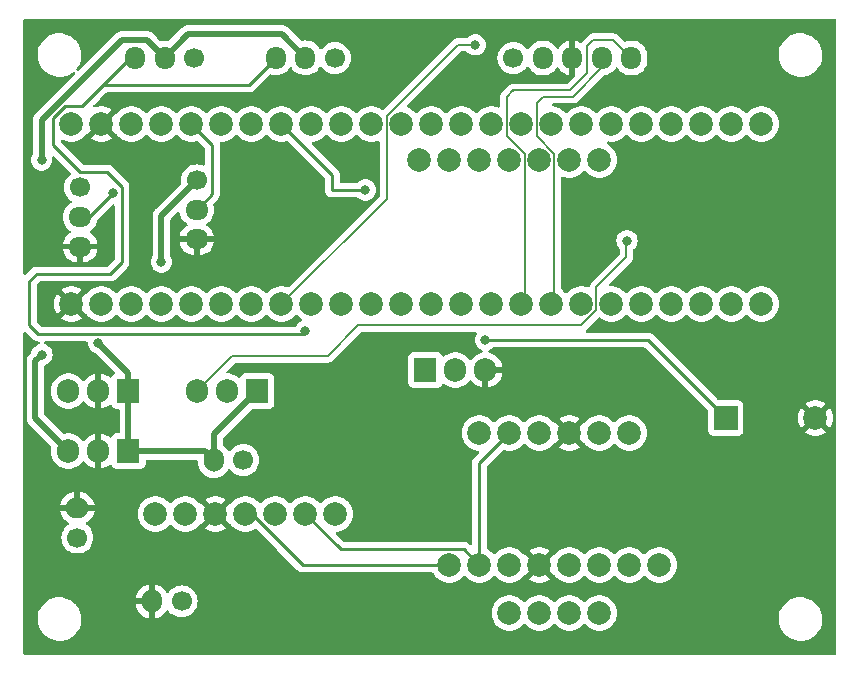
<source format=gbr>
%TF.GenerationSoftware,KiCad,Pcbnew,7.0.6-0*%
%TF.CreationDate,2023-11-16T12:12:08-05:00*%
%TF.ProjectId,TADPOL PCB,54414450-4f4c-4205-9043-422e6b696361,rev?*%
%TF.SameCoordinates,Original*%
%TF.FileFunction,Copper,L2,Bot*%
%TF.FilePolarity,Positive*%
%FSLAX46Y46*%
G04 Gerber Fmt 4.6, Leading zero omitted, Abs format (unit mm)*
G04 Created by KiCad (PCBNEW 7.0.6-0) date 2023-11-16 12:12:08*
%MOMM*%
%LPD*%
G01*
G04 APERTURE LIST*
%TA.AperFunction,ComponentPad*%
%ADD10R,1.905000X2.000000*%
%TD*%
%TA.AperFunction,ComponentPad*%
%ADD11O,1.905000X2.000000*%
%TD*%
%TA.AperFunction,ComponentPad*%
%ADD12C,2.000000*%
%TD*%
%TA.AperFunction,ComponentPad*%
%ADD13R,2.000000X2.000000*%
%TD*%
%TA.AperFunction,ComponentPad*%
%ADD14C,1.700000*%
%TD*%
%TA.AperFunction,ComponentPad*%
%ADD15O,1.950000X1.700000*%
%TD*%
%TA.AperFunction,ComponentPad*%
%ADD16O,1.700000X1.950000*%
%TD*%
%TA.AperFunction,ComponentPad*%
%ADD17O,1.700000X2.000000*%
%TD*%
%TA.AperFunction,ComponentPad*%
%ADD18O,2.000000X1.700000*%
%TD*%
%TA.AperFunction,ViaPad*%
%ADD19C,0.800000*%
%TD*%
%TA.AperFunction,Conductor*%
%ADD20C,0.127000*%
%TD*%
%TA.AperFunction,Conductor*%
%ADD21C,0.250000*%
%TD*%
%TA.AperFunction,Conductor*%
%ADD22C,0.500000*%
%TD*%
G04 APERTURE END LIST*
D10*
%TO.P,Q2,1,B*%
%TO.N,SERVO_ON*%
X189992000Y-110998000D03*
D11*
%TO.P,Q2,2,C*%
%TO.N,Net-(Q2-C)*%
X192532000Y-110998000D03*
%TO.P,Q2,3,E*%
%TO.N,GND*%
X195072000Y-110998000D03*
%TD*%
D12*
%TO.P,BMP1,0,VIN*%
%TO.N,+3V3*%
X167132000Y-123190000D03*
%TO.P,BMP1,1,3V0*%
%TO.N,unconnected-(BMP1-3V0-Pad1)*%
X169672000Y-123190000D03*
%TO.P,BMP1,2,GND*%
%TO.N,GND*%
X172212000Y-123190000D03*
%TO.P,BMP1,3,SCK*%
%TO.N,SCL*%
X174752000Y-123190000D03*
%TO.P,BMP1,4,SDO*%
%TO.N,unconnected-(BMP1-SDO-Pad4)*%
X177292000Y-123190000D03*
%TO.P,BMP1,5,SDI*%
%TO.N,SDA*%
X179832000Y-123190000D03*
%TO.P,BMP1,6,CS*%
%TO.N,unconnected-(BMP1-CS-Pad6)*%
X182372000Y-123190000D03*
%TD*%
D13*
%TO.P,BZ1,1,-*%
%TO.N,BUZZER*%
X215412000Y-115062000D03*
D12*
%TO.P,BZ1,2,+*%
%TO.N,GND*%
X223012000Y-115062000D03*
%TD*%
%TO.P,Teensy4.1,0,GND*%
%TO.N,GND*%
X160020000Y-105410000D03*
%TO.P,Teensy4.1,1,RX1*%
%TO.N,unconnected-(Teensy4.1-RX1-Pad1)*%
X162560000Y-105410000D03*
%TO.P,Teensy4.1,2,TX1*%
%TO.N,unconnected-(Teensy4.1-TX1-Pad2)*%
X165100000Y-105410000D03*
%TO.P,Teensy4.1,3,PWM*%
%TO.N,PWM1*%
X167640000Y-105410000D03*
%TO.P,Teensy4.1,4,PWM*%
%TO.N,PWM2*%
X170180000Y-105410000D03*
%TO.P,Teensy4.1,5,PWM*%
%TO.N,SERVO_ON*%
X172720000Y-105410000D03*
%TO.P,Teensy4.1,6,PWM*%
%TO.N,unconnected-(Teensy4.1-PWM-Pad6)*%
X175260000Y-105410000D03*
%TO.P,Teensy4.1,7,PWM*%
%TO.N,STR_GLIDER*%
X177800000Y-105410000D03*
%TO.P,Teensy4.1,8,RX2*%
%TO.N,unconnected-(Teensy4.1-RX2-Pad8)*%
X180340000Y-105410000D03*
%TO.P,Teensy4.1,9,TX2*%
%TO.N,unconnected-(Teensy4.1-TX2-Pad9)*%
X182880000Y-105410000D03*
%TO.P,Teensy4.1,10,PWM*%
%TO.N,BUZZER*%
X185420000Y-105410000D03*
%TO.P,Teensy4.1,11,CS*%
%TO.N,unconnected-(Teensy4.1-CS-Pad11)*%
X187960000Y-105410000D03*
%TO.P,Teensy4.1,12,MOSI*%
%TO.N,unconnected-(Teensy4.1-MOSI-Pad12)*%
X190500000Y-105410000D03*
%TO.P,Teensy4.1,13,MISO*%
%TO.N,unconnected-(Teensy4.1-MISO-Pad13)*%
X193040000Y-105410000D03*
%TO.P,Teensy4.1,14,3.3V*%
%TO.N,unconnected-(Teensy4.1-3.3V-Pad14)*%
X195580000Y-105410000D03*
%TO.P,Teensy4.1,15,SCL2*%
%TO.N,SCL_COM*%
X198120000Y-105410000D03*
%TO.P,Teensy4.1,16,SDA2*%
%TO.N,SDA_COM*%
X200660000Y-105410000D03*
%TO.P,Teensy4.1,17,MOSI1*%
%TO.N,unconnected-(Teensy4.1-MOSI1-Pad17)*%
X203200000Y-105410000D03*
%TO.P,Teensy4.1,18,SCK1*%
%TO.N,unconnected-(Teensy4.1-SCK1-Pad18)*%
X205740000Y-105410000D03*
%TO.P,Teensy4.1,19,RX7*%
%TO.N,unconnected-(Teensy4.1-RX7-Pad19)*%
X208280000Y-105410000D03*
%TO.P,Teensy4.1,20,TX7*%
%TO.N,unconnected-(Teensy4.1-TX7-Pad20)*%
X210820000Y-105410000D03*
%TO.P,Teensy4.1,21,GPIO*%
%TO.N,unconnected-(Teensy4.1-GPIO-Pad21)*%
X213360000Y-105410000D03*
%TO.P,Teensy4.1,22,GPIO*%
%TO.N,unconnected-(Teensy4.1-GPIO-Pad22)*%
X215900000Y-105410000D03*
%TO.P,Teensy4.1,23,GPIO*%
%TO.N,unconnected-(Teensy4.1-GPIO-Pad23)*%
X218440000Y-105410000D03*
%TO.P,Teensy4.1,24,PWM*%
%TO.N,unconnected-(Teensy4.1-PWM-Pad24)*%
X218440000Y-90170000D03*
%TO.P,Teensy4.1,25,RX8*%
%TO.N,unconnected-(Teensy4.1-RX8-Pad25)*%
X215900000Y-90170000D03*
%TO.P,Teensy4.1,26,TX8*%
%TO.N,unconnected-(Teensy4.1-TX8-Pad26)*%
X213360000Y-90170000D03*
%TO.P,Teensy4.1,27,PWM*%
%TO.N,unconnected-(Teensy4.1-PWM-Pad27)*%
X210820000Y-90170000D03*
%TO.P,Teensy4.1,28,PWM*%
%TO.N,unconnected-(Teensy4.1-PWM-Pad28)*%
X208280000Y-90170000D03*
%TO.P,Teensy4.1,29,CS1*%
%TO.N,unconnected-(Teensy4.1-CS1-Pad29)*%
X205740000Y-90170000D03*
%TO.P,Teensy4.1,30,MISO*%
%TO.N,unconnected-(Teensy4.1-MISO-Pad30)*%
X203200000Y-90170000D03*
%TO.P,Teensy4.1,31,A16*%
%TO.N,unconnected-(Teensy4.1-A16-Pad31)*%
X200660000Y-90170000D03*
%TO.P,Teensy4.1,32,A17*%
%TO.N,unconnected-(Teensy4.1-A17-Pad32)*%
X198120000Y-90170000D03*
%TO.P,Teensy4.1,33,GND*%
%TO.N,unconnected-(Teensy4.1-GND-Pad33)*%
X195580000Y-90170000D03*
%TO.P,Teensy4.1,34,SCK*%
%TO.N,unconnected-(Teensy4.1-SCK-Pad34)*%
X193040000Y-90170000D03*
%TO.P,Teensy4.1,35,A0*%
%TO.N,unconnected-(Teensy4.1-A0-Pad35)*%
X190500000Y-90170000D03*
%TO.P,Teensy4.1,36,A1*%
%TO.N,unconnected-(Teensy4.1-A1-Pad36)*%
X187960000Y-90170000D03*
%TO.P,Teensy4.1,37,A2*%
%TO.N,unconnected-(Teensy4.1-A2-Pad37)*%
X185420000Y-90170000D03*
%TO.P,Teensy4.1,38,A3*%
%TO.N,unconnected-(Teensy4.1-A3-Pad38)*%
X182880000Y-90170000D03*
%TO.P,Teensy4.1,39,SDA*%
%TO.N,SDA*%
X180340000Y-90170000D03*
%TO.P,Teensy4.1,40,SCL*%
%TO.N,SCL*%
X177800000Y-90170000D03*
%TO.P,Teensy4.1,41,TX5*%
%TO.N,unconnected-(Teensy4.1-TX5-Pad41)*%
X175260000Y-90170000D03*
%TO.P,Teensy4.1,42,RX5*%
%TO.N,unconnected-(Teensy4.1-RX5-Pad42)*%
X172720000Y-90170000D03*
%TO.P,Teensy4.1,43,PWM*%
%TO.N,NICHROME_SIGNAL2*%
X170180000Y-90170000D03*
%TO.P,Teensy4.1,44,PWM*%
%TO.N,NICHROME_SIGNAL1*%
X167640000Y-90170000D03*
%TO.P,Teensy4.1,45,3.3V*%
%TO.N,+3V3*%
X165100000Y-90170000D03*
%TO.P,Teensy4.1,46,GND*%
%TO.N,GND*%
X162560000Y-90170000D03*
%TO.P,Teensy4.1,47,Vin*%
%TO.N,+5V*%
X160020000Y-90170000D03*
%TD*%
%TO.P,BNO1,0,Vin*%
%TO.N,+3V3*%
X207264000Y-116332000D03*
%TO.P,BNO1,1,3vo*%
%TO.N,unconnected-(BNO1-3vo-Pad1)*%
X204724000Y-116332000D03*
%TO.P,BNO1,2,GND*%
%TO.N,GND*%
X202184000Y-116332000D03*
%TO.P,BNO1,3,SCL*%
%TO.N,SCL*%
X199644000Y-116332000D03*
%TO.P,BNO1,4,SDA*%
%TO.N,SDA*%
X197104000Y-116332000D03*
%TO.P,BNO1,5,RST*%
%TO.N,unconnected-(BNO1-RST-Pad5)*%
X194564000Y-116332000D03*
%TO.P,BNO1,6,INT*%
%TO.N,unconnected-(BNO1-INT-Pad6)*%
X204724000Y-131572000D03*
%TO.P,BNO1,7,ADR*%
%TO.N,unconnected-(BNO1-ADR-Pad7)*%
X202184000Y-131572000D03*
%TO.P,BNO1,8,PS0*%
%TO.N,unconnected-(BNO1-PS0-Pad8)*%
X199644000Y-131572000D03*
%TO.P,BNO1,9,PS1*%
%TO.N,unconnected-(BNO1-PS1-Pad9)*%
X197104000Y-131572000D03*
%TD*%
D14*
%TO.P,Nichrome_Connector1,1,Pin_1*%
%TO.N,VIN*%
X160765000Y-95544000D03*
D15*
%TO.P,Nichrome_Connector1,2,Pin_2*%
%TO.N,NICHROME_SIGNAL1*%
X160765000Y-98044000D03*
%TO.P,Nichrome_Connector1,3,Pin_3*%
%TO.N,GND*%
X160765000Y-100544000D03*
%TD*%
D14*
%TO.P,Nichrome_Connector2,1,Pin_1*%
%TO.N,VIN*%
X170637200Y-94934400D03*
D15*
%TO.P,Nichrome_Connector2,2,Pin_2*%
%TO.N,NICHROME_SIGNAL2*%
X170637200Y-97434400D03*
%TO.P,Nichrome_Connector2,3,Pin_3*%
%TO.N,GND*%
X170637200Y-99934400D03*
%TD*%
D12*
%TO.P,Sparkfun_NEO-M9N1,0,GND*%
%TO.N,unconnected-(Sparkfun_NEO-M9N1-GND-Pad0)*%
X204724000Y-93218000D03*
%TO.P,Sparkfun_NEO-M9N1,1,5V*%
%TO.N,unconnected-(Sparkfun_NEO-M9N1-5V-Pad1)*%
X202184000Y-93218000D03*
%TO.P,Sparkfun_NEO-M9N1,2,3V3*%
%TO.N,unconnected-(Sparkfun_NEO-M9N1-3V3-Pad2)*%
X199644000Y-93218000D03*
%TO.P,Sparkfun_NEO-M9N1,3,CS*%
%TO.N,unconnected-(Sparkfun_NEO-M9N1-CS-Pad3)*%
X197104000Y-93218000D03*
%TO.P,Sparkfun_NEO-M9N1,4,RX/SDI*%
%TO.N,unconnected-(Sparkfun_NEO-M9N1-RX{slash}SDI-Pad4)*%
X194564000Y-93218000D03*
%TO.P,Sparkfun_NEO-M9N1,5,TX/SDO*%
%TO.N,unconnected-(Sparkfun_NEO-M9N1-TX{slash}SDO-Pad5)*%
X192024000Y-93218000D03*
%TO.P,Sparkfun_NEO-M9N1,6,SCK*%
%TO.N,unconnected-(Sparkfun_NEO-M9N1-SCK-Pad6)*%
X189484000Y-93218000D03*
%TO.P,Sparkfun_NEO-M9N1,7,PPS*%
%TO.N,unconnected-(Sparkfun_NEO-M9N1-PPS-Pad7)*%
X209804000Y-127508000D03*
%TO.P,Sparkfun_NEO-M9N1,8,RST*%
%TO.N,unconnected-(Sparkfun_NEO-M9N1-RST-Pad8)*%
X207264000Y-127508000D03*
%TO.P,Sparkfun_NEO-M9N1,9,SAFE*%
%TO.N,unconnected-(Sparkfun_NEO-M9N1-SAFE-Pad9)*%
X204724000Y-127508000D03*
%TO.P,Sparkfun_NEO-M9N1,10,INT*%
%TO.N,unconnected-(Sparkfun_NEO-M9N1-INT-Pad10)*%
X202184000Y-127508000D03*
%TO.P,Sparkfun_NEO-M9N1,11,GND*%
%TO.N,GND*%
X199644000Y-127508000D03*
%TO.P,Sparkfun_NEO-M9N1,12,3V3*%
%TO.N,+3V3*%
X197104000Y-127508000D03*
%TO.P,Sparkfun_NEO-M9N1,13,SDA*%
%TO.N,SDA*%
X194564000Y-127508000D03*
%TO.P,Sparkfun_NEO-M9N1,14,SCL*%
%TO.N,SCL*%
X192024000Y-127508000D03*
%TD*%
D14*
%TO.P,Glider_Connection1,1,Pin_1*%
%TO.N,STR_FRAME*%
X197438000Y-84582000D03*
D16*
%TO.P,Glider_Connection1,2,Pin_2*%
%TO.N,STR_GLIDER*%
X199938000Y-84582000D03*
%TO.P,Glider_Connection1,3,Pin_3*%
%TO.N,GND*%
X202438000Y-84582000D03*
%TO.P,Glider_Connection1,4,Pin_4*%
%TO.N,SDA_COM*%
X204938000Y-84582000D03*
%TO.P,Glider_Connection1,5,Pin_5*%
%TO.N,SCL_COM*%
X207438000Y-84582000D03*
%TD*%
D14*
%TO.P,Servo1,1,Pin_1*%
%TO.N,PWM1*%
X170434000Y-84582000D03*
D16*
%TO.P,Servo1,2,Pin_2*%
%TO.N,+6V*%
X167934000Y-84582000D03*
%TO.P,Servo1,3,Pin_3*%
%TO.N,Net-(Q2-C)*%
X165434000Y-84582000D03*
%TD*%
D10*
%TO.P,Voltage_Regulator_5V2,1,B*%
%TO.N,VIN*%
X164846000Y-117856000D03*
D11*
%TO.P,Voltage_Regulator_5V2,2,C*%
%TO.N,GND*%
X162306000Y-117856000D03*
%TO.P,Voltage_Regulator_5V2,3,E*%
%TO.N,+6V*%
X159766000Y-117856000D03*
%TD*%
D10*
%TO.P,D1,1,K*%
%TO.N,VIN*%
X175742600Y-112776000D03*
D11*
%TO.P,D1,2,A*%
%TO.N,Net-(Bypass_Switch1-Pin_1)*%
X173202600Y-112776000D03*
%TO.P,D1,3,G*%
%TO.N,STR_FRAME*%
X170662600Y-112776000D03*
%TD*%
D14*
%TO.P,Bypass_Switch1,1,Pin_1*%
%TO.N,Net-(Bypass_Switch1-Pin_1)*%
X174574200Y-118618000D03*
D17*
%TO.P,Bypass_Switch1,2,Pin_2*%
%TO.N,VIN*%
X172074200Y-118618000D03*
%TD*%
D14*
%TO.P,Servo2,1,Pin_1*%
%TO.N,PWM2*%
X182332000Y-84565000D03*
D16*
%TO.P,Servo2,2,Pin_2*%
%TO.N,+6V*%
X179832000Y-84565000D03*
%TO.P,Servo2,3,Pin_3*%
%TO.N,Net-(Q2-C)*%
X177332000Y-84565000D03*
%TD*%
D10*
%TO.P,Voltage_Regulator_5V1,1,B*%
%TO.N,VIN*%
X164846000Y-112776000D03*
D11*
%TO.P,Voltage_Regulator_5V1,2,C*%
%TO.N,GND*%
X162306000Y-112776000D03*
%TO.P,Voltage_Regulator_5V1,3,E*%
%TO.N,+5V*%
X159766000Y-112776000D03*
%TD*%
D14*
%TO.P,Power1,1,Pin_1*%
%TO.N,Net-(Bypass_Switch1-Pin_1)*%
X169342000Y-130588000D03*
D17*
%TO.P,Power1,2,Pin_2*%
%TO.N,GND*%
X166842000Y-130588000D03*
%TD*%
D14*
%TO.P,PWR_OUT1,1,Pin_1*%
%TO.N,VIN*%
X160528000Y-125182000D03*
D18*
%TO.P,PWR_OUT1,2,Pin_2*%
%TO.N,GND*%
X160528000Y-122682000D03*
%TD*%
D19*
%TO.N,STR_GLIDER*%
X194208400Y-83464400D03*
%TO.N,STR_FRAME*%
X207060800Y-100050600D03*
%TO.N,SCL*%
X184912000Y-95758000D03*
%TO.N,Net-(Q2-C)*%
X179832000Y-107696000D03*
%TO.N,NICHROME_SIGNAL1*%
X163576000Y-96012000D03*
%TO.N,BUZZER*%
X195072000Y-108458000D03*
%TO.N,VIN*%
X162306000Y-108712000D03*
X167640000Y-101854000D03*
%TO.N,+6V*%
X157519800Y-109688200D03*
X157500500Y-93218000D03*
%TD*%
D20*
%TO.N,SCL_COM*%
X197416400Y-87325200D02*
X202234800Y-87325200D01*
X205914000Y-83058000D02*
X207438000Y-84582000D01*
X203708000Y-85852000D02*
X203708000Y-83566000D01*
X204216000Y-83058000D02*
X205914000Y-83058000D01*
X202234800Y-87325200D02*
X203708000Y-85852000D01*
X203708000Y-83566000D02*
X204216000Y-83058000D01*
%TO.N,SDA_COM*%
X200660000Y-105410000D02*
X200907500Y-105162500D01*
X202456400Y-87865600D02*
X204938000Y-85384000D01*
X200907500Y-105162500D02*
X200907500Y-92694641D01*
X199916400Y-87865600D02*
X202456400Y-87865600D01*
X200907500Y-92694641D02*
X199396500Y-91183641D01*
X204938000Y-85384000D02*
X204938000Y-84582000D01*
X199396500Y-88385500D02*
X199916400Y-87865600D01*
X199396500Y-91183641D02*
X199396500Y-88385500D01*
%TO.N,STR_GLIDER*%
X192765200Y-83459800D02*
X194203800Y-83459800D01*
%TO.N,SDA_COM*%
X204916400Y-84759800D02*
X204203101Y-84759800D01*
%TO.N,STR_GLIDER*%
X192765200Y-83459800D02*
X186696500Y-89528500D01*
X194203800Y-83459800D02*
X194208400Y-83464400D01*
X186696500Y-96513500D02*
X177800000Y-105410000D01*
X186696500Y-89528500D02*
X186696500Y-96513500D01*
%TO.N,STR_FRAME*%
X181711600Y-109804200D02*
X173634400Y-109804200D01*
X184302400Y-107213400D02*
X181711600Y-109804200D01*
X204463500Y-105933359D02*
X203183459Y-107213400D01*
X207003500Y-101454101D02*
X204463500Y-103994101D01*
X173634400Y-109804200D02*
X170662600Y-112776000D01*
X204463500Y-103994101D02*
X204463500Y-105933359D01*
X203183459Y-107213400D02*
X184302400Y-107213400D01*
X207003500Y-101454101D02*
X207003500Y-100107900D01*
X207003500Y-100107900D02*
X207060800Y-100050600D01*
D21*
%TO.N,SDA*%
X179832000Y-123190000D02*
X182825000Y-126183000D01*
X194564000Y-127508000D02*
X194564000Y-118872000D01*
X194564000Y-118872000D02*
X197104000Y-116332000D01*
X182825000Y-126183000D02*
X193239000Y-126183000D01*
X193239000Y-126183000D02*
X194564000Y-127508000D01*
D20*
%TO.N,SCL_COM*%
X196856500Y-91183641D02*
X198380500Y-92707641D01*
X196856500Y-87885100D02*
X196856500Y-91183641D01*
X197416400Y-87325200D02*
X196856500Y-87885100D01*
X198380500Y-92707641D02*
X198380500Y-105149500D01*
X197416400Y-87325200D02*
X197416400Y-87383600D01*
X198380500Y-105149500D02*
X198120000Y-105410000D01*
D21*
%TO.N,SCL*%
X174752000Y-123190000D02*
X175289000Y-123190000D01*
D20*
X184912000Y-95758000D02*
X184658000Y-95758000D01*
D21*
X182118000Y-95758000D02*
X182118000Y-94488000D01*
X179607000Y-127508000D02*
X192024000Y-127508000D01*
X182118000Y-95758000D02*
X184912000Y-95758000D01*
X175289000Y-123190000D02*
X179607000Y-127508000D01*
X182118000Y-94488000D02*
X177800000Y-90170000D01*
%TO.N,Net-(Q2-C)*%
X179578000Y-107950000D02*
X179832000Y-107696000D01*
X164301000Y-95467000D02*
X164301000Y-101891000D01*
X164301000Y-101891000D02*
X163322000Y-102870000D01*
X162718166Y-86868000D02*
X175029000Y-86868000D01*
X161877083Y-87709083D02*
X165004167Y-84582000D01*
X157099000Y-102870000D02*
X156464000Y-103505000D01*
X163322000Y-102870000D02*
X157099000Y-102870000D01*
X175029000Y-86868000D02*
X177332000Y-84565000D01*
X165004167Y-84582000D02*
X165434000Y-84582000D01*
X157226000Y-107950000D02*
X179578000Y-107950000D01*
X156464000Y-107188000D02*
X157226000Y-107950000D01*
X163068000Y-94234000D02*
X164301000Y-95467000D01*
X158496000Y-89662000D02*
X158496000Y-91948000D01*
X159512000Y-88646000D02*
X158496000Y-89662000D01*
X160940166Y-88646000D02*
X159512000Y-88646000D01*
X156464000Y-103505000D02*
X156464000Y-107188000D01*
X161877083Y-87709083D02*
X160940166Y-88646000D01*
X160782000Y-94234000D02*
X163068000Y-94234000D01*
X161877083Y-87709083D02*
X162718166Y-86868000D01*
X158496000Y-91948000D02*
X160782000Y-94234000D01*
%TO.N,NICHROME_SIGNAL2*%
X171937200Y-91927200D02*
X171937200Y-96134400D01*
X171937200Y-96134400D02*
X170637200Y-97434400D01*
X170180000Y-90170000D02*
X171937200Y-91927200D01*
%TO.N,NICHROME_SIGNAL1*%
X160765000Y-98044000D02*
X161544000Y-98044000D01*
X161544000Y-98044000D02*
X163576000Y-96012000D01*
X160765000Y-98281000D02*
X160765000Y-98044000D01*
%TO.N,BUZZER*%
X208808000Y-108458000D02*
X215412000Y-115062000D01*
X195072000Y-108458000D02*
X208808000Y-108458000D01*
D22*
%TO.N,VIN*%
X164846000Y-117856000D02*
X171312200Y-117856000D01*
X172074200Y-118618000D02*
X172074200Y-116444400D01*
X171312200Y-117856000D02*
X172074200Y-118618000D01*
X167640000Y-101854000D02*
X167640000Y-97931600D01*
X162306000Y-108712000D02*
X164846000Y-111252000D01*
X167640000Y-97931600D02*
X170637200Y-94934400D01*
X172074200Y-116444400D02*
X175742600Y-112776000D01*
X164846000Y-112776000D02*
X164846000Y-117856000D01*
X164846000Y-111252000D02*
X164846000Y-112776000D01*
%TO.N,+6V*%
X157500500Y-93218000D02*
X157500500Y-89844328D01*
X177817000Y-82550000D02*
X179832000Y-84565000D01*
X169926000Y-82550000D02*
X177817000Y-82550000D01*
X167934000Y-84542000D02*
X169926000Y-82550000D01*
X157519800Y-109688200D02*
X156972000Y-110236000D01*
X156972000Y-115062000D02*
X159766000Y-117856000D01*
X164286828Y-83058000D02*
X166410000Y-83058000D01*
X156972000Y-110236000D02*
X156972000Y-115062000D01*
X157500500Y-89844328D02*
X164286828Y-83058000D01*
X167934000Y-84582000D02*
X167934000Y-84542000D01*
X166410000Y-83058000D02*
X167934000Y-84582000D01*
%TD*%
%TA.AperFunction,Conductor*%
%TO.N,GND*%
G36*
X224732539Y-81300185D02*
G01*
X224778294Y-81352989D01*
X224789500Y-81404500D01*
X224789500Y-135003500D01*
X224769815Y-135070539D01*
X224717011Y-135116294D01*
X224665500Y-135127500D01*
X156080500Y-135127500D01*
X156013461Y-135107815D01*
X155967706Y-135055011D01*
X155956500Y-135003500D01*
X155956500Y-132147763D01*
X157149787Y-132147763D01*
X157179413Y-132417013D01*
X157179415Y-132417024D01*
X157247926Y-132679082D01*
X157247928Y-132679088D01*
X157353870Y-132928390D01*
X157494979Y-133159605D01*
X157494986Y-133159615D01*
X157668253Y-133367819D01*
X157668259Y-133367824D01*
X157869998Y-133548582D01*
X158095910Y-133698044D01*
X158341176Y-133813020D01*
X158341183Y-133813022D01*
X158341185Y-133813023D01*
X158600557Y-133891057D01*
X158600564Y-133891058D01*
X158600569Y-133891060D01*
X158868561Y-133930500D01*
X158868566Y-133930500D01*
X159071636Y-133930500D01*
X159123133Y-133926730D01*
X159274156Y-133915677D01*
X159386758Y-133890593D01*
X159538546Y-133856782D01*
X159538548Y-133856781D01*
X159538553Y-133856780D01*
X159791558Y-133760014D01*
X160027777Y-133627441D01*
X160242177Y-133461888D01*
X160430186Y-133266881D01*
X160587799Y-133046579D01*
X160661787Y-132902669D01*
X160711649Y-132805690D01*
X160711651Y-132805684D01*
X160711656Y-132805675D01*
X160799118Y-132549305D01*
X160848319Y-132282933D01*
X160858212Y-132012235D01*
X160828586Y-131742982D01*
X160760072Y-131480912D01*
X160654130Y-131231610D01*
X160513018Y-131000390D01*
X160423747Y-130893119D01*
X160377877Y-130838000D01*
X165495592Y-130838000D01*
X165507430Y-130973315D01*
X165507432Y-130973326D01*
X165568566Y-131201483D01*
X165568570Y-131201492D01*
X165668399Y-131415577D01*
X165668400Y-131415579D01*
X165803886Y-131609073D01*
X165803891Y-131609079D01*
X165970917Y-131776105D01*
X166164421Y-131911600D01*
X166378507Y-132011429D01*
X166378516Y-132011433D01*
X166592000Y-132068634D01*
X166592000Y-131023501D01*
X166699685Y-131072680D01*
X166806237Y-131088000D01*
X166877763Y-131088000D01*
X166984315Y-131072680D01*
X167092000Y-131023501D01*
X167092000Y-132068633D01*
X167305483Y-132011433D01*
X167305492Y-132011429D01*
X167519577Y-131911600D01*
X167519579Y-131911599D01*
X167713073Y-131776113D01*
X167713079Y-131776108D01*
X167880108Y-131609079D01*
X167880113Y-131609073D01*
X168015598Y-131415579D01*
X168027652Y-131389730D01*
X168073823Y-131337289D01*
X168141016Y-131318135D01*
X168207898Y-131338349D01*
X168241610Y-131371006D01*
X168303505Y-131459401D01*
X168470599Y-131626495D01*
X168567384Y-131694264D01*
X168664165Y-131762032D01*
X168664167Y-131762033D01*
X168664170Y-131762035D01*
X168878337Y-131861903D01*
X169106592Y-131923063D01*
X169294918Y-131939539D01*
X169341999Y-131943659D01*
X169342000Y-131943659D01*
X169342001Y-131943659D01*
X169381234Y-131940226D01*
X169577408Y-131923063D01*
X169805663Y-131861903D01*
X170019830Y-131762035D01*
X170213401Y-131626495D01*
X170267891Y-131572005D01*
X195598357Y-131572005D01*
X195618890Y-131819812D01*
X195618892Y-131819824D01*
X195679936Y-132060881D01*
X195779826Y-132288606D01*
X195915833Y-132496782D01*
X195915836Y-132496785D01*
X196084256Y-132679738D01*
X196280491Y-132832474D01*
X196499190Y-132950828D01*
X196734386Y-133031571D01*
X196979665Y-133072500D01*
X197228335Y-133072500D01*
X197473614Y-133031571D01*
X197708810Y-132950828D01*
X197927509Y-132832474D01*
X198123744Y-132679738D01*
X198282771Y-132506988D01*
X198342657Y-132470999D01*
X198412495Y-132473099D01*
X198465228Y-132506988D01*
X198624256Y-132679738D01*
X198820491Y-132832474D01*
X199039190Y-132950828D01*
X199274386Y-133031571D01*
X199519665Y-133072500D01*
X199768335Y-133072500D01*
X200013614Y-133031571D01*
X200248810Y-132950828D01*
X200467509Y-132832474D01*
X200663744Y-132679738D01*
X200822771Y-132506988D01*
X200882657Y-132470999D01*
X200952495Y-132473099D01*
X201005228Y-132506988D01*
X201164256Y-132679738D01*
X201360491Y-132832474D01*
X201579190Y-132950828D01*
X201814386Y-133031571D01*
X202059665Y-133072500D01*
X202308335Y-133072500D01*
X202553614Y-133031571D01*
X202788810Y-132950828D01*
X203007509Y-132832474D01*
X203203744Y-132679738D01*
X203362771Y-132506988D01*
X203422657Y-132470999D01*
X203492495Y-132473099D01*
X203545228Y-132506988D01*
X203704256Y-132679738D01*
X203900491Y-132832474D01*
X204119190Y-132950828D01*
X204354386Y-133031571D01*
X204599665Y-133072500D01*
X204848335Y-133072500D01*
X205093614Y-133031571D01*
X205328810Y-132950828D01*
X205547509Y-132832474D01*
X205743744Y-132679738D01*
X205912164Y-132496785D01*
X206048173Y-132288607D01*
X206109953Y-132147763D01*
X219887787Y-132147763D01*
X219917413Y-132417013D01*
X219917415Y-132417024D01*
X219985926Y-132679082D01*
X219985928Y-132679088D01*
X220091870Y-132928390D01*
X220232979Y-133159605D01*
X220232986Y-133159615D01*
X220406253Y-133367819D01*
X220406259Y-133367824D01*
X220607998Y-133548582D01*
X220833910Y-133698044D01*
X221079176Y-133813020D01*
X221079183Y-133813022D01*
X221079185Y-133813023D01*
X221338557Y-133891057D01*
X221338564Y-133891058D01*
X221338569Y-133891060D01*
X221606561Y-133930500D01*
X221606566Y-133930500D01*
X221809636Y-133930500D01*
X221861133Y-133926730D01*
X222012156Y-133915677D01*
X222124758Y-133890593D01*
X222276546Y-133856782D01*
X222276548Y-133856781D01*
X222276553Y-133856780D01*
X222529558Y-133760014D01*
X222765777Y-133627441D01*
X222980177Y-133461888D01*
X223168186Y-133266881D01*
X223325799Y-133046579D01*
X223399787Y-132902669D01*
X223449649Y-132805690D01*
X223449651Y-132805684D01*
X223449656Y-132805675D01*
X223537118Y-132549305D01*
X223586319Y-132282933D01*
X223596212Y-132012235D01*
X223566586Y-131742982D01*
X223498072Y-131480912D01*
X223392130Y-131231610D01*
X223251018Y-131000390D01*
X223161747Y-130893119D01*
X223077746Y-130792180D01*
X223077740Y-130792175D01*
X222876002Y-130611418D01*
X222650092Y-130461957D01*
X222650090Y-130461956D01*
X222404824Y-130346980D01*
X222404819Y-130346978D01*
X222404814Y-130346976D01*
X222145442Y-130268942D01*
X222145428Y-130268939D01*
X222029791Y-130251921D01*
X221877439Y-130229500D01*
X221674369Y-130229500D01*
X221674364Y-130229500D01*
X221471844Y-130244323D01*
X221471831Y-130244325D01*
X221207453Y-130303217D01*
X221207446Y-130303220D01*
X220954439Y-130399987D01*
X220718226Y-130532557D01*
X220503822Y-130698112D01*
X220315822Y-130893109D01*
X220315816Y-130893116D01*
X220158202Y-131113419D01*
X220158199Y-131113424D01*
X220034350Y-131354309D01*
X220034343Y-131354327D01*
X219946884Y-131610685D01*
X219946881Y-131610699D01*
X219943963Y-131626498D01*
X219908257Y-131819812D01*
X219897681Y-131877068D01*
X219897680Y-131877075D01*
X219887787Y-132147763D01*
X206109953Y-132147763D01*
X206148063Y-132060881D01*
X206209108Y-131819821D01*
X206212731Y-131776105D01*
X206225127Y-131626495D01*
X206229643Y-131572000D01*
X206210282Y-131338349D01*
X206209109Y-131324187D01*
X206209107Y-131324175D01*
X206148063Y-131083118D01*
X206048173Y-130855393D01*
X205912166Y-130647217D01*
X205890557Y-130623744D01*
X205743744Y-130464262D01*
X205547509Y-130311526D01*
X205547507Y-130311525D01*
X205547506Y-130311524D01*
X205328811Y-130193172D01*
X205328802Y-130193169D01*
X205093616Y-130112429D01*
X204848335Y-130071500D01*
X204599665Y-130071500D01*
X204354383Y-130112429D01*
X204119197Y-130193169D01*
X204119188Y-130193172D01*
X203900493Y-130311524D01*
X203704257Y-130464261D01*
X203545230Y-130637010D01*
X203485342Y-130673001D01*
X203415504Y-130670900D01*
X203362770Y-130637010D01*
X203317652Y-130587999D01*
X203203744Y-130464262D01*
X203007509Y-130311526D01*
X203007507Y-130311525D01*
X203007506Y-130311524D01*
X202788811Y-130193172D01*
X202788802Y-130193169D01*
X202553616Y-130112429D01*
X202308335Y-130071500D01*
X202059665Y-130071500D01*
X201814383Y-130112429D01*
X201579197Y-130193169D01*
X201579188Y-130193172D01*
X201360493Y-130311524D01*
X201164257Y-130464261D01*
X201005230Y-130637010D01*
X200945342Y-130673001D01*
X200875504Y-130670900D01*
X200822770Y-130637010D01*
X200777652Y-130587999D01*
X200663744Y-130464262D01*
X200467509Y-130311526D01*
X200467507Y-130311525D01*
X200467506Y-130311524D01*
X200248811Y-130193172D01*
X200248802Y-130193169D01*
X200013616Y-130112429D01*
X199768335Y-130071500D01*
X199519665Y-130071500D01*
X199274383Y-130112429D01*
X199039197Y-130193169D01*
X199039188Y-130193172D01*
X198820493Y-130311524D01*
X198624257Y-130464261D01*
X198465230Y-130637010D01*
X198405342Y-130673001D01*
X198335504Y-130670900D01*
X198282770Y-130637010D01*
X198237652Y-130587999D01*
X198123744Y-130464262D01*
X197927509Y-130311526D01*
X197927507Y-130311525D01*
X197927506Y-130311524D01*
X197708811Y-130193172D01*
X197708802Y-130193169D01*
X197473616Y-130112429D01*
X197228335Y-130071500D01*
X196979665Y-130071500D01*
X196734383Y-130112429D01*
X196499197Y-130193169D01*
X196499188Y-130193172D01*
X196280493Y-130311524D01*
X196084257Y-130464261D01*
X195915833Y-130647217D01*
X195779826Y-130855393D01*
X195679936Y-131083118D01*
X195618892Y-131324175D01*
X195618890Y-131324187D01*
X195598357Y-131571994D01*
X195598357Y-131572005D01*
X170267891Y-131572005D01*
X170380495Y-131459401D01*
X170516035Y-131265830D01*
X170615903Y-131051663D01*
X170677063Y-130823408D01*
X170697659Y-130588000D01*
X170677063Y-130352592D01*
X170615903Y-130124337D01*
X170516035Y-129910171D01*
X170477971Y-129855809D01*
X170380494Y-129716597D01*
X170213402Y-129549506D01*
X170213395Y-129549501D01*
X170019834Y-129413967D01*
X170019830Y-129413965D01*
X169989648Y-129399891D01*
X169805663Y-129314097D01*
X169805659Y-129314096D01*
X169805655Y-129314094D01*
X169577413Y-129252938D01*
X169577403Y-129252936D01*
X169342001Y-129232341D01*
X169341999Y-129232341D01*
X169106596Y-129252936D01*
X169106586Y-129252938D01*
X168878344Y-129314094D01*
X168878335Y-129314098D01*
X168664171Y-129413964D01*
X168664169Y-129413965D01*
X168470597Y-129549505D01*
X168303504Y-129716598D01*
X168241610Y-129804992D01*
X168187033Y-129848617D01*
X168117535Y-129855809D01*
X168055180Y-129824287D01*
X168027653Y-129786271D01*
X168015599Y-129760420D01*
X167880113Y-129566926D01*
X167880108Y-129566920D01*
X167713082Y-129399894D01*
X167519578Y-129264399D01*
X167305492Y-129164570D01*
X167305486Y-129164567D01*
X167092000Y-129107364D01*
X167092000Y-130152498D01*
X166984315Y-130103320D01*
X166877763Y-130088000D01*
X166806237Y-130088000D01*
X166699685Y-130103320D01*
X166592000Y-130152498D01*
X166592000Y-129107364D01*
X166591999Y-129107364D01*
X166378513Y-129164567D01*
X166378507Y-129164570D01*
X166164422Y-129264399D01*
X166164420Y-129264400D01*
X165970926Y-129399886D01*
X165970920Y-129399891D01*
X165803891Y-129566920D01*
X165803886Y-129566926D01*
X165668400Y-129760420D01*
X165668399Y-129760422D01*
X165568570Y-129974507D01*
X165568566Y-129974516D01*
X165507432Y-130202673D01*
X165507430Y-130202684D01*
X165495592Y-130337999D01*
X165495593Y-130338000D01*
X166408314Y-130338000D01*
X166382507Y-130378156D01*
X166342000Y-130516111D01*
X166342000Y-130659889D01*
X166382507Y-130797844D01*
X166408314Y-130838000D01*
X165495592Y-130838000D01*
X160377877Y-130838000D01*
X160339746Y-130792180D01*
X160339740Y-130792175D01*
X160138002Y-130611418D01*
X159912092Y-130461957D01*
X159912090Y-130461956D01*
X159666824Y-130346980D01*
X159666819Y-130346978D01*
X159666814Y-130346976D01*
X159407442Y-130268942D01*
X159407428Y-130268939D01*
X159291791Y-130251921D01*
X159139439Y-130229500D01*
X158936369Y-130229500D01*
X158936364Y-130229500D01*
X158733844Y-130244323D01*
X158733831Y-130244325D01*
X158469453Y-130303217D01*
X158469446Y-130303220D01*
X158216439Y-130399987D01*
X157980226Y-130532557D01*
X157765822Y-130698112D01*
X157577822Y-130893109D01*
X157577816Y-130893116D01*
X157420202Y-131113419D01*
X157420199Y-131113424D01*
X157296350Y-131354309D01*
X157296343Y-131354327D01*
X157208884Y-131610685D01*
X157208881Y-131610699D01*
X157205963Y-131626498D01*
X157170257Y-131819812D01*
X157159681Y-131877068D01*
X157159680Y-131877075D01*
X157149787Y-132147763D01*
X155956500Y-132147763D01*
X155956500Y-122932000D01*
X159047364Y-122932000D01*
X159104567Y-123145486D01*
X159104570Y-123145492D01*
X159204399Y-123359577D01*
X159204400Y-123359579D01*
X159339886Y-123553073D01*
X159339891Y-123553079D01*
X159506920Y-123720108D01*
X159506926Y-123720113D01*
X159700420Y-123855599D01*
X159726271Y-123867653D01*
X159778711Y-123913824D01*
X159797864Y-123981017D01*
X159777650Y-124047899D01*
X159744992Y-124081610D01*
X159656598Y-124143504D01*
X159489505Y-124310597D01*
X159353965Y-124504169D01*
X159353964Y-124504171D01*
X159254098Y-124718335D01*
X159254094Y-124718344D01*
X159192938Y-124946586D01*
X159192936Y-124946596D01*
X159172341Y-125181999D01*
X159172341Y-125182000D01*
X159192936Y-125417403D01*
X159192938Y-125417413D01*
X159254094Y-125645655D01*
X159254096Y-125645659D01*
X159254097Y-125645663D01*
X159329824Y-125808060D01*
X159353965Y-125859830D01*
X159353967Y-125859834D01*
X159450649Y-125997909D01*
X159489505Y-126053401D01*
X159656599Y-126220495D01*
X159747848Y-126284388D01*
X159850165Y-126356032D01*
X159850167Y-126356033D01*
X159850170Y-126356035D01*
X160064337Y-126455903D01*
X160292592Y-126517063D01*
X160480918Y-126533539D01*
X160527999Y-126537659D01*
X160528000Y-126537659D01*
X160528001Y-126537659D01*
X160567234Y-126534226D01*
X160763408Y-126517063D01*
X160991663Y-126455903D01*
X161205830Y-126356035D01*
X161399401Y-126220495D01*
X161566495Y-126053401D01*
X161702035Y-125859830D01*
X161801903Y-125645663D01*
X161863063Y-125417408D01*
X161883659Y-125182000D01*
X161863063Y-124946592D01*
X161801903Y-124718337D01*
X161702035Y-124504171D01*
X161680325Y-124473165D01*
X161566494Y-124310597D01*
X161399402Y-124143506D01*
X161399401Y-124143505D01*
X161311006Y-124081610D01*
X161267383Y-124027034D01*
X161260190Y-123957535D01*
X161291712Y-123895181D01*
X161329730Y-123867652D01*
X161355579Y-123855598D01*
X161549073Y-123720113D01*
X161549079Y-123720108D01*
X161716105Y-123553082D01*
X161851600Y-123359578D01*
X161930672Y-123190005D01*
X165626357Y-123190005D01*
X165646890Y-123437812D01*
X165646892Y-123437824D01*
X165707936Y-123678881D01*
X165807826Y-123906606D01*
X165943833Y-124114782D01*
X165976245Y-124149991D01*
X166112256Y-124297738D01*
X166308491Y-124450474D01*
X166308493Y-124450475D01*
X166526332Y-124568364D01*
X166527190Y-124568828D01*
X166746141Y-124643994D01*
X166760964Y-124649083D01*
X166762386Y-124649571D01*
X167007665Y-124690500D01*
X167256335Y-124690500D01*
X167501614Y-124649571D01*
X167736810Y-124568828D01*
X167955509Y-124450474D01*
X168151744Y-124297738D01*
X168310771Y-124124988D01*
X168370657Y-124088999D01*
X168440495Y-124091099D01*
X168493228Y-124124988D01*
X168652256Y-124297738D01*
X168848491Y-124450474D01*
X168848493Y-124450475D01*
X169066332Y-124568364D01*
X169067190Y-124568828D01*
X169286141Y-124643994D01*
X169300964Y-124649083D01*
X169302386Y-124649571D01*
X169547665Y-124690500D01*
X169796335Y-124690500D01*
X170041614Y-124649571D01*
X170276810Y-124568828D01*
X170495509Y-124450474D01*
X170691744Y-124297738D01*
X170860164Y-124114785D01*
X170860533Y-124114219D01*
X170860745Y-124114038D01*
X170863322Y-124110729D01*
X170864002Y-124111258D01*
X170913676Y-124068860D01*
X170977138Y-124058697D01*
X170988564Y-124059882D01*
X171720866Y-123327580D01*
X171743318Y-123404040D01*
X171822605Y-123527413D01*
X171933438Y-123623451D01*
X172066839Y-123684373D01*
X172070634Y-123684918D01*
X171341942Y-124413609D01*
X171388768Y-124450055D01*
X171388770Y-124450056D01*
X171607385Y-124568364D01*
X171607396Y-124568369D01*
X171842506Y-124649083D01*
X172087707Y-124690000D01*
X172336293Y-124690000D01*
X172581493Y-124649083D01*
X172816603Y-124568369D01*
X172816614Y-124568364D01*
X173035228Y-124450057D01*
X173035231Y-124450055D01*
X173082056Y-124413609D01*
X172353365Y-123684918D01*
X172357161Y-123684373D01*
X172490562Y-123623451D01*
X172601395Y-123527413D01*
X172680682Y-123404040D01*
X172703133Y-123327579D01*
X173435434Y-124059882D01*
X173446861Y-124058697D01*
X173515573Y-124071360D01*
X173560092Y-124111194D01*
X173560683Y-124110735D01*
X173563218Y-124113992D01*
X173563456Y-124114205D01*
X173563831Y-124114780D01*
X173611709Y-124166789D01*
X173732256Y-124297738D01*
X173928491Y-124450474D01*
X173928493Y-124450475D01*
X174146332Y-124568364D01*
X174147190Y-124568828D01*
X174366141Y-124643994D01*
X174380964Y-124649083D01*
X174382386Y-124649571D01*
X174627665Y-124690500D01*
X174876335Y-124690500D01*
X175121614Y-124649571D01*
X175356810Y-124568828D01*
X175552184Y-124463096D01*
X175620510Y-124448502D01*
X175685883Y-124473165D01*
X175698880Y-124484470D01*
X177434902Y-126220493D01*
X179106197Y-127891788D01*
X179116022Y-127904051D01*
X179116243Y-127903869D01*
X179121214Y-127909878D01*
X179147217Y-127934295D01*
X179171635Y-127957226D01*
X179192529Y-127978120D01*
X179198011Y-127982373D01*
X179202443Y-127986157D01*
X179236418Y-128018062D01*
X179253976Y-128027714D01*
X179270235Y-128038395D01*
X179286064Y-128050673D01*
X179328838Y-128069182D01*
X179334056Y-128071738D01*
X179374908Y-128094197D01*
X179394316Y-128099180D01*
X179412717Y-128105480D01*
X179431104Y-128113437D01*
X179474488Y-128120308D01*
X179477119Y-128120725D01*
X179482839Y-128121909D01*
X179527981Y-128133500D01*
X179548016Y-128133500D01*
X179567414Y-128135026D01*
X179587194Y-128138159D01*
X179587195Y-128138160D01*
X179587195Y-128138159D01*
X179587196Y-128138160D01*
X179633583Y-128133775D01*
X179639422Y-128133500D01*
X190578850Y-128133500D01*
X190645889Y-128153185D01*
X190691644Y-128205989D01*
X190692405Y-128207689D01*
X190699824Y-128224603D01*
X190835833Y-128432782D01*
X190835836Y-128432785D01*
X191004256Y-128615738D01*
X191200491Y-128768474D01*
X191200493Y-128768475D01*
X191418332Y-128886364D01*
X191419190Y-128886828D01*
X191638141Y-128961994D01*
X191652964Y-128967083D01*
X191654386Y-128967571D01*
X191899665Y-129008500D01*
X192148335Y-129008500D01*
X192393614Y-128967571D01*
X192628810Y-128886828D01*
X192847509Y-128768474D01*
X193043744Y-128615738D01*
X193202771Y-128442988D01*
X193262657Y-128406999D01*
X193332495Y-128409099D01*
X193385228Y-128442988D01*
X193544256Y-128615738D01*
X193740491Y-128768474D01*
X193740493Y-128768475D01*
X193958332Y-128886364D01*
X193959190Y-128886828D01*
X194178141Y-128961994D01*
X194192964Y-128967083D01*
X194194386Y-128967571D01*
X194439665Y-129008500D01*
X194688335Y-129008500D01*
X194933614Y-128967571D01*
X195168810Y-128886828D01*
X195387509Y-128768474D01*
X195583744Y-128615738D01*
X195742771Y-128442988D01*
X195802657Y-128406999D01*
X195872495Y-128409099D01*
X195925228Y-128442988D01*
X196084256Y-128615738D01*
X196280491Y-128768474D01*
X196280493Y-128768475D01*
X196498332Y-128886364D01*
X196499190Y-128886828D01*
X196718141Y-128961994D01*
X196732964Y-128967083D01*
X196734386Y-128967571D01*
X196979665Y-129008500D01*
X197228335Y-129008500D01*
X197473614Y-128967571D01*
X197708810Y-128886828D01*
X197927509Y-128768474D01*
X198123744Y-128615738D01*
X198292164Y-128432785D01*
X198292533Y-128432219D01*
X198292745Y-128432038D01*
X198295322Y-128428729D01*
X198296002Y-128429258D01*
X198345676Y-128386860D01*
X198409138Y-128376697D01*
X198420564Y-128377882D01*
X199152866Y-127645580D01*
X199175318Y-127722040D01*
X199254605Y-127845413D01*
X199365438Y-127941451D01*
X199498839Y-128002373D01*
X199502634Y-128002918D01*
X198773942Y-128731609D01*
X198820768Y-128768055D01*
X198820770Y-128768056D01*
X199039385Y-128886364D01*
X199039396Y-128886369D01*
X199274506Y-128967083D01*
X199519707Y-129008000D01*
X199768293Y-129008000D01*
X200013493Y-128967083D01*
X200248603Y-128886369D01*
X200248614Y-128886364D01*
X200467228Y-128768057D01*
X200467231Y-128768055D01*
X200514056Y-128731609D01*
X199785365Y-128002918D01*
X199789161Y-128002373D01*
X199922562Y-127941451D01*
X200033395Y-127845413D01*
X200112682Y-127722040D01*
X200135132Y-127645580D01*
X200867434Y-128377882D01*
X200878861Y-128376697D01*
X200947573Y-128389360D01*
X200992092Y-128429194D01*
X200992683Y-128428735D01*
X200995218Y-128431992D01*
X200995456Y-128432205D01*
X200995831Y-128432780D01*
X200995836Y-128432785D01*
X201164256Y-128615738D01*
X201360491Y-128768474D01*
X201360493Y-128768475D01*
X201578332Y-128886364D01*
X201579190Y-128886828D01*
X201798141Y-128961994D01*
X201812964Y-128967083D01*
X201814386Y-128967571D01*
X202059665Y-129008500D01*
X202308335Y-129008500D01*
X202553614Y-128967571D01*
X202788810Y-128886828D01*
X203007509Y-128768474D01*
X203203744Y-128615738D01*
X203362772Y-128442986D01*
X203422656Y-128406999D01*
X203492494Y-128409099D01*
X203545228Y-128442989D01*
X203704252Y-128615734D01*
X203704256Y-128615738D01*
X203900491Y-128768474D01*
X203900493Y-128768475D01*
X204118332Y-128886364D01*
X204119190Y-128886828D01*
X204338141Y-128961994D01*
X204352964Y-128967083D01*
X204354386Y-128967571D01*
X204599665Y-129008500D01*
X204848335Y-129008500D01*
X205093614Y-128967571D01*
X205328810Y-128886828D01*
X205547509Y-128768474D01*
X205743744Y-128615738D01*
X205902771Y-128442988D01*
X205962657Y-128406999D01*
X206032495Y-128409099D01*
X206085228Y-128442988D01*
X206244256Y-128615738D01*
X206440491Y-128768474D01*
X206440493Y-128768475D01*
X206658332Y-128886364D01*
X206659190Y-128886828D01*
X206878141Y-128961994D01*
X206892964Y-128967083D01*
X206894386Y-128967571D01*
X207139665Y-129008500D01*
X207388335Y-129008500D01*
X207633614Y-128967571D01*
X207868810Y-128886828D01*
X208087509Y-128768474D01*
X208283744Y-128615738D01*
X208442772Y-128442986D01*
X208502656Y-128406999D01*
X208572494Y-128409099D01*
X208625228Y-128442989D01*
X208784252Y-128615734D01*
X208784256Y-128615738D01*
X208980491Y-128768474D01*
X208980493Y-128768475D01*
X209198332Y-128886364D01*
X209199190Y-128886828D01*
X209418141Y-128961994D01*
X209432964Y-128967083D01*
X209434386Y-128967571D01*
X209679665Y-129008500D01*
X209928335Y-129008500D01*
X210173614Y-128967571D01*
X210408810Y-128886828D01*
X210627509Y-128768474D01*
X210823744Y-128615738D01*
X210992164Y-128432785D01*
X211128173Y-128224607D01*
X211228063Y-127996881D01*
X211289108Y-127755821D01*
X211309643Y-127508000D01*
X211289108Y-127260179D01*
X211228063Y-127019119D01*
X211218799Y-126998000D01*
X211128173Y-126791393D01*
X210992166Y-126583217D01*
X210931265Y-126517061D01*
X210823744Y-126400262D01*
X210627509Y-126247526D01*
X210627507Y-126247525D01*
X210627506Y-126247524D01*
X210408811Y-126129172D01*
X210408802Y-126129169D01*
X210173616Y-126048429D01*
X209928335Y-126007500D01*
X209679665Y-126007500D01*
X209434383Y-126048429D01*
X209199197Y-126129169D01*
X209199188Y-126129172D01*
X208980493Y-126247524D01*
X208784255Y-126400262D01*
X208784252Y-126400265D01*
X208625228Y-126573010D01*
X208565341Y-126609001D01*
X208495503Y-126606900D01*
X208442770Y-126573011D01*
X208283744Y-126400262D01*
X208087509Y-126247526D01*
X208087507Y-126247525D01*
X208087506Y-126247524D01*
X207868811Y-126129172D01*
X207868802Y-126129169D01*
X207633616Y-126048429D01*
X207388335Y-126007500D01*
X207139665Y-126007500D01*
X206894383Y-126048429D01*
X206659197Y-126129169D01*
X206659188Y-126129172D01*
X206440493Y-126247524D01*
X206244257Y-126400261D01*
X206085230Y-126573010D01*
X206025342Y-126609001D01*
X205955504Y-126606900D01*
X205902770Y-126573010D01*
X205851265Y-126517061D01*
X205743744Y-126400262D01*
X205547509Y-126247526D01*
X205547507Y-126247525D01*
X205547506Y-126247524D01*
X205328811Y-126129172D01*
X205328802Y-126129169D01*
X205093616Y-126048429D01*
X204848335Y-126007500D01*
X204599665Y-126007500D01*
X204354383Y-126048429D01*
X204119197Y-126129169D01*
X204119188Y-126129172D01*
X203900493Y-126247524D01*
X203704257Y-126400261D01*
X203545230Y-126573010D01*
X203485342Y-126609001D01*
X203415504Y-126606900D01*
X203362770Y-126573010D01*
X203311265Y-126517061D01*
X203203744Y-126400262D01*
X203007509Y-126247526D01*
X203007507Y-126247525D01*
X203007506Y-126247524D01*
X202788811Y-126129172D01*
X202788802Y-126129169D01*
X202553616Y-126048429D01*
X202308335Y-126007500D01*
X202059665Y-126007500D01*
X201814383Y-126048429D01*
X201579197Y-126129169D01*
X201579188Y-126129172D01*
X201360493Y-126247524D01*
X201164257Y-126400261D01*
X200995837Y-126583213D01*
X200995829Y-126583224D01*
X200995455Y-126583797D01*
X200995242Y-126583978D01*
X200992690Y-126587258D01*
X200992014Y-126586732D01*
X200942304Y-126629147D01*
X200878865Y-126639302D01*
X200867434Y-126638116D01*
X200135132Y-127370418D01*
X200112682Y-127293960D01*
X200033395Y-127170587D01*
X199922562Y-127074549D01*
X199789161Y-127013627D01*
X199785366Y-127013081D01*
X200514057Y-126284390D01*
X200514056Y-126284389D01*
X200467229Y-126247943D01*
X200248614Y-126129635D01*
X200248603Y-126129630D01*
X200013493Y-126048916D01*
X199768293Y-126008000D01*
X199519707Y-126008000D01*
X199274506Y-126048916D01*
X199039396Y-126129630D01*
X199039390Y-126129632D01*
X198820761Y-126247949D01*
X198773942Y-126284388D01*
X198773942Y-126284390D01*
X199502634Y-127013081D01*
X199498839Y-127013627D01*
X199365438Y-127074549D01*
X199254605Y-127170587D01*
X199175318Y-127293960D01*
X199152867Y-127370419D01*
X198420564Y-126638116D01*
X198409135Y-126639302D01*
X198340423Y-126626637D01*
X198295910Y-126586802D01*
X198295317Y-126587265D01*
X198292768Y-126583991D01*
X198292535Y-126583782D01*
X198292166Y-126583218D01*
X198292165Y-126583217D01*
X198292164Y-126583215D01*
X198123744Y-126400262D01*
X197927509Y-126247526D01*
X197927507Y-126247525D01*
X197927506Y-126247524D01*
X197708811Y-126129172D01*
X197708802Y-126129169D01*
X197473616Y-126048429D01*
X197228335Y-126007500D01*
X196979665Y-126007500D01*
X196734383Y-126048429D01*
X196499197Y-126129169D01*
X196499188Y-126129172D01*
X196280493Y-126247524D01*
X196084257Y-126400261D01*
X195925230Y-126573010D01*
X195865342Y-126609001D01*
X195795504Y-126606900D01*
X195742770Y-126573010D01*
X195691265Y-126517061D01*
X195583744Y-126400262D01*
X195387509Y-126247526D01*
X195387508Y-126247525D01*
X195387505Y-126247523D01*
X195387503Y-126247522D01*
X195254481Y-126175533D01*
X195204891Y-126126313D01*
X195189500Y-126066479D01*
X195189500Y-119182452D01*
X195209185Y-119115413D01*
X195225819Y-119094771D01*
X195863072Y-118457518D01*
X196526772Y-117793817D01*
X196588093Y-117760334D01*
X196654712Y-117764218D01*
X196706229Y-117781904D01*
X196734385Y-117791571D01*
X196979665Y-117832500D01*
X197228335Y-117832500D01*
X197473614Y-117791571D01*
X197708810Y-117710828D01*
X197927509Y-117592474D01*
X198123744Y-117439738D01*
X198282771Y-117266988D01*
X198342657Y-117230999D01*
X198412495Y-117233099D01*
X198465228Y-117266988D01*
X198624256Y-117439738D01*
X198820491Y-117592474D01*
X198820493Y-117592475D01*
X199038332Y-117710364D01*
X199039190Y-117710828D01*
X199258141Y-117785994D01*
X199272964Y-117791083D01*
X199274386Y-117791571D01*
X199519665Y-117832500D01*
X199768335Y-117832500D01*
X200013614Y-117791571D01*
X200248810Y-117710828D01*
X200467509Y-117592474D01*
X200663744Y-117439738D01*
X200832164Y-117256785D01*
X200832533Y-117256219D01*
X200832745Y-117256038D01*
X200835322Y-117252729D01*
X200836002Y-117253258D01*
X200885676Y-117210860D01*
X200949138Y-117200697D01*
X200960564Y-117201882D01*
X201692866Y-116469580D01*
X201715318Y-116546040D01*
X201794605Y-116669413D01*
X201905438Y-116765451D01*
X202038839Y-116826373D01*
X202042634Y-116826918D01*
X201313942Y-117555609D01*
X201360768Y-117592055D01*
X201360770Y-117592056D01*
X201579385Y-117710364D01*
X201579396Y-117710369D01*
X201814506Y-117791083D01*
X202059707Y-117832000D01*
X202308293Y-117832000D01*
X202553493Y-117791083D01*
X202788603Y-117710369D01*
X202788614Y-117710364D01*
X203007228Y-117592057D01*
X203007231Y-117592055D01*
X203054056Y-117555609D01*
X202325365Y-116826918D01*
X202329161Y-116826373D01*
X202462562Y-116765451D01*
X202573395Y-116669413D01*
X202652682Y-116546040D01*
X202675132Y-116469580D01*
X203407434Y-117201882D01*
X203418861Y-117200697D01*
X203487573Y-117213360D01*
X203532092Y-117253194D01*
X203532683Y-117252735D01*
X203535218Y-117255992D01*
X203535456Y-117256205D01*
X203535831Y-117256780D01*
X203581142Y-117306000D01*
X203704256Y-117439738D01*
X203900491Y-117592474D01*
X203900493Y-117592475D01*
X204118332Y-117710364D01*
X204119190Y-117710828D01*
X204338141Y-117785994D01*
X204352964Y-117791083D01*
X204354386Y-117791571D01*
X204599665Y-117832500D01*
X204848335Y-117832500D01*
X205093614Y-117791571D01*
X205328810Y-117710828D01*
X205547509Y-117592474D01*
X205743744Y-117439738D01*
X205902771Y-117266988D01*
X205962657Y-117230999D01*
X206032495Y-117233099D01*
X206085228Y-117266988D01*
X206244256Y-117439738D01*
X206440491Y-117592474D01*
X206440493Y-117592475D01*
X206658332Y-117710364D01*
X206659190Y-117710828D01*
X206878141Y-117785994D01*
X206892964Y-117791083D01*
X206894386Y-117791571D01*
X207139665Y-117832500D01*
X207388335Y-117832500D01*
X207633614Y-117791571D01*
X207868810Y-117710828D01*
X208087509Y-117592474D01*
X208283744Y-117439738D01*
X208452164Y-117256785D01*
X208588173Y-117048607D01*
X208688063Y-116820881D01*
X208749108Y-116579821D01*
X208750544Y-116562499D01*
X208760663Y-116440369D01*
X208769643Y-116332000D01*
X208757349Y-116183643D01*
X208749109Y-116084187D01*
X208749107Y-116084175D01*
X208688063Y-115843118D01*
X208588173Y-115615393D01*
X208452166Y-115407217D01*
X208362430Y-115309738D01*
X208283744Y-115224262D01*
X208087509Y-115071526D01*
X208087507Y-115071525D01*
X208087506Y-115071524D01*
X207868811Y-114953172D01*
X207868802Y-114953169D01*
X207633616Y-114872429D01*
X207388335Y-114831500D01*
X207139665Y-114831500D01*
X206894383Y-114872429D01*
X206659197Y-114953169D01*
X206659188Y-114953172D01*
X206440493Y-115071524D01*
X206244255Y-115224262D01*
X206244252Y-115224265D01*
X206085228Y-115397010D01*
X206025341Y-115433001D01*
X205955503Y-115430900D01*
X205902770Y-115397011D01*
X205743744Y-115224262D01*
X205547509Y-115071526D01*
X205547507Y-115071525D01*
X205547506Y-115071524D01*
X205328811Y-114953172D01*
X205328802Y-114953169D01*
X205093616Y-114872429D01*
X204848335Y-114831500D01*
X204599665Y-114831500D01*
X204354383Y-114872429D01*
X204119197Y-114953169D01*
X204119188Y-114953172D01*
X203900493Y-115071524D01*
X203704257Y-115224261D01*
X203535837Y-115407213D01*
X203535829Y-115407224D01*
X203535455Y-115407797D01*
X203535242Y-115407978D01*
X203532690Y-115411258D01*
X203532014Y-115410732D01*
X203482304Y-115453147D01*
X203418865Y-115463302D01*
X203407434Y-115462116D01*
X202675132Y-116194418D01*
X202652682Y-116117960D01*
X202573395Y-115994587D01*
X202462562Y-115898549D01*
X202329161Y-115837627D01*
X202325366Y-115837081D01*
X203054057Y-115108390D01*
X203054056Y-115108389D01*
X203007229Y-115071943D01*
X202788614Y-114953635D01*
X202788603Y-114953630D01*
X202553493Y-114872916D01*
X202308293Y-114832000D01*
X202059707Y-114832000D01*
X201814506Y-114872916D01*
X201579396Y-114953630D01*
X201579390Y-114953632D01*
X201360761Y-115071949D01*
X201313942Y-115108388D01*
X201313942Y-115108390D01*
X202042634Y-115837081D01*
X202038839Y-115837627D01*
X201905438Y-115898549D01*
X201794605Y-115994587D01*
X201715318Y-116117960D01*
X201692866Y-116194419D01*
X200960564Y-115462116D01*
X200949135Y-115463302D01*
X200880423Y-115450637D01*
X200835910Y-115410802D01*
X200835317Y-115411265D01*
X200832768Y-115407991D01*
X200832535Y-115407782D01*
X200832166Y-115407218D01*
X200832165Y-115407217D01*
X200832164Y-115407215D01*
X200663744Y-115224262D01*
X200467509Y-115071526D01*
X200467507Y-115071525D01*
X200467506Y-115071524D01*
X200248811Y-114953172D01*
X200248802Y-114953169D01*
X200013616Y-114872429D01*
X199768335Y-114831500D01*
X199519665Y-114831500D01*
X199274383Y-114872429D01*
X199039197Y-114953169D01*
X199039188Y-114953172D01*
X198820493Y-115071524D01*
X198624257Y-115224261D01*
X198465230Y-115397010D01*
X198405342Y-115433001D01*
X198335504Y-115430900D01*
X198282770Y-115397010D01*
X198202422Y-115309729D01*
X198123744Y-115224262D01*
X197927509Y-115071526D01*
X197927507Y-115071525D01*
X197927506Y-115071524D01*
X197708811Y-114953172D01*
X197708802Y-114953169D01*
X197473616Y-114872429D01*
X197228335Y-114831500D01*
X196979665Y-114831500D01*
X196734383Y-114872429D01*
X196499197Y-114953169D01*
X196499188Y-114953172D01*
X196280493Y-115071524D01*
X196084257Y-115224261D01*
X195925230Y-115397010D01*
X195865342Y-115433001D01*
X195795504Y-115430900D01*
X195742770Y-115397010D01*
X195662422Y-115309729D01*
X195583744Y-115224262D01*
X195387509Y-115071526D01*
X195387507Y-115071525D01*
X195387506Y-115071524D01*
X195168811Y-114953172D01*
X195168802Y-114953169D01*
X194933616Y-114872429D01*
X194688335Y-114831500D01*
X194439665Y-114831500D01*
X194194383Y-114872429D01*
X193959197Y-114953169D01*
X193959188Y-114953172D01*
X193740493Y-115071524D01*
X193544257Y-115224261D01*
X193375833Y-115407217D01*
X193239826Y-115615393D01*
X193139936Y-115843118D01*
X193078892Y-116084175D01*
X193078890Y-116084187D01*
X193058357Y-116331994D01*
X193058357Y-116332005D01*
X193078890Y-116579812D01*
X193078892Y-116579824D01*
X193139936Y-116820881D01*
X193239826Y-117048606D01*
X193375833Y-117256782D01*
X193408245Y-117291991D01*
X193544256Y-117439738D01*
X193740491Y-117592474D01*
X193740493Y-117592475D01*
X193958332Y-117710364D01*
X193959190Y-117710828D01*
X194178141Y-117785994D01*
X194192964Y-117791083D01*
X194194386Y-117791571D01*
X194439665Y-117832500D01*
X194439666Y-117832500D01*
X194441362Y-117832783D01*
X194504247Y-117863233D01*
X194540687Y-117922848D01*
X194539112Y-117992700D01*
X194508634Y-118042773D01*
X194180208Y-118371199D01*
X194167951Y-118381020D01*
X194168134Y-118381241D01*
X194162123Y-118386213D01*
X194114772Y-118436636D01*
X194093889Y-118457518D01*
X194093877Y-118457532D01*
X194089621Y-118463017D01*
X194085837Y-118467447D01*
X194053937Y-118501418D01*
X194053936Y-118501420D01*
X194044284Y-118518976D01*
X194033610Y-118535226D01*
X194021329Y-118551061D01*
X194021324Y-118551068D01*
X194002815Y-118593838D01*
X194000245Y-118599084D01*
X193977803Y-118639906D01*
X193972822Y-118659307D01*
X193966521Y-118677710D01*
X193958562Y-118696102D01*
X193958561Y-118696105D01*
X193951271Y-118742127D01*
X193950087Y-118747846D01*
X193938501Y-118792972D01*
X193938499Y-118792984D01*
X193938499Y-118813020D01*
X193936973Y-118832411D01*
X193933840Y-118852194D01*
X193933840Y-118852195D01*
X193938225Y-118898583D01*
X193938500Y-118904421D01*
X193938500Y-125695266D01*
X193918815Y-125762305D01*
X193866011Y-125808060D01*
X193796853Y-125818004D01*
X193733297Y-125788979D01*
X193729617Y-125785659D01*
X193704747Y-125762305D01*
X193674364Y-125733773D01*
X193663919Y-125723328D01*
X193653475Y-125712883D01*
X193647986Y-125708625D01*
X193643561Y-125704847D01*
X193609582Y-125672938D01*
X193609580Y-125672936D01*
X193609577Y-125672935D01*
X193592029Y-125663288D01*
X193575763Y-125652604D01*
X193566815Y-125645663D01*
X193559936Y-125640327D01*
X193559935Y-125640326D01*
X193559933Y-125640325D01*
X193517168Y-125621818D01*
X193511922Y-125619248D01*
X193471093Y-125596803D01*
X193471092Y-125596802D01*
X193451693Y-125591822D01*
X193433281Y-125585518D01*
X193414898Y-125577562D01*
X193414892Y-125577560D01*
X193368874Y-125570272D01*
X193363152Y-125569087D01*
X193318021Y-125557500D01*
X193318019Y-125557500D01*
X193297984Y-125557500D01*
X193278586Y-125555973D01*
X193271162Y-125554797D01*
X193258805Y-125552840D01*
X193258804Y-125552840D01*
X193212416Y-125557225D01*
X193206578Y-125557500D01*
X183135453Y-125557500D01*
X183068414Y-125537815D01*
X183047772Y-125521181D01*
X182427364Y-124900773D01*
X182393879Y-124839450D01*
X182398863Y-124769758D01*
X182440735Y-124713825D01*
X182494636Y-124690783D01*
X182496332Y-124690500D01*
X182496335Y-124690500D01*
X182741614Y-124649571D01*
X182976810Y-124568828D01*
X183195509Y-124450474D01*
X183391744Y-124297738D01*
X183560164Y-124114785D01*
X183696173Y-123906607D01*
X183796063Y-123678881D01*
X183857108Y-123437821D01*
X183877643Y-123190000D01*
X183857108Y-122942179D01*
X183796063Y-122701119D01*
X183786799Y-122680000D01*
X183696173Y-122473393D01*
X183560166Y-122265217D01*
X183483559Y-122182000D01*
X183391744Y-122082262D01*
X183195509Y-121929526D01*
X183195507Y-121929525D01*
X183195506Y-121929524D01*
X182976811Y-121811172D01*
X182976802Y-121811169D01*
X182741616Y-121730429D01*
X182496335Y-121689500D01*
X182247665Y-121689500D01*
X182002383Y-121730429D01*
X181767197Y-121811169D01*
X181767188Y-121811172D01*
X181548493Y-121929524D01*
X181352257Y-122082261D01*
X181193230Y-122255010D01*
X181133342Y-122291001D01*
X181063504Y-122288900D01*
X181010770Y-122255010D01*
X180943559Y-122182000D01*
X180851744Y-122082262D01*
X180655509Y-121929526D01*
X180655507Y-121929525D01*
X180655506Y-121929524D01*
X180436811Y-121811172D01*
X180436802Y-121811169D01*
X180201616Y-121730429D01*
X179956335Y-121689500D01*
X179707665Y-121689500D01*
X179462383Y-121730429D01*
X179227197Y-121811169D01*
X179227188Y-121811172D01*
X179008493Y-121929524D01*
X178812255Y-122082262D01*
X178812252Y-122082265D01*
X178653228Y-122255010D01*
X178593341Y-122291001D01*
X178523503Y-122288900D01*
X178470770Y-122255011D01*
X178311744Y-122082262D01*
X178115509Y-121929526D01*
X178115507Y-121929525D01*
X178115506Y-121929524D01*
X177896811Y-121811172D01*
X177896802Y-121811169D01*
X177661616Y-121730429D01*
X177416335Y-121689500D01*
X177167665Y-121689500D01*
X176922383Y-121730429D01*
X176687197Y-121811169D01*
X176687188Y-121811172D01*
X176468493Y-121929524D01*
X176272257Y-122082261D01*
X176113230Y-122255010D01*
X176053342Y-122291001D01*
X175983504Y-122288900D01*
X175930770Y-122255010D01*
X175863559Y-122182000D01*
X175771744Y-122082262D01*
X175575509Y-121929526D01*
X175575507Y-121929525D01*
X175575506Y-121929524D01*
X175356811Y-121811172D01*
X175356802Y-121811169D01*
X175121616Y-121730429D01*
X174876335Y-121689500D01*
X174627665Y-121689500D01*
X174382383Y-121730429D01*
X174147197Y-121811169D01*
X174147188Y-121811172D01*
X173928493Y-121929524D01*
X173732257Y-122082261D01*
X173563837Y-122265213D01*
X173563829Y-122265224D01*
X173563455Y-122265797D01*
X173563242Y-122265978D01*
X173560690Y-122269258D01*
X173560014Y-122268732D01*
X173510304Y-122311147D01*
X173446865Y-122321302D01*
X173435434Y-122320116D01*
X172703132Y-123052418D01*
X172680682Y-122975960D01*
X172601395Y-122852587D01*
X172490562Y-122756549D01*
X172357161Y-122695627D01*
X172353363Y-122695081D01*
X173082056Y-121966389D01*
X173035229Y-121929943D01*
X172816614Y-121811635D01*
X172816603Y-121811630D01*
X172581493Y-121730916D01*
X172336293Y-121690000D01*
X172087707Y-121690000D01*
X171842506Y-121730916D01*
X171607396Y-121811630D01*
X171607390Y-121811632D01*
X171388761Y-121929949D01*
X171341942Y-121966388D01*
X171341941Y-121966389D01*
X172070634Y-122695081D01*
X172066839Y-122695627D01*
X171933438Y-122756549D01*
X171822605Y-122852587D01*
X171743318Y-122975960D01*
X171720867Y-123052419D01*
X170988564Y-122320116D01*
X170977135Y-122321302D01*
X170908423Y-122308637D01*
X170863910Y-122268802D01*
X170863317Y-122269265D01*
X170860768Y-122265991D01*
X170860535Y-122265782D01*
X170860166Y-122265218D01*
X170860165Y-122265217D01*
X170860164Y-122265215D01*
X170691744Y-122082262D01*
X170495509Y-121929526D01*
X170495507Y-121929525D01*
X170495506Y-121929524D01*
X170276811Y-121811172D01*
X170276802Y-121811169D01*
X170041616Y-121730429D01*
X169796335Y-121689500D01*
X169547665Y-121689500D01*
X169302383Y-121730429D01*
X169067197Y-121811169D01*
X169067188Y-121811172D01*
X168848493Y-121929524D01*
X168652257Y-122082261D01*
X168493230Y-122255010D01*
X168433342Y-122291001D01*
X168363504Y-122288900D01*
X168310770Y-122255010D01*
X168243559Y-122182000D01*
X168151744Y-122082262D01*
X167955509Y-121929526D01*
X167955507Y-121929525D01*
X167955506Y-121929524D01*
X167736811Y-121811172D01*
X167736802Y-121811169D01*
X167501616Y-121730429D01*
X167256335Y-121689500D01*
X167007665Y-121689500D01*
X166762383Y-121730429D01*
X166527197Y-121811169D01*
X166527188Y-121811172D01*
X166308493Y-121929524D01*
X166112257Y-122082261D01*
X165943833Y-122265217D01*
X165807826Y-122473393D01*
X165707936Y-122701118D01*
X165646892Y-122942175D01*
X165646890Y-122942187D01*
X165626357Y-123189994D01*
X165626357Y-123190005D01*
X161930672Y-123190005D01*
X161951429Y-123145492D01*
X161951432Y-123145486D01*
X162008636Y-122932000D01*
X160961686Y-122932000D01*
X160987493Y-122891844D01*
X161028000Y-122753889D01*
X161028000Y-122610111D01*
X160987493Y-122472156D01*
X160961686Y-122432000D01*
X162008636Y-122432000D01*
X162008635Y-122431999D01*
X161951432Y-122218513D01*
X161951429Y-122218507D01*
X161851600Y-122004422D01*
X161851599Y-122004420D01*
X161716113Y-121810926D01*
X161716108Y-121810920D01*
X161549079Y-121643891D01*
X161549073Y-121643886D01*
X161355579Y-121508400D01*
X161355577Y-121508399D01*
X161141492Y-121408570D01*
X161141483Y-121408566D01*
X160913326Y-121347432D01*
X160913316Y-121347430D01*
X160778000Y-121335590D01*
X160778000Y-122246498D01*
X160670315Y-122197320D01*
X160563763Y-122182000D01*
X160492237Y-122182000D01*
X160385685Y-122197320D01*
X160278000Y-122246498D01*
X160278000Y-121335591D01*
X160277999Y-121335590D01*
X160142683Y-121347430D01*
X160142673Y-121347432D01*
X159914516Y-121408566D01*
X159914507Y-121408570D01*
X159700422Y-121508399D01*
X159700420Y-121508400D01*
X159506926Y-121643886D01*
X159506920Y-121643891D01*
X159339894Y-121810917D01*
X159204399Y-122004421D01*
X159104570Y-122218507D01*
X159104567Y-122218513D01*
X159047364Y-122431999D01*
X159047364Y-122432000D01*
X160094314Y-122432000D01*
X160068507Y-122472156D01*
X160028000Y-122610111D01*
X160028000Y-122753889D01*
X160068507Y-122891844D01*
X160094314Y-122932000D01*
X159047364Y-122932000D01*
X155956500Y-122932000D01*
X155956500Y-107864452D01*
X155976185Y-107797413D01*
X156028989Y-107751658D01*
X156098147Y-107741714D01*
X156161703Y-107770739D01*
X156168181Y-107776771D01*
X156725194Y-108333784D01*
X156735019Y-108346048D01*
X156735240Y-108345866D01*
X156740210Y-108351873D01*
X156740213Y-108351876D01*
X156740214Y-108351877D01*
X156790651Y-108399241D01*
X156811530Y-108420120D01*
X156817004Y-108424366D01*
X156821442Y-108428156D01*
X156855418Y-108460062D01*
X156855422Y-108460064D01*
X156872973Y-108469713D01*
X156889231Y-108480392D01*
X156905064Y-108492674D01*
X156927015Y-108502172D01*
X156947837Y-108511183D01*
X156953081Y-108513752D01*
X156993908Y-108536197D01*
X157013312Y-108541179D01*
X157031710Y-108547478D01*
X157050105Y-108555438D01*
X157096129Y-108562726D01*
X157101832Y-108563907D01*
X157146981Y-108575500D01*
X157167016Y-108575500D01*
X157186413Y-108577026D01*
X157206196Y-108580160D01*
X157206197Y-108580159D01*
X157206198Y-108580160D01*
X157217886Y-108579055D01*
X157286481Y-108592341D01*
X157337004Y-108640604D01*
X157353413Y-108708519D01*
X157330500Y-108774525D01*
X157275538Y-108817664D01*
X157255343Y-108823794D01*
X157248072Y-108825339D01*
X157239997Y-108827056D01*
X157239996Y-108827056D01*
X157239993Y-108827057D01*
X157239992Y-108827057D01*
X157067070Y-108904048D01*
X157067065Y-108904051D01*
X156913929Y-109015311D01*
X156787266Y-109155985D01*
X156692621Y-109319915D01*
X156692619Y-109319919D01*
X156637279Y-109490239D01*
X156607029Y-109539601D01*
X156486358Y-109660272D01*
X156472729Y-109672051D01*
X156453468Y-109686390D01*
X156419898Y-109726397D01*
X156416253Y-109730376D01*
X156410409Y-109736222D01*
X156390059Y-109761959D01*
X156340695Y-109820789D01*
X156336729Y-109826819D01*
X156336682Y-109826788D01*
X156332630Y-109833147D01*
X156332679Y-109833177D01*
X156328889Y-109839321D01*
X156296424Y-109908941D01*
X156261960Y-109977566D01*
X156259488Y-109984357D01*
X156259432Y-109984336D01*
X156256960Y-109991450D01*
X156257015Y-109991469D01*
X156254742Y-109998327D01*
X156246975Y-110035946D01*
X156239207Y-110073565D01*
X156226001Y-110129284D01*
X156221498Y-110148286D01*
X156220661Y-110155454D01*
X156220601Y-110155447D01*
X156219835Y-110162945D01*
X156219895Y-110162951D01*
X156219265Y-110170140D01*
X156221500Y-110246916D01*
X156221500Y-114998294D01*
X156220191Y-115016263D01*
X156216710Y-115040025D01*
X156221264Y-115092064D01*
X156221500Y-115097470D01*
X156221500Y-115105709D01*
X156224793Y-115133889D01*
X156225306Y-115138274D01*
X156232000Y-115214791D01*
X156233461Y-115221867D01*
X156233403Y-115221878D01*
X156235034Y-115229237D01*
X156235092Y-115229224D01*
X156236757Y-115236250D01*
X156263025Y-115308424D01*
X156287185Y-115381331D01*
X156290236Y-115387874D01*
X156290182Y-115387898D01*
X156293470Y-115394688D01*
X156293521Y-115394663D01*
X156296761Y-115401113D01*
X156296762Y-115401114D01*
X156296763Y-115401117D01*
X156317733Y-115433001D01*
X156338965Y-115465283D01*
X156379287Y-115530655D01*
X156383766Y-115536319D01*
X156383719Y-115536356D01*
X156388482Y-115542202D01*
X156388528Y-115542164D01*
X156393173Y-115547700D01*
X156449017Y-115600386D01*
X156449018Y-115600386D01*
X157394672Y-116546040D01*
X158296118Y-117447485D01*
X158329603Y-117508808D01*
X158328682Y-117563454D01*
X158328749Y-117563466D01*
X158328675Y-117563907D01*
X158328647Y-117565588D01*
X158327906Y-117568512D01*
X158327904Y-117568529D01*
X158325248Y-117600585D01*
X158313150Y-117746597D01*
X158313000Y-117748402D01*
X158313000Y-117963598D01*
X158327904Y-118143472D01*
X158387017Y-118376905D01*
X158483346Y-118596514D01*
X158483745Y-118597422D01*
X158615449Y-118799010D01*
X158778537Y-118976171D01*
X158914074Y-119081663D01*
X158968022Y-119123653D01*
X158968561Y-119124072D01*
X159076438Y-119182452D01*
X159179478Y-119238215D01*
X159180336Y-119238679D01*
X159298598Y-119279278D01*
X159408083Y-119316865D01*
X159408085Y-119316865D01*
X159408087Y-119316866D01*
X159645601Y-119356500D01*
X159645602Y-119356500D01*
X159886398Y-119356500D01*
X159886399Y-119356500D01*
X160123913Y-119316866D01*
X160351664Y-119238679D01*
X160563439Y-119124072D01*
X160753463Y-118976171D01*
X160916551Y-118799010D01*
X160932489Y-118774613D01*
X160985631Y-118729258D01*
X161054862Y-118719831D01*
X161118199Y-118749330D01*
X161140106Y-118774611D01*
X161155847Y-118798704D01*
X161155851Y-118798710D01*
X161318873Y-118975797D01*
X161318883Y-118975806D01*
X161508831Y-119123649D01*
X161508840Y-119123655D01*
X161720531Y-119238215D01*
X161720545Y-119238221D01*
X161948207Y-119316379D01*
X162056000Y-119334366D01*
X162056000Y-118347683D01*
X162084819Y-118365209D01*
X162230404Y-118406000D01*
X162343622Y-118406000D01*
X162455783Y-118390584D01*
X162556000Y-118347053D01*
X162556000Y-119334365D01*
X162663792Y-119316379D01*
X162891454Y-119238221D01*
X162891468Y-119238215D01*
X163103159Y-119123655D01*
X163103162Y-119123653D01*
X163245746Y-119012675D01*
X163310740Y-118987032D01*
X163379280Y-119000598D01*
X163429605Y-119049066D01*
X163438091Y-119067196D01*
X163449701Y-119098326D01*
X163449706Y-119098335D01*
X163535952Y-119213544D01*
X163535955Y-119213547D01*
X163651164Y-119299793D01*
X163651171Y-119299797D01*
X163786017Y-119350091D01*
X163786016Y-119350091D01*
X163792944Y-119350835D01*
X163845627Y-119356500D01*
X165846372Y-119356499D01*
X165905983Y-119350091D01*
X166040831Y-119299796D01*
X166156046Y-119213546D01*
X166242296Y-119098331D01*
X166292591Y-118963483D01*
X166299000Y-118903873D01*
X166299000Y-118730500D01*
X166318685Y-118663461D01*
X166371489Y-118617706D01*
X166423000Y-118606500D01*
X170599700Y-118606500D01*
X170666739Y-118626185D01*
X170712494Y-118678989D01*
X170723700Y-118730500D01*
X170723700Y-118826966D01*
X170739136Y-119003403D01*
X170739138Y-119003413D01*
X170800294Y-119231655D01*
X170800296Y-119231659D01*
X170800297Y-119231663D01*
X170803569Y-119238679D01*
X170900164Y-119445828D01*
X170900165Y-119445830D01*
X171035705Y-119639402D01*
X171188336Y-119792032D01*
X171202799Y-119806495D01*
X171299584Y-119874265D01*
X171396365Y-119942032D01*
X171396367Y-119942033D01*
X171396370Y-119942035D01*
X171610537Y-120041903D01*
X171838792Y-120103063D01*
X172027118Y-120119539D01*
X172074199Y-120123659D01*
X172074200Y-120123659D01*
X172074201Y-120123659D01*
X172113434Y-120120226D01*
X172309608Y-120103063D01*
X172537863Y-120041903D01*
X172752029Y-119942035D01*
X172945601Y-119806495D01*
X173112695Y-119639401D01*
X173248235Y-119445829D01*
X173260185Y-119420201D01*
X173306358Y-119367761D01*
X173373551Y-119348609D01*
X173440432Y-119368824D01*
X173474142Y-119401480D01*
X173535705Y-119489401D01*
X173702799Y-119656495D01*
X173799584Y-119724265D01*
X173896365Y-119792032D01*
X173896367Y-119792033D01*
X173896370Y-119792035D01*
X174110537Y-119891903D01*
X174338792Y-119953063D01*
X174527118Y-119969539D01*
X174574199Y-119973659D01*
X174574200Y-119973659D01*
X174574201Y-119973659D01*
X174613434Y-119970226D01*
X174809608Y-119953063D01*
X175037863Y-119891903D01*
X175252030Y-119792035D01*
X175445601Y-119656495D01*
X175612695Y-119489401D01*
X175748235Y-119295830D01*
X175848103Y-119081663D01*
X175909263Y-118853408D01*
X175929859Y-118618000D01*
X175909263Y-118382592D01*
X175848103Y-118154337D01*
X175748235Y-117940171D01*
X175736106Y-117922848D01*
X175612694Y-117746597D01*
X175445602Y-117579506D01*
X175445595Y-117579501D01*
X175429925Y-117568529D01*
X175383247Y-117535844D01*
X175252034Y-117443967D01*
X175252030Y-117443965D01*
X175221025Y-117429507D01*
X175037863Y-117344097D01*
X175037859Y-117344096D01*
X175037855Y-117344094D01*
X174809613Y-117282938D01*
X174809603Y-117282936D01*
X174574201Y-117262341D01*
X174574199Y-117262341D01*
X174338796Y-117282936D01*
X174338786Y-117282938D01*
X174110544Y-117344094D01*
X174110535Y-117344098D01*
X173896371Y-117443964D01*
X173896369Y-117443965D01*
X173702797Y-117579505D01*
X173535708Y-117746594D01*
X173474143Y-117834519D01*
X173419566Y-117878143D01*
X173350067Y-117885336D01*
X173287713Y-117853814D01*
X173260186Y-117815799D01*
X173248237Y-117790175D01*
X173248234Y-117790169D01*
X173112694Y-117596597D01*
X172945604Y-117429507D01*
X172877575Y-117381872D01*
X172833951Y-117327294D01*
X172824700Y-117280298D01*
X172824700Y-116806629D01*
X172844385Y-116739590D01*
X172861014Y-116718953D01*
X175267149Y-114312817D01*
X175328472Y-114279333D01*
X175354830Y-114276499D01*
X176742971Y-114276499D01*
X176742972Y-114276499D01*
X176802583Y-114270091D01*
X176937431Y-114219796D01*
X177052646Y-114133546D01*
X177138896Y-114018331D01*
X177189191Y-113883483D01*
X177195600Y-113823873D01*
X177195599Y-111728128D01*
X177189191Y-111668517D01*
X177184594Y-111656193D01*
X177138897Y-111533671D01*
X177138893Y-111533664D01*
X177052647Y-111418455D01*
X177052644Y-111418452D01*
X176937435Y-111332206D01*
X176937428Y-111332202D01*
X176802582Y-111281908D01*
X176802583Y-111281908D01*
X176742983Y-111275501D01*
X176742981Y-111275500D01*
X176742973Y-111275500D01*
X176742964Y-111275500D01*
X174742229Y-111275500D01*
X174742223Y-111275501D01*
X174682616Y-111281908D01*
X174547771Y-111332202D01*
X174547764Y-111332206D01*
X174432555Y-111418452D01*
X174432552Y-111418455D01*
X174346306Y-111533664D01*
X174346300Y-111533675D01*
X174334873Y-111564313D01*
X174293002Y-111620247D01*
X174227537Y-111644663D01*
X174159264Y-111629811D01*
X174142530Y-111618832D01*
X174000047Y-111507933D01*
X174000041Y-111507929D01*
X173788265Y-111393321D01*
X173788256Y-111393318D01*
X173560516Y-111315134D01*
X173344812Y-111279140D01*
X173322999Y-111275500D01*
X173260078Y-111275500D01*
X173193039Y-111255815D01*
X173147284Y-111203011D01*
X173137340Y-111133853D01*
X173166365Y-111070297D01*
X173172397Y-111063819D01*
X173424132Y-110812085D01*
X173831697Y-110404519D01*
X173893021Y-110371034D01*
X173919379Y-110368200D01*
X181670566Y-110368200D01*
X181678663Y-110368730D01*
X181711600Y-110373067D01*
X181711601Y-110373067D01*
X181727042Y-110371034D01*
X181858834Y-110353683D01*
X181996033Y-110296853D01*
X182084268Y-110229149D01*
X182084268Y-110229148D01*
X182107206Y-110211548D01*
X182107206Y-110211547D01*
X182113850Y-110206450D01*
X182134076Y-110180088D01*
X182139419Y-110173996D01*
X184499696Y-107813719D01*
X184561020Y-107780234D01*
X184587378Y-107777400D01*
X194210362Y-107777400D01*
X194277401Y-107797085D01*
X194323156Y-107849889D01*
X194333100Y-107919047D01*
X194317749Y-107963399D01*
X194244823Y-108089710D01*
X194244818Y-108089722D01*
X194199820Y-108228214D01*
X194186326Y-108269744D01*
X194166540Y-108458000D01*
X194186326Y-108646256D01*
X194186327Y-108646259D01*
X194244818Y-108826277D01*
X194244821Y-108826284D01*
X194339467Y-108990216D01*
X194441185Y-109103185D01*
X194466129Y-109130888D01*
X194619265Y-109242148D01*
X194619266Y-109242148D01*
X194619270Y-109242151D01*
X194751165Y-109300875D01*
X194804402Y-109346125D01*
X194824723Y-109412974D01*
X194805678Y-109480198D01*
X194753311Y-109526453D01*
X194721146Y-109536462D01*
X194714207Y-109537620D01*
X194486545Y-109615778D01*
X194486531Y-109615784D01*
X194274840Y-109730344D01*
X194274831Y-109730350D01*
X194084883Y-109878193D01*
X194084873Y-109878202D01*
X193921851Y-110055289D01*
X193921846Y-110055297D01*
X193906104Y-110079390D01*
X193852955Y-110124745D01*
X193783724Y-110134165D01*
X193720389Y-110104660D01*
X193698489Y-110079384D01*
X193682555Y-110054994D01*
X193586018Y-109950127D01*
X193519463Y-109877829D01*
X193370593Y-109761959D01*
X193329441Y-109729929D01*
X193117665Y-109615321D01*
X193117656Y-109615318D01*
X192889916Y-109537134D01*
X192690800Y-109503908D01*
X192652399Y-109497500D01*
X192411601Y-109497500D01*
X192373200Y-109503908D01*
X192174083Y-109537134D01*
X191946343Y-109615318D01*
X191946334Y-109615321D01*
X191734559Y-109729929D01*
X191592069Y-109840833D01*
X191527075Y-109866475D01*
X191458535Y-109852908D01*
X191408210Y-109804440D01*
X191399725Y-109786311D01*
X191388298Y-109755673D01*
X191388293Y-109755664D01*
X191302047Y-109640455D01*
X191302044Y-109640452D01*
X191186835Y-109554206D01*
X191186828Y-109554202D01*
X191051982Y-109503908D01*
X191051983Y-109503908D01*
X190992383Y-109497501D01*
X190992381Y-109497500D01*
X190992373Y-109497500D01*
X190992364Y-109497500D01*
X188991629Y-109497500D01*
X188991623Y-109497501D01*
X188932016Y-109503908D01*
X188797171Y-109554202D01*
X188797164Y-109554206D01*
X188681955Y-109640452D01*
X188681952Y-109640455D01*
X188595706Y-109755664D01*
X188595702Y-109755671D01*
X188545408Y-109890517D01*
X188539001Y-109950116D01*
X188539000Y-109950135D01*
X188539000Y-112045870D01*
X188539001Y-112045876D01*
X188545408Y-112105483D01*
X188595702Y-112240328D01*
X188595706Y-112240335D01*
X188681952Y-112355544D01*
X188681955Y-112355547D01*
X188797164Y-112441793D01*
X188797171Y-112441797D01*
X188932017Y-112492091D01*
X188932016Y-112492091D01*
X188938944Y-112492835D01*
X188991627Y-112498500D01*
X190992372Y-112498499D01*
X191051983Y-112492091D01*
X191186831Y-112441796D01*
X191302046Y-112355546D01*
X191388296Y-112240331D01*
X191399725Y-112209687D01*
X191441594Y-112153755D01*
X191507058Y-112129336D01*
X191575331Y-112144186D01*
X191592069Y-112155167D01*
X191734552Y-112266066D01*
X191734558Y-112266070D01*
X191734561Y-112266072D01*
X191881050Y-112345348D01*
X191945478Y-112380215D01*
X191946336Y-112380679D01*
X191994070Y-112397066D01*
X192174083Y-112458865D01*
X192174085Y-112458865D01*
X192174087Y-112458866D01*
X192411601Y-112498500D01*
X192411602Y-112498500D01*
X192652398Y-112498500D01*
X192652399Y-112498500D01*
X192889913Y-112458866D01*
X193117664Y-112380679D01*
X193329439Y-112266072D01*
X193519463Y-112118171D01*
X193682551Y-111941010D01*
X193698489Y-111916613D01*
X193751631Y-111871258D01*
X193820862Y-111861831D01*
X193884199Y-111891330D01*
X193906106Y-111916611D01*
X193921847Y-111940704D01*
X193921851Y-111940710D01*
X194084873Y-112117797D01*
X194084883Y-112117806D01*
X194274831Y-112265649D01*
X194274840Y-112265655D01*
X194486531Y-112380215D01*
X194486545Y-112380221D01*
X194714207Y-112458379D01*
X194822000Y-112476366D01*
X194822000Y-111489683D01*
X194850819Y-111507209D01*
X194996404Y-111548000D01*
X195109622Y-111548000D01*
X195221783Y-111532584D01*
X195322000Y-111489053D01*
X195322000Y-112476365D01*
X195429792Y-112458379D01*
X195657454Y-112380221D01*
X195657468Y-112380215D01*
X195869159Y-112265655D01*
X195869168Y-112265649D01*
X196059116Y-112117806D01*
X196059126Y-112117797D01*
X196222148Y-111940710D01*
X196222156Y-111940699D01*
X196353813Y-111739184D01*
X196450508Y-111518740D01*
X196509599Y-111285395D01*
X196509599Y-111285394D01*
X196512697Y-111248000D01*
X195566852Y-111248000D01*
X195615559Y-111110953D01*
X195625877Y-110960114D01*
X195595116Y-110812085D01*
X195561910Y-110748000D01*
X196512697Y-110748000D01*
X196509599Y-110710605D01*
X196509599Y-110710604D01*
X196450508Y-110477259D01*
X196353813Y-110256815D01*
X196222156Y-110055300D01*
X196222148Y-110055289D01*
X196059126Y-109878202D01*
X196059116Y-109878193D01*
X195869168Y-109730350D01*
X195869159Y-109730344D01*
X195657468Y-109615784D01*
X195657454Y-109615778D01*
X195429791Y-109537619D01*
X195422855Y-109536462D01*
X195359971Y-109506009D01*
X195323534Y-109446392D01*
X195325112Y-109376540D01*
X195364205Y-109318631D01*
X195392824Y-109300879D01*
X195524730Y-109242151D01*
X195677871Y-109130888D01*
X195680788Y-109127647D01*
X195683600Y-109124526D01*
X195743087Y-109087879D01*
X195775748Y-109083500D01*
X208497548Y-109083500D01*
X208564587Y-109103185D01*
X208585229Y-109119819D01*
X213875181Y-114409772D01*
X213908666Y-114471095D01*
X213911500Y-114497453D01*
X213911500Y-116109870D01*
X213911501Y-116109876D01*
X213917908Y-116169483D01*
X213968202Y-116304328D01*
X213968206Y-116304335D01*
X214054452Y-116419544D01*
X214054455Y-116419547D01*
X214169664Y-116505793D01*
X214169671Y-116505797D01*
X214304517Y-116556091D01*
X214304516Y-116556091D01*
X214311444Y-116556835D01*
X214364127Y-116562500D01*
X216459872Y-116562499D01*
X216519483Y-116556091D01*
X216654331Y-116505796D01*
X216769546Y-116419546D01*
X216855796Y-116304331D01*
X216906091Y-116169483D01*
X216912500Y-116109873D01*
X216912500Y-115062005D01*
X221506859Y-115062005D01*
X221527385Y-115309729D01*
X221527387Y-115309738D01*
X221588412Y-115550717D01*
X221688266Y-115778364D01*
X221788564Y-115931882D01*
X222528923Y-115191523D01*
X222552507Y-115271844D01*
X222630239Y-115392798D01*
X222738900Y-115486952D01*
X222869685Y-115546680D01*
X222879466Y-115548086D01*
X222141942Y-116285609D01*
X222188768Y-116322055D01*
X222188770Y-116322056D01*
X222407385Y-116440364D01*
X222407396Y-116440369D01*
X222642506Y-116521083D01*
X222887707Y-116562000D01*
X223136293Y-116562000D01*
X223381493Y-116521083D01*
X223616603Y-116440369D01*
X223616614Y-116440364D01*
X223835228Y-116322057D01*
X223835231Y-116322055D01*
X223882056Y-116285609D01*
X223144533Y-115548086D01*
X223154315Y-115546680D01*
X223285100Y-115486952D01*
X223393761Y-115392798D01*
X223471493Y-115271844D01*
X223495077Y-115191523D01*
X224235434Y-115931882D01*
X224335731Y-115778369D01*
X224435587Y-115550717D01*
X224496612Y-115309738D01*
X224496614Y-115309729D01*
X224517141Y-115062005D01*
X224517141Y-115061994D01*
X224496614Y-114814270D01*
X224496612Y-114814261D01*
X224435587Y-114573282D01*
X224335731Y-114345630D01*
X224235434Y-114192116D01*
X223495076Y-114932474D01*
X223471493Y-114852156D01*
X223393761Y-114731202D01*
X223285100Y-114637048D01*
X223154315Y-114577320D01*
X223144534Y-114575913D01*
X223882057Y-113838390D01*
X223882056Y-113838389D01*
X223835229Y-113801943D01*
X223616614Y-113683635D01*
X223616603Y-113683630D01*
X223381493Y-113602916D01*
X223136293Y-113562000D01*
X222887707Y-113562000D01*
X222642506Y-113602916D01*
X222407396Y-113683630D01*
X222407390Y-113683632D01*
X222188761Y-113801949D01*
X222141942Y-113838388D01*
X222141942Y-113838390D01*
X222879466Y-114575913D01*
X222869685Y-114577320D01*
X222738900Y-114637048D01*
X222630239Y-114731202D01*
X222552507Y-114852156D01*
X222528923Y-114932474D01*
X221788564Y-114192116D01*
X221688267Y-114345632D01*
X221588412Y-114573282D01*
X221527387Y-114814261D01*
X221527385Y-114814270D01*
X221506859Y-115061994D01*
X221506859Y-115062005D01*
X216912500Y-115062005D01*
X216912499Y-114014128D01*
X216906091Y-113954517D01*
X216897944Y-113932675D01*
X216855797Y-113819671D01*
X216855793Y-113819664D01*
X216769547Y-113704455D01*
X216769544Y-113704452D01*
X216654335Y-113618206D01*
X216654328Y-113618202D01*
X216519482Y-113567908D01*
X216519483Y-113567908D01*
X216459883Y-113561501D01*
X216459881Y-113561500D01*
X216459873Y-113561500D01*
X216459865Y-113561500D01*
X214847453Y-113561500D01*
X214780414Y-113541815D01*
X214759772Y-113525181D01*
X209308803Y-108074212D01*
X209298980Y-108061950D01*
X209298759Y-108062134D01*
X209293786Y-108056123D01*
X209243364Y-108008773D01*
X209232919Y-107998328D01*
X209222475Y-107987883D01*
X209216986Y-107983625D01*
X209212561Y-107979847D01*
X209178582Y-107947938D01*
X209178580Y-107947936D01*
X209178577Y-107947935D01*
X209161029Y-107938288D01*
X209144763Y-107927604D01*
X209142417Y-107925784D01*
X209128936Y-107915327D01*
X209128935Y-107915326D01*
X209128933Y-107915325D01*
X209086168Y-107896818D01*
X209080922Y-107894248D01*
X209040093Y-107871803D01*
X209040092Y-107871802D01*
X209020693Y-107866822D01*
X209002281Y-107860518D01*
X208983898Y-107852562D01*
X208983892Y-107852560D01*
X208937874Y-107845272D01*
X208932152Y-107844087D01*
X208887021Y-107832500D01*
X208887019Y-107832500D01*
X208866984Y-107832500D01*
X208847586Y-107830973D01*
X208840162Y-107829797D01*
X208827805Y-107827840D01*
X208827804Y-107827840D01*
X208781416Y-107832225D01*
X208775578Y-107832500D01*
X203668222Y-107832500D01*
X203601183Y-107812815D01*
X203555428Y-107760011D01*
X203545484Y-107690853D01*
X203574509Y-107627297D01*
X203580537Y-107620823D01*
X203585706Y-107615653D01*
X203585707Y-107615651D01*
X203585709Y-107615650D01*
X203605935Y-107589287D01*
X203611272Y-107583201D01*
X204618355Y-106576118D01*
X204679676Y-106542635D01*
X204749368Y-106547619D01*
X204782196Y-106565948D01*
X204916487Y-106670471D01*
X204916491Y-106670474D01*
X205134332Y-106788364D01*
X205135190Y-106788828D01*
X205269265Y-106834856D01*
X205369497Y-106869266D01*
X205370386Y-106869571D01*
X205615665Y-106910500D01*
X205864335Y-106910500D01*
X206109614Y-106869571D01*
X206344810Y-106788828D01*
X206563509Y-106670474D01*
X206759744Y-106517738D01*
X206918771Y-106344988D01*
X206978657Y-106308999D01*
X207048495Y-106311099D01*
X207101228Y-106344988D01*
X207260256Y-106517738D01*
X207456491Y-106670474D01*
X207485171Y-106685995D01*
X207674332Y-106788364D01*
X207675190Y-106788828D01*
X207809265Y-106834856D01*
X207909497Y-106869266D01*
X207910386Y-106869571D01*
X208155665Y-106910500D01*
X208404335Y-106910500D01*
X208649614Y-106869571D01*
X208884810Y-106788828D01*
X209103509Y-106670474D01*
X209299744Y-106517738D01*
X209458772Y-106344986D01*
X209518656Y-106308999D01*
X209588494Y-106311099D01*
X209641228Y-106344989D01*
X209800252Y-106517734D01*
X209800256Y-106517738D01*
X209996491Y-106670474D01*
X210025171Y-106685995D01*
X210214332Y-106788364D01*
X210215190Y-106788828D01*
X210349265Y-106834856D01*
X210449497Y-106869266D01*
X210450386Y-106869571D01*
X210695665Y-106910500D01*
X210944335Y-106910500D01*
X211189614Y-106869571D01*
X211424810Y-106788828D01*
X211643509Y-106670474D01*
X211839744Y-106517738D01*
X211998771Y-106344988D01*
X212058657Y-106308999D01*
X212128495Y-106311099D01*
X212181228Y-106344988D01*
X212340256Y-106517738D01*
X212536491Y-106670474D01*
X212565171Y-106685995D01*
X212754332Y-106788364D01*
X212755190Y-106788828D01*
X212889265Y-106834856D01*
X212989497Y-106869266D01*
X212990386Y-106869571D01*
X213235665Y-106910500D01*
X213484335Y-106910500D01*
X213729614Y-106869571D01*
X213964810Y-106788828D01*
X214183509Y-106670474D01*
X214379744Y-106517738D01*
X214538771Y-106344988D01*
X214598657Y-106308999D01*
X214668495Y-106311099D01*
X214721228Y-106344988D01*
X214880256Y-106517738D01*
X215076491Y-106670474D01*
X215105171Y-106685995D01*
X215294332Y-106788364D01*
X215295190Y-106788828D01*
X215429265Y-106834856D01*
X215529497Y-106869266D01*
X215530386Y-106869571D01*
X215775665Y-106910500D01*
X216024335Y-106910500D01*
X216269614Y-106869571D01*
X216504810Y-106788828D01*
X216723509Y-106670474D01*
X216919744Y-106517738D01*
X217078771Y-106344988D01*
X217138657Y-106308999D01*
X217208495Y-106311099D01*
X217261228Y-106344988D01*
X217420256Y-106517738D01*
X217616491Y-106670474D01*
X217645171Y-106685995D01*
X217834332Y-106788364D01*
X217835190Y-106788828D01*
X217969265Y-106834856D01*
X218069497Y-106869266D01*
X218070386Y-106869571D01*
X218315665Y-106910500D01*
X218564335Y-106910500D01*
X218809614Y-106869571D01*
X219044810Y-106788828D01*
X219263509Y-106670474D01*
X219459744Y-106517738D01*
X219628164Y-106334785D01*
X219764173Y-106126607D01*
X219864063Y-105898881D01*
X219925108Y-105657821D01*
X219945643Y-105410000D01*
X219925108Y-105162179D01*
X219878100Y-104976549D01*
X219864063Y-104921118D01*
X219764173Y-104693393D01*
X219628166Y-104485217D01*
X219606557Y-104461744D01*
X219459744Y-104302262D01*
X219263509Y-104149526D01*
X219263507Y-104149525D01*
X219263506Y-104149524D01*
X219044811Y-104031172D01*
X219044802Y-104031169D01*
X218809616Y-103950429D01*
X218564335Y-103909500D01*
X218315665Y-103909500D01*
X218070383Y-103950429D01*
X217835197Y-104031169D01*
X217835188Y-104031172D01*
X217616493Y-104149524D01*
X217420257Y-104302261D01*
X217261230Y-104475010D01*
X217201342Y-104511001D01*
X217131504Y-104508900D01*
X217078770Y-104475010D01*
X217039108Y-104431926D01*
X216919744Y-104302262D01*
X216723509Y-104149526D01*
X216723507Y-104149525D01*
X216723506Y-104149524D01*
X216504811Y-104031172D01*
X216504802Y-104031169D01*
X216269616Y-103950429D01*
X216024335Y-103909500D01*
X215775665Y-103909500D01*
X215530383Y-103950429D01*
X215295197Y-104031169D01*
X215295188Y-104031172D01*
X215076493Y-104149524D01*
X214880257Y-104302261D01*
X214721230Y-104475010D01*
X214661342Y-104511001D01*
X214591504Y-104508900D01*
X214538770Y-104475010D01*
X214499108Y-104431926D01*
X214379744Y-104302262D01*
X214183509Y-104149526D01*
X214183507Y-104149525D01*
X214183506Y-104149524D01*
X213964811Y-104031172D01*
X213964802Y-104031169D01*
X213729616Y-103950429D01*
X213484335Y-103909500D01*
X213235665Y-103909500D01*
X212990383Y-103950429D01*
X212755197Y-104031169D01*
X212755188Y-104031172D01*
X212536493Y-104149524D01*
X212340257Y-104302261D01*
X212181230Y-104475010D01*
X212121342Y-104511001D01*
X212051504Y-104508900D01*
X211998770Y-104475010D01*
X211959108Y-104431926D01*
X211839744Y-104302262D01*
X211643509Y-104149526D01*
X211643507Y-104149525D01*
X211643506Y-104149524D01*
X211424811Y-104031172D01*
X211424802Y-104031169D01*
X211189616Y-103950429D01*
X210944335Y-103909500D01*
X210695665Y-103909500D01*
X210450383Y-103950429D01*
X210215197Y-104031169D01*
X210215188Y-104031172D01*
X209996493Y-104149524D01*
X209800255Y-104302262D01*
X209800252Y-104302265D01*
X209641228Y-104475010D01*
X209581341Y-104511001D01*
X209511503Y-104508900D01*
X209458770Y-104475011D01*
X209299744Y-104302262D01*
X209103509Y-104149526D01*
X209103507Y-104149525D01*
X209103506Y-104149524D01*
X208884811Y-104031172D01*
X208884802Y-104031169D01*
X208649616Y-103950429D01*
X208404335Y-103909500D01*
X208155665Y-103909500D01*
X207910383Y-103950429D01*
X207675197Y-104031169D01*
X207675188Y-104031172D01*
X207456493Y-104149524D01*
X207260257Y-104302261D01*
X207101230Y-104475010D01*
X207041342Y-104511001D01*
X206971504Y-104508900D01*
X206918770Y-104475010D01*
X206879108Y-104431926D01*
X206759744Y-104302262D01*
X206563509Y-104149526D01*
X206563507Y-104149525D01*
X206563506Y-104149524D01*
X206344811Y-104031172D01*
X206344802Y-104031169D01*
X206109616Y-103950429D01*
X205864335Y-103909500D01*
X205645079Y-103909500D01*
X205578040Y-103889815D01*
X205532285Y-103837011D01*
X205522341Y-103767853D01*
X205551366Y-103704297D01*
X205557398Y-103697819D01*
X205832731Y-103422486D01*
X207373299Y-101881916D01*
X207379384Y-101876580D01*
X207405750Y-101856351D01*
X207496153Y-101738534D01*
X207552983Y-101601335D01*
X207567500Y-101491069D01*
X207567500Y-101491067D01*
X207572367Y-101454101D01*
X207568030Y-101421164D01*
X207567499Y-101413061D01*
X207567499Y-101107999D01*
X207567499Y-100858717D01*
X207587184Y-100791682D01*
X207618615Y-100758402D01*
X207666671Y-100723488D01*
X207793333Y-100582816D01*
X207887979Y-100418884D01*
X207946474Y-100238856D01*
X207966260Y-100050600D01*
X207946474Y-99862344D01*
X207887979Y-99682316D01*
X207793333Y-99518384D01*
X207666671Y-99377712D01*
X207666670Y-99377711D01*
X207513534Y-99266451D01*
X207513529Y-99266448D01*
X207340607Y-99189457D01*
X207340602Y-99189455D01*
X207194800Y-99158465D01*
X207155446Y-99150100D01*
X206966154Y-99150100D01*
X206933697Y-99156998D01*
X206780997Y-99189455D01*
X206780992Y-99189457D01*
X206608070Y-99266448D01*
X206608065Y-99266451D01*
X206454929Y-99377711D01*
X206328266Y-99518385D01*
X206233621Y-99682315D01*
X206233618Y-99682322D01*
X206175127Y-99862340D01*
X206175126Y-99862344D01*
X206155340Y-100050600D01*
X206175126Y-100238856D01*
X206175127Y-100238859D01*
X206233618Y-100418877D01*
X206233621Y-100418884D01*
X206328267Y-100582816D01*
X206354524Y-100611977D01*
X206407649Y-100670979D01*
X206437879Y-100733971D01*
X206439499Y-100753951D01*
X206439500Y-101169121D01*
X206419816Y-101236160D01*
X206403181Y-101256802D01*
X204093710Y-103566272D01*
X204087608Y-103571624D01*
X204061248Y-103591851D01*
X204027359Y-103636016D01*
X204027343Y-103636039D01*
X203970847Y-103709667D01*
X203914017Y-103846866D01*
X203914017Y-103846867D01*
X203905870Y-103908744D01*
X203877602Y-103972640D01*
X203819277Y-104011111D01*
X203749413Y-104011941D01*
X203742668Y-104009838D01*
X203569616Y-103950429D01*
X203324335Y-103909500D01*
X203075665Y-103909500D01*
X202830383Y-103950429D01*
X202595197Y-104031169D01*
X202595188Y-104031172D01*
X202376493Y-104149524D01*
X202180257Y-104302261D01*
X202021230Y-104475010D01*
X201961342Y-104511001D01*
X201891504Y-104508900D01*
X201838770Y-104475010D01*
X201679741Y-104302259D01*
X201679737Y-104302256D01*
X201519338Y-104177412D01*
X201478525Y-104120702D01*
X201471500Y-104079559D01*
X201471500Y-94733530D01*
X201491185Y-94666491D01*
X201543989Y-94620736D01*
X201613147Y-94610792D01*
X201635757Y-94616247D01*
X201814386Y-94677571D01*
X202059665Y-94718500D01*
X202308335Y-94718500D01*
X202553614Y-94677571D01*
X202788810Y-94596828D01*
X203007509Y-94478474D01*
X203203744Y-94325738D01*
X203362772Y-94152986D01*
X203422656Y-94116999D01*
X203492494Y-94119099D01*
X203545228Y-94152989D01*
X203704252Y-94325734D01*
X203704256Y-94325738D01*
X203900491Y-94478474D01*
X204119190Y-94596828D01*
X204354386Y-94677571D01*
X204599665Y-94718500D01*
X204848335Y-94718500D01*
X205093614Y-94677571D01*
X205328810Y-94596828D01*
X205547509Y-94478474D01*
X205743744Y-94325738D01*
X205912164Y-94142785D01*
X206048173Y-93934607D01*
X206148063Y-93706881D01*
X206209108Y-93465821D01*
X206229643Y-93218000D01*
X206217349Y-93069643D01*
X206209109Y-92970187D01*
X206209107Y-92970175D01*
X206148063Y-92729118D01*
X206048173Y-92501393D01*
X205912166Y-92293217D01*
X205890557Y-92269744D01*
X205743744Y-92110262D01*
X205547509Y-91957526D01*
X205547507Y-91957525D01*
X205547506Y-91957524D01*
X205403825Y-91879768D01*
X205354235Y-91830548D01*
X205339127Y-91762332D01*
X205363297Y-91696776D01*
X205419073Y-91654695D01*
X205483250Y-91648404D01*
X205615665Y-91670500D01*
X205615666Y-91670500D01*
X205864335Y-91670500D01*
X206109614Y-91629571D01*
X206344810Y-91548828D01*
X206563509Y-91430474D01*
X206759744Y-91277738D01*
X206918771Y-91104988D01*
X206978657Y-91068999D01*
X207048495Y-91071099D01*
X207101228Y-91104988D01*
X207260256Y-91277738D01*
X207456491Y-91430474D01*
X207557608Y-91485196D01*
X207674332Y-91548364D01*
X207675190Y-91548828D01*
X207842061Y-91606115D01*
X207908964Y-91629083D01*
X207910386Y-91629571D01*
X208155665Y-91670500D01*
X208404335Y-91670500D01*
X208649614Y-91629571D01*
X208884810Y-91548828D01*
X209103509Y-91430474D01*
X209299744Y-91277738D01*
X209458772Y-91104986D01*
X209518656Y-91068999D01*
X209588494Y-91071099D01*
X209641228Y-91104989D01*
X209800252Y-91277734D01*
X209800256Y-91277738D01*
X209996491Y-91430474D01*
X210097608Y-91485196D01*
X210214332Y-91548364D01*
X210215190Y-91548828D01*
X210382061Y-91606115D01*
X210448964Y-91629083D01*
X210450386Y-91629571D01*
X210695665Y-91670500D01*
X210944335Y-91670500D01*
X211189614Y-91629571D01*
X211424810Y-91548828D01*
X211643509Y-91430474D01*
X211839744Y-91277738D01*
X211998771Y-91104988D01*
X212058657Y-91068999D01*
X212128495Y-91071099D01*
X212181228Y-91104988D01*
X212340256Y-91277738D01*
X212536491Y-91430474D01*
X212637608Y-91485196D01*
X212754332Y-91548364D01*
X212755190Y-91548828D01*
X212922061Y-91606115D01*
X212988964Y-91629083D01*
X212990386Y-91629571D01*
X213235665Y-91670500D01*
X213484335Y-91670500D01*
X213729614Y-91629571D01*
X213964810Y-91548828D01*
X214183509Y-91430474D01*
X214379744Y-91277738D01*
X214538771Y-91104988D01*
X214598657Y-91068999D01*
X214668495Y-91071099D01*
X214721228Y-91104988D01*
X214880256Y-91277738D01*
X215076491Y-91430474D01*
X215177608Y-91485196D01*
X215294332Y-91548364D01*
X215295190Y-91548828D01*
X215462061Y-91606115D01*
X215528964Y-91629083D01*
X215530386Y-91629571D01*
X215775665Y-91670500D01*
X216024335Y-91670500D01*
X216269614Y-91629571D01*
X216504810Y-91548828D01*
X216723509Y-91430474D01*
X216919744Y-91277738D01*
X217078771Y-91104988D01*
X217138657Y-91068999D01*
X217208495Y-91071099D01*
X217261228Y-91104988D01*
X217420256Y-91277738D01*
X217616491Y-91430474D01*
X217717608Y-91485196D01*
X217834332Y-91548364D01*
X217835190Y-91548828D01*
X218002061Y-91606115D01*
X218068964Y-91629083D01*
X218070386Y-91629571D01*
X218315665Y-91670500D01*
X218564335Y-91670500D01*
X218809614Y-91629571D01*
X219044810Y-91548828D01*
X219263509Y-91430474D01*
X219459744Y-91277738D01*
X219628164Y-91094785D01*
X219764173Y-90886607D01*
X219864063Y-90658881D01*
X219925108Y-90417821D01*
X219945643Y-90170000D01*
X219925108Y-89922179D01*
X219884996Y-89763782D01*
X219864063Y-89681118D01*
X219764173Y-89453393D01*
X219628166Y-89245217D01*
X219558350Y-89169377D01*
X219459744Y-89062262D01*
X219263509Y-88909526D01*
X219263507Y-88909525D01*
X219263506Y-88909524D01*
X219044811Y-88791172D01*
X219044802Y-88791169D01*
X218809616Y-88710429D01*
X218564335Y-88669500D01*
X218315665Y-88669500D01*
X218070383Y-88710429D01*
X217835197Y-88791169D01*
X217835188Y-88791172D01*
X217616493Y-88909524D01*
X217420257Y-89062261D01*
X217261230Y-89235010D01*
X217201342Y-89271001D01*
X217131504Y-89268900D01*
X217078770Y-89235010D01*
X217018350Y-89169377D01*
X216919744Y-89062262D01*
X216723509Y-88909526D01*
X216723507Y-88909525D01*
X216723506Y-88909524D01*
X216504811Y-88791172D01*
X216504802Y-88791169D01*
X216269616Y-88710429D01*
X216024335Y-88669500D01*
X215775665Y-88669500D01*
X215530383Y-88710429D01*
X215295197Y-88791169D01*
X215295188Y-88791172D01*
X215076493Y-88909524D01*
X214880257Y-89062261D01*
X214721230Y-89235010D01*
X214661342Y-89271001D01*
X214591504Y-89268900D01*
X214538770Y-89235010D01*
X214478350Y-89169377D01*
X214379744Y-89062262D01*
X214183509Y-88909526D01*
X214183507Y-88909525D01*
X214183506Y-88909524D01*
X213964811Y-88791172D01*
X213964802Y-88791169D01*
X213729616Y-88710429D01*
X213484335Y-88669500D01*
X213235665Y-88669500D01*
X212990383Y-88710429D01*
X212755197Y-88791169D01*
X212755188Y-88791172D01*
X212536493Y-88909524D01*
X212340257Y-89062261D01*
X212181230Y-89235010D01*
X212121342Y-89271001D01*
X212051504Y-89268900D01*
X211998770Y-89235010D01*
X211938350Y-89169377D01*
X211839744Y-89062262D01*
X211643509Y-88909526D01*
X211643507Y-88909525D01*
X211643506Y-88909524D01*
X211424811Y-88791172D01*
X211424802Y-88791169D01*
X211189616Y-88710429D01*
X210944335Y-88669500D01*
X210695665Y-88669500D01*
X210450383Y-88710429D01*
X210215197Y-88791169D01*
X210215188Y-88791172D01*
X209996493Y-88909524D01*
X209800257Y-89062261D01*
X209641230Y-89235010D01*
X209581342Y-89271001D01*
X209511504Y-89268900D01*
X209458770Y-89235010D01*
X209398350Y-89169377D01*
X209299744Y-89062262D01*
X209103509Y-88909526D01*
X209103507Y-88909525D01*
X209103506Y-88909524D01*
X208884811Y-88791172D01*
X208884802Y-88791169D01*
X208649616Y-88710429D01*
X208404335Y-88669500D01*
X208155665Y-88669500D01*
X207910383Y-88710429D01*
X207675197Y-88791169D01*
X207675188Y-88791172D01*
X207456493Y-88909524D01*
X207260257Y-89062261D01*
X207101230Y-89235010D01*
X207041342Y-89271001D01*
X206971504Y-89268900D01*
X206918770Y-89235010D01*
X206858350Y-89169377D01*
X206759744Y-89062262D01*
X206563509Y-88909526D01*
X206563507Y-88909525D01*
X206563506Y-88909524D01*
X206344811Y-88791172D01*
X206344802Y-88791169D01*
X206109616Y-88710429D01*
X205864335Y-88669500D01*
X205615665Y-88669500D01*
X205370383Y-88710429D01*
X205135197Y-88791169D01*
X205135188Y-88791172D01*
X204916493Y-88909524D01*
X204720257Y-89062261D01*
X204561230Y-89235010D01*
X204501342Y-89271001D01*
X204431504Y-89268900D01*
X204378770Y-89235010D01*
X204318350Y-89169377D01*
X204219744Y-89062262D01*
X204023509Y-88909526D01*
X204023507Y-88909525D01*
X204023506Y-88909524D01*
X203804811Y-88791172D01*
X203804802Y-88791169D01*
X203569616Y-88710429D01*
X203324335Y-88669500D01*
X203075665Y-88669500D01*
X202830383Y-88710429D01*
X202595197Y-88791169D01*
X202595188Y-88791172D01*
X202376493Y-88909524D01*
X202180257Y-89062261D01*
X202021230Y-89235010D01*
X201961342Y-89271001D01*
X201891504Y-89268900D01*
X201838770Y-89235010D01*
X201778350Y-89169377D01*
X201679744Y-89062262D01*
X201483509Y-88909526D01*
X201483507Y-88909525D01*
X201483506Y-88909524D01*
X201264811Y-88791172D01*
X201264802Y-88791169D01*
X201029616Y-88710429D01*
X200822743Y-88675909D01*
X200759857Y-88645459D01*
X200723418Y-88585844D01*
X200724993Y-88515992D01*
X200764082Y-88458080D01*
X200828276Y-88430496D01*
X200843152Y-88429600D01*
X202415366Y-88429600D01*
X202423463Y-88430130D01*
X202456400Y-88434467D01*
X202456401Y-88434467D01*
X202471842Y-88432434D01*
X202603634Y-88415083D01*
X202740833Y-88358253D01*
X202829068Y-88290549D01*
X202829068Y-88290548D01*
X202858650Y-88267850D01*
X202878881Y-88241484D01*
X202884211Y-88235405D01*
X205036450Y-86083164D01*
X205097771Y-86049681D01*
X205113314Y-86047320D01*
X205173408Y-86042063D01*
X205401663Y-85980903D01*
X205615829Y-85881035D01*
X205809401Y-85745495D01*
X205976495Y-85578401D01*
X206086426Y-85421401D01*
X206141001Y-85377778D01*
X206210500Y-85370584D01*
X206272855Y-85402106D01*
X206289571Y-85421398D01*
X206339408Y-85492573D01*
X206399506Y-85578403D01*
X206489286Y-85668182D01*
X206566599Y-85745495D01*
X206581652Y-85756035D01*
X206760165Y-85881032D01*
X206760167Y-85881033D01*
X206760170Y-85881035D01*
X206974337Y-85980903D01*
X207202592Y-86042063D01*
X207390918Y-86058539D01*
X207437999Y-86062659D01*
X207438000Y-86062659D01*
X207438001Y-86062659D01*
X207477234Y-86059226D01*
X207673408Y-86042063D01*
X207901663Y-85980903D01*
X208115829Y-85881035D01*
X208309401Y-85745495D01*
X208476495Y-85578401D01*
X208612035Y-85384829D01*
X208711903Y-85170663D01*
X208773063Y-84942408D01*
X208788500Y-84765966D01*
X208788500Y-84398034D01*
X208788301Y-84395763D01*
X219887787Y-84395763D01*
X219917413Y-84665013D01*
X219917415Y-84665024D01*
X219985926Y-84927082D01*
X219985928Y-84927088D01*
X220091870Y-85176390D01*
X220208703Y-85367827D01*
X220232979Y-85407605D01*
X220232986Y-85407615D01*
X220406253Y-85615819D01*
X220406259Y-85615824D01*
X220550546Y-85745105D01*
X220607998Y-85796582D01*
X220833910Y-85946044D01*
X221079176Y-86061020D01*
X221079183Y-86061022D01*
X221079185Y-86061023D01*
X221338557Y-86139057D01*
X221338564Y-86139058D01*
X221338569Y-86139060D01*
X221606561Y-86178500D01*
X221606566Y-86178500D01*
X221809636Y-86178500D01*
X221861133Y-86174730D01*
X222012156Y-86163677D01*
X222124758Y-86138593D01*
X222276546Y-86104782D01*
X222276548Y-86104781D01*
X222276553Y-86104780D01*
X222529558Y-86008014D01*
X222765777Y-85875441D01*
X222980177Y-85709888D01*
X223168186Y-85514881D01*
X223325799Y-85294579D01*
X223447947Y-85057000D01*
X223449649Y-85053690D01*
X223449651Y-85053684D01*
X223449656Y-85053675D01*
X223537118Y-84797305D01*
X223586319Y-84530933D01*
X223596212Y-84260235D01*
X223566586Y-83990982D01*
X223498072Y-83728912D01*
X223392130Y-83479610D01*
X223251018Y-83248390D01*
X223196680Y-83183096D01*
X223077746Y-83040180D01*
X223077740Y-83040175D01*
X222876002Y-82859418D01*
X222650092Y-82709957D01*
X222603699Y-82688209D01*
X222404824Y-82594980D01*
X222404819Y-82594978D01*
X222404814Y-82594976D01*
X222145442Y-82516942D01*
X222145428Y-82516939D01*
X222029791Y-82499921D01*
X221877439Y-82477500D01*
X221674369Y-82477500D01*
X221674364Y-82477500D01*
X221471844Y-82492323D01*
X221471831Y-82492325D01*
X221207453Y-82551217D01*
X221207446Y-82551220D01*
X220954439Y-82647987D01*
X220718226Y-82780557D01*
X220718224Y-82780558D01*
X220718223Y-82780559D01*
X220655893Y-82828688D01*
X220503822Y-82946112D01*
X220315822Y-83141109D01*
X220315816Y-83141116D01*
X220158202Y-83361419D01*
X220158199Y-83361424D01*
X220034350Y-83602309D01*
X220034343Y-83602327D01*
X219946884Y-83858685D01*
X219946881Y-83858699D01*
X219938482Y-83904171D01*
X219898925Y-84118335D01*
X219897681Y-84125068D01*
X219897680Y-84125075D01*
X219887787Y-84395763D01*
X208788301Y-84395763D01*
X208773063Y-84221592D01*
X208711903Y-83993337D01*
X208612035Y-83779171D01*
X208600131Y-83762169D01*
X208476494Y-83585597D01*
X208309402Y-83418506D01*
X208309395Y-83418501D01*
X208285122Y-83401505D01*
X208270068Y-83390964D01*
X208115834Y-83282967D01*
X208115830Y-83282965D01*
X208041692Y-83248394D01*
X207901663Y-83183097D01*
X207901659Y-83183096D01*
X207901655Y-83183094D01*
X207673413Y-83121938D01*
X207673403Y-83121936D01*
X207438001Y-83101341D01*
X207437999Y-83101341D01*
X207202596Y-83121936D01*
X207202586Y-83121938D01*
X206974344Y-83183094D01*
X206974339Y-83183096D01*
X206974336Y-83183097D01*
X206974337Y-83183097D01*
X206959168Y-83190170D01*
X206890092Y-83200661D01*
X206826309Y-83172141D01*
X206819085Y-83165468D01*
X206585801Y-82932184D01*
X206341817Y-82688200D01*
X206336477Y-82682110D01*
X206316250Y-82655750D01*
X206316248Y-82655749D01*
X206316248Y-82655748D01*
X206264258Y-82615856D01*
X206198432Y-82565346D01*
X206118062Y-82532056D01*
X206061234Y-82508517D01*
X205969266Y-82496409D01*
X205914001Y-82489133D01*
X205914000Y-82489133D01*
X205881063Y-82493469D01*
X205872966Y-82494000D01*
X204257034Y-82494000D01*
X204248933Y-82493469D01*
X204216000Y-82489133D01*
X204215996Y-82489133D01*
X204186571Y-82493006D01*
X204186564Y-82493008D01*
X204116489Y-82502234D01*
X204068766Y-82508517D01*
X204068765Y-82508517D01*
X203931565Y-82565347D01*
X203813750Y-82655748D01*
X203793519Y-82682113D01*
X203788167Y-82688215D01*
X203338210Y-83138171D01*
X203332108Y-83143523D01*
X203305748Y-83163750D01*
X203271848Y-83207929D01*
X203271843Y-83207937D01*
X203248605Y-83238222D01*
X203192178Y-83279426D01*
X203122432Y-83283583D01*
X203097823Y-83275120D01*
X202901492Y-83183570D01*
X202901486Y-83183567D01*
X202688000Y-83126364D01*
X202688000Y-84173981D01*
X202573199Y-84121554D01*
X202471975Y-84107000D01*
X202404025Y-84107000D01*
X202302801Y-84121554D01*
X202188000Y-84173981D01*
X202188000Y-83126364D01*
X202187999Y-83126364D01*
X201974513Y-83183567D01*
X201974507Y-83183570D01*
X201760422Y-83283399D01*
X201760420Y-83283400D01*
X201566926Y-83418886D01*
X201566920Y-83418891D01*
X201399891Y-83585920D01*
X201399890Y-83585922D01*
X201289880Y-83743032D01*
X201235303Y-83786657D01*
X201165804Y-83793849D01*
X201103450Y-83762327D01*
X201086730Y-83743031D01*
X200976494Y-83585597D01*
X200809402Y-83418506D01*
X200809395Y-83418501D01*
X200785122Y-83401505D01*
X200770068Y-83390964D01*
X200615834Y-83282967D01*
X200615830Y-83282965D01*
X200541692Y-83248394D01*
X200401663Y-83183097D01*
X200401659Y-83183096D01*
X200401655Y-83183094D01*
X200173413Y-83121938D01*
X200173403Y-83121936D01*
X199938001Y-83101341D01*
X199937999Y-83101341D01*
X199702596Y-83121936D01*
X199702586Y-83121938D01*
X199474344Y-83183094D01*
X199474335Y-83183098D01*
X199260171Y-83282964D01*
X199260169Y-83282965D01*
X199066597Y-83418505D01*
X198899505Y-83585597D01*
X198763965Y-83779169D01*
X198763962Y-83779174D01*
X198759009Y-83789797D01*
X198712835Y-83842234D01*
X198645641Y-83861384D01*
X198578760Y-83841166D01*
X198545054Y-83808511D01*
X198476494Y-83710597D01*
X198309402Y-83543506D01*
X198309395Y-83543501D01*
X198285122Y-83526505D01*
X198218150Y-83479610D01*
X198115834Y-83407967D01*
X198115830Y-83407965D01*
X198101979Y-83401506D01*
X197901663Y-83308097D01*
X197901659Y-83308096D01*
X197901655Y-83308094D01*
X197673413Y-83246938D01*
X197673403Y-83246936D01*
X197438001Y-83226341D01*
X197437999Y-83226341D01*
X197202596Y-83246936D01*
X197202586Y-83246938D01*
X196974344Y-83308094D01*
X196974335Y-83308098D01*
X196760171Y-83407964D01*
X196760169Y-83407965D01*
X196566597Y-83543505D01*
X196399505Y-83710597D01*
X196263965Y-83904169D01*
X196263964Y-83904171D01*
X196164098Y-84118335D01*
X196164094Y-84118344D01*
X196102938Y-84346586D01*
X196102936Y-84346596D01*
X196082341Y-84581999D01*
X196082341Y-84582000D01*
X196102936Y-84817403D01*
X196102938Y-84817413D01*
X196164094Y-85045655D01*
X196164096Y-85045659D01*
X196164097Y-85045663D01*
X196215728Y-85156386D01*
X196263965Y-85259830D01*
X196263967Y-85259834D01*
X196363588Y-85402106D01*
X196399505Y-85453401D01*
X196566599Y-85620495D01*
X196634703Y-85668182D01*
X196760165Y-85756032D01*
X196760167Y-85756033D01*
X196760170Y-85756035D01*
X196974337Y-85855903D01*
X196974343Y-85855904D01*
X196974344Y-85855905D01*
X197004686Y-85864035D01*
X197202592Y-85917063D01*
X197390918Y-85933539D01*
X197437999Y-85937659D01*
X197438000Y-85937659D01*
X197438001Y-85937659D01*
X197477234Y-85934226D01*
X197673408Y-85917063D01*
X197901663Y-85855903D01*
X198115830Y-85756035D01*
X198309401Y-85620495D01*
X198476495Y-85453401D01*
X198545055Y-85355487D01*
X198599630Y-85311863D01*
X198669129Y-85304669D01*
X198731484Y-85336191D01*
X198759010Y-85374205D01*
X198763961Y-85384823D01*
X198763965Y-85384830D01*
X198899505Y-85578402D01*
X198989286Y-85668182D01*
X199066599Y-85745495D01*
X199081652Y-85756035D01*
X199260165Y-85881032D01*
X199260167Y-85881033D01*
X199260170Y-85881035D01*
X199474337Y-85980903D01*
X199702592Y-86042063D01*
X199890918Y-86058539D01*
X199937999Y-86062659D01*
X199938000Y-86062659D01*
X199938001Y-86062659D01*
X199977234Y-86059226D01*
X200173408Y-86042063D01*
X200401663Y-85980903D01*
X200615829Y-85881035D01*
X200809401Y-85745495D01*
X200976495Y-85578401D01*
X201086732Y-85420965D01*
X201141306Y-85377342D01*
X201210805Y-85370148D01*
X201273159Y-85401670D01*
X201289880Y-85420967D01*
X201399886Y-85578073D01*
X201399891Y-85578079D01*
X201566917Y-85745105D01*
X201760421Y-85880600D01*
X201974507Y-85980429D01*
X201974516Y-85980433D01*
X202188000Y-86037634D01*
X202188000Y-84990018D01*
X202302801Y-85042446D01*
X202404025Y-85057000D01*
X202471975Y-85057000D01*
X202573199Y-85042446D01*
X202688000Y-84990018D01*
X202688000Y-86023020D01*
X202668315Y-86090059D01*
X202651681Y-86110701D01*
X202037502Y-86724881D01*
X201976179Y-86758366D01*
X201949821Y-86761200D01*
X197457434Y-86761200D01*
X197449336Y-86760669D01*
X197416400Y-86756333D01*
X197416399Y-86756333D01*
X197400958Y-86758366D01*
X197379432Y-86761200D01*
X197269166Y-86775717D01*
X197269165Y-86775717D01*
X197131965Y-86832547D01*
X197014150Y-86922948D01*
X196993919Y-86949313D01*
X196988567Y-86955415D01*
X196486710Y-87457271D01*
X196480608Y-87462623D01*
X196454248Y-87482850D01*
X196420359Y-87527015D01*
X196420343Y-87527038D01*
X196363847Y-87600666D01*
X196363847Y-87600667D01*
X196307017Y-87737866D01*
X196287633Y-87885100D01*
X196290764Y-87908885D01*
X196291969Y-87918033D01*
X196292500Y-87926135D01*
X196292499Y-88654469D01*
X196272814Y-88721509D01*
X196220010Y-88767263D01*
X196150852Y-88777207D01*
X196128236Y-88771750D01*
X195949616Y-88710429D01*
X195704335Y-88669500D01*
X195455665Y-88669500D01*
X195210383Y-88710429D01*
X194975197Y-88791169D01*
X194975188Y-88791172D01*
X194756493Y-88909524D01*
X194560257Y-89062261D01*
X194401230Y-89235010D01*
X194341342Y-89271001D01*
X194271504Y-89268900D01*
X194218770Y-89235010D01*
X194158350Y-89169377D01*
X194059744Y-89062262D01*
X193863509Y-88909526D01*
X193863507Y-88909525D01*
X193863506Y-88909524D01*
X193644811Y-88791172D01*
X193644802Y-88791169D01*
X193409616Y-88710429D01*
X193164335Y-88669500D01*
X192915665Y-88669500D01*
X192670383Y-88710429D01*
X192435197Y-88791169D01*
X192435188Y-88791172D01*
X192216493Y-88909524D01*
X192020255Y-89062262D01*
X192020252Y-89062265D01*
X191861228Y-89235010D01*
X191801341Y-89271001D01*
X191731503Y-89268900D01*
X191678770Y-89235011D01*
X191519744Y-89062262D01*
X191323509Y-88909526D01*
X191323507Y-88909525D01*
X191323506Y-88909524D01*
X191104811Y-88791172D01*
X191104802Y-88791169D01*
X190869616Y-88710429D01*
X190624335Y-88669500D01*
X190375665Y-88669500D01*
X190130383Y-88710429D01*
X189895197Y-88791169D01*
X189895188Y-88791172D01*
X189676493Y-88909524D01*
X189480257Y-89062261D01*
X189321230Y-89235010D01*
X189261342Y-89271001D01*
X189191504Y-89268900D01*
X189138770Y-89235010D01*
X189078350Y-89169377D01*
X188979744Y-89062262D01*
X188783509Y-88909526D01*
X188783507Y-88909525D01*
X188783506Y-88909524D01*
X188564811Y-88791172D01*
X188564802Y-88791169D01*
X188504521Y-88770474D01*
X188447505Y-88730088D01*
X188421375Y-88665288D01*
X188434427Y-88596649D01*
X188457100Y-88565515D01*
X192962497Y-84060119D01*
X193023821Y-84026634D01*
X193050179Y-84023800D01*
X193445135Y-84023800D01*
X193512174Y-84043485D01*
X193537285Y-84064828D01*
X193602523Y-84137283D01*
X193602530Y-84137289D01*
X193755665Y-84248548D01*
X193755670Y-84248551D01*
X193928592Y-84325542D01*
X193928597Y-84325544D01*
X194113754Y-84364900D01*
X194113755Y-84364900D01*
X194303044Y-84364900D01*
X194303046Y-84364900D01*
X194488203Y-84325544D01*
X194661130Y-84248551D01*
X194814271Y-84137288D01*
X194940933Y-83996616D01*
X195035579Y-83832684D01*
X195094074Y-83652656D01*
X195113860Y-83464400D01*
X195094074Y-83276144D01*
X195037277Y-83101341D01*
X195035581Y-83096122D01*
X195035580Y-83096121D01*
X195035579Y-83096116D01*
X194940933Y-82932184D01*
X194814271Y-82791512D01*
X194814263Y-82791506D01*
X194661134Y-82680251D01*
X194661129Y-82680248D01*
X194488207Y-82603257D01*
X194488202Y-82603255D01*
X194342400Y-82572265D01*
X194303046Y-82563900D01*
X194113754Y-82563900D01*
X194081297Y-82570798D01*
X193928597Y-82603255D01*
X193928592Y-82603257D01*
X193755670Y-82680248D01*
X193755665Y-82680251D01*
X193602535Y-82791506D01*
X193602528Y-82791512D01*
X193545567Y-82854773D01*
X193486080Y-82891421D01*
X193453418Y-82895800D01*
X192806241Y-82895800D01*
X192798142Y-82895269D01*
X192765200Y-82890932D01*
X192765199Y-82890932D01*
X192569739Y-82916666D01*
X192547195Y-82938944D01*
X192535873Y-82944320D01*
X192480766Y-82967146D01*
X192362951Y-83057548D01*
X192342722Y-83083910D01*
X192337371Y-83090011D01*
X186475211Y-88952170D01*
X186413888Y-88985655D01*
X186344196Y-88980671D01*
X186311368Y-88962343D01*
X186243509Y-88909526D01*
X186119499Y-88842415D01*
X186024811Y-88791172D01*
X186024802Y-88791169D01*
X185789616Y-88710429D01*
X185544335Y-88669500D01*
X185295665Y-88669500D01*
X185050383Y-88710429D01*
X184815197Y-88791169D01*
X184815188Y-88791172D01*
X184596493Y-88909524D01*
X184400257Y-89062261D01*
X184241230Y-89235010D01*
X184181342Y-89271001D01*
X184111504Y-89268900D01*
X184058770Y-89235010D01*
X183998350Y-89169377D01*
X183899744Y-89062262D01*
X183703509Y-88909526D01*
X183703507Y-88909525D01*
X183703506Y-88909524D01*
X183484811Y-88791172D01*
X183484802Y-88791169D01*
X183249616Y-88710429D01*
X183004335Y-88669500D01*
X182755665Y-88669500D01*
X182510383Y-88710429D01*
X182275197Y-88791169D01*
X182275188Y-88791172D01*
X182056493Y-88909524D01*
X181860257Y-89062261D01*
X181701230Y-89235010D01*
X181641342Y-89271001D01*
X181571504Y-89268900D01*
X181518770Y-89235010D01*
X181458350Y-89169377D01*
X181359744Y-89062262D01*
X181163509Y-88909526D01*
X181163507Y-88909525D01*
X181163506Y-88909524D01*
X180944811Y-88791172D01*
X180944802Y-88791169D01*
X180709616Y-88710429D01*
X180464335Y-88669500D01*
X180215665Y-88669500D01*
X179970383Y-88710429D01*
X179735197Y-88791169D01*
X179735188Y-88791172D01*
X179516493Y-88909524D01*
X179320257Y-89062261D01*
X179161230Y-89235010D01*
X179101342Y-89271001D01*
X179031504Y-89268900D01*
X178978770Y-89235010D01*
X178918350Y-89169377D01*
X178819744Y-89062262D01*
X178623509Y-88909526D01*
X178623507Y-88909525D01*
X178623506Y-88909524D01*
X178404811Y-88791172D01*
X178404802Y-88791169D01*
X178169616Y-88710429D01*
X177924335Y-88669500D01*
X177675665Y-88669500D01*
X177430383Y-88710429D01*
X177195197Y-88791169D01*
X177195188Y-88791172D01*
X176976493Y-88909524D01*
X176780257Y-89062261D01*
X176621230Y-89235010D01*
X176561342Y-89271001D01*
X176491504Y-89268900D01*
X176438770Y-89235010D01*
X176378350Y-89169377D01*
X176279744Y-89062262D01*
X176083509Y-88909526D01*
X176083507Y-88909525D01*
X176083506Y-88909524D01*
X175864811Y-88791172D01*
X175864802Y-88791169D01*
X175629616Y-88710429D01*
X175384335Y-88669500D01*
X175135665Y-88669500D01*
X174890383Y-88710429D01*
X174655197Y-88791169D01*
X174655188Y-88791172D01*
X174436493Y-88909524D01*
X174240257Y-89062261D01*
X174081230Y-89235010D01*
X174021342Y-89271001D01*
X173951504Y-89268900D01*
X173898770Y-89235010D01*
X173838350Y-89169377D01*
X173739744Y-89062262D01*
X173543509Y-88909526D01*
X173543507Y-88909525D01*
X173543506Y-88909524D01*
X173324811Y-88791172D01*
X173324802Y-88791169D01*
X173089616Y-88710429D01*
X172844335Y-88669500D01*
X172595665Y-88669500D01*
X172350383Y-88710429D01*
X172115197Y-88791169D01*
X172115188Y-88791172D01*
X171896493Y-88909524D01*
X171700257Y-89062261D01*
X171541230Y-89235010D01*
X171481342Y-89271001D01*
X171411504Y-89268900D01*
X171358770Y-89235010D01*
X171298350Y-89169377D01*
X171199744Y-89062262D01*
X171003509Y-88909526D01*
X171003507Y-88909525D01*
X171003506Y-88909524D01*
X170784811Y-88791172D01*
X170784802Y-88791169D01*
X170549616Y-88710429D01*
X170304335Y-88669500D01*
X170055665Y-88669500D01*
X169810383Y-88710429D01*
X169575197Y-88791169D01*
X169575188Y-88791172D01*
X169356493Y-88909524D01*
X169160257Y-89062261D01*
X169001230Y-89235010D01*
X168941342Y-89271001D01*
X168871504Y-89268900D01*
X168818770Y-89235010D01*
X168758350Y-89169377D01*
X168659744Y-89062262D01*
X168463509Y-88909526D01*
X168463507Y-88909525D01*
X168463506Y-88909524D01*
X168244811Y-88791172D01*
X168244802Y-88791169D01*
X168009616Y-88710429D01*
X167764335Y-88669500D01*
X167515665Y-88669500D01*
X167270383Y-88710429D01*
X167035197Y-88791169D01*
X167035188Y-88791172D01*
X166816493Y-88909524D01*
X166620257Y-89062261D01*
X166461230Y-89235010D01*
X166401342Y-89271001D01*
X166331504Y-89268900D01*
X166278770Y-89235010D01*
X166218350Y-89169377D01*
X166119744Y-89062262D01*
X165923509Y-88909526D01*
X165923507Y-88909525D01*
X165923506Y-88909524D01*
X165704811Y-88791172D01*
X165704802Y-88791169D01*
X165469616Y-88710429D01*
X165224335Y-88669500D01*
X164975665Y-88669500D01*
X164730383Y-88710429D01*
X164495197Y-88791169D01*
X164495188Y-88791172D01*
X164276493Y-88909524D01*
X164080257Y-89062261D01*
X163911837Y-89245213D01*
X163911829Y-89245224D01*
X163911455Y-89245797D01*
X163911242Y-89245978D01*
X163908690Y-89249258D01*
X163908014Y-89248732D01*
X163858304Y-89291147D01*
X163794865Y-89301302D01*
X163783434Y-89300116D01*
X163051132Y-90032418D01*
X163028682Y-89955960D01*
X162949395Y-89832587D01*
X162838562Y-89736549D01*
X162705161Y-89675627D01*
X162701364Y-89675081D01*
X163430057Y-88946389D01*
X163383229Y-88909943D01*
X163164614Y-88791635D01*
X163164603Y-88791630D01*
X162929493Y-88710916D01*
X162684293Y-88670000D01*
X162435707Y-88670000D01*
X162190506Y-88710916D01*
X162041638Y-88762023D01*
X161971839Y-88765173D01*
X161911418Y-88730087D01*
X161879557Y-88667904D01*
X161886373Y-88598367D01*
X161913692Y-88557062D01*
X162347203Y-88123553D01*
X162405753Y-88065003D01*
X162405763Y-88064992D01*
X162720607Y-87750149D01*
X162940937Y-87529819D01*
X163002261Y-87496334D01*
X163028619Y-87493500D01*
X174946257Y-87493500D01*
X174961877Y-87495224D01*
X174961904Y-87494939D01*
X174969660Y-87495671D01*
X174969667Y-87495673D01*
X175038814Y-87493500D01*
X175068350Y-87493500D01*
X175075228Y-87492630D01*
X175081041Y-87492172D01*
X175127627Y-87490709D01*
X175146869Y-87485117D01*
X175165912Y-87481174D01*
X175185792Y-87478664D01*
X175229122Y-87461507D01*
X175234646Y-87459617D01*
X175242721Y-87457271D01*
X175279390Y-87446618D01*
X175296629Y-87436422D01*
X175314103Y-87427862D01*
X175332727Y-87420488D01*
X175332727Y-87420487D01*
X175332732Y-87420486D01*
X175370449Y-87393082D01*
X175375305Y-87389892D01*
X175415420Y-87366170D01*
X175429589Y-87351999D01*
X175444379Y-87339368D01*
X175460587Y-87327594D01*
X175490299Y-87291676D01*
X175494212Y-87287376D01*
X176777768Y-86003820D01*
X176839089Y-85970337D01*
X176897540Y-85971728D01*
X176931790Y-85980905D01*
X177096592Y-86025063D01*
X177284918Y-86041539D01*
X177331999Y-86045659D01*
X177332000Y-86045659D01*
X177332001Y-86045659D01*
X177371234Y-86042226D01*
X177567408Y-86025063D01*
X177795663Y-85963903D01*
X178009829Y-85864035D01*
X178203401Y-85728495D01*
X178370495Y-85561401D01*
X178480426Y-85404402D01*
X178535000Y-85360779D01*
X178604499Y-85353585D01*
X178666853Y-85385107D01*
X178683574Y-85404403D01*
X178736402Y-85479849D01*
X178793116Y-85560846D01*
X178793508Y-85561405D01*
X178900286Y-85668182D01*
X178960599Y-85728495D01*
X179057384Y-85796264D01*
X179154165Y-85864032D01*
X179154167Y-85864033D01*
X179154170Y-85864035D01*
X179368337Y-85963903D01*
X179368343Y-85963904D01*
X179368344Y-85963905D01*
X179423285Y-85978626D01*
X179596592Y-86025063D01*
X179784918Y-86041539D01*
X179831999Y-86045659D01*
X179832000Y-86045659D01*
X179832001Y-86045659D01*
X179871234Y-86042226D01*
X180067408Y-86025063D01*
X180295663Y-85963903D01*
X180509829Y-85864035D01*
X180703401Y-85728495D01*
X180870495Y-85561401D01*
X181006035Y-85367829D01*
X181010986Y-85357210D01*
X181057156Y-85304770D01*
X181124349Y-85285615D01*
X181191231Y-85305828D01*
X181224944Y-85338486D01*
X181293505Y-85436401D01*
X181460599Y-85603495D01*
X181512278Y-85639681D01*
X181654165Y-85739032D01*
X181654167Y-85739033D01*
X181654170Y-85739035D01*
X181868337Y-85838903D01*
X182096592Y-85900063D01*
X182284918Y-85916539D01*
X182331999Y-85920659D01*
X182332000Y-85920659D01*
X182332001Y-85920659D01*
X182371234Y-85917226D01*
X182567408Y-85900063D01*
X182795663Y-85838903D01*
X183009830Y-85739035D01*
X183203401Y-85603495D01*
X183370495Y-85436401D01*
X183506035Y-85242830D01*
X183605903Y-85028663D01*
X183667063Y-84800408D01*
X183687659Y-84565000D01*
X183667063Y-84329592D01*
X183605903Y-84101337D01*
X183506035Y-83887171D01*
X183474637Y-83842329D01*
X183370494Y-83693597D01*
X183203402Y-83526506D01*
X183203395Y-83526501D01*
X183009834Y-83390967D01*
X183009830Y-83390965D01*
X182946473Y-83361421D01*
X182795663Y-83291097D01*
X182795659Y-83291096D01*
X182795655Y-83291094D01*
X182567413Y-83229938D01*
X182567403Y-83229936D01*
X182332001Y-83209341D01*
X182331999Y-83209341D01*
X182096596Y-83229936D01*
X182096586Y-83229938D01*
X181868344Y-83291094D01*
X181868335Y-83291098D01*
X181654171Y-83390964D01*
X181654169Y-83390965D01*
X181460597Y-83526505D01*
X181293504Y-83693598D01*
X181224944Y-83791512D01*
X181170367Y-83835137D01*
X181100869Y-83842329D01*
X181038514Y-83810807D01*
X181010987Y-83772791D01*
X181006034Y-83762169D01*
X180870494Y-83568597D01*
X180703402Y-83401506D01*
X180703395Y-83401501D01*
X180509834Y-83265967D01*
X180509830Y-83265965D01*
X180472140Y-83248390D01*
X180295663Y-83166097D01*
X180295659Y-83166096D01*
X180295655Y-83166094D01*
X180067413Y-83104938D01*
X180067403Y-83104936D01*
X179832001Y-83084341D01*
X179831999Y-83084341D01*
X179596596Y-83104936D01*
X179596583Y-83104939D01*
X179536961Y-83120914D01*
X179467111Y-83119251D01*
X179417188Y-83088820D01*
X178392729Y-82064361D01*
X178380949Y-82050730D01*
X178373482Y-82040701D01*
X178366612Y-82031472D01*
X178366610Y-82031470D01*
X178326587Y-81997886D01*
X178322612Y-81994244D01*
X178319690Y-81991322D01*
X178316780Y-81988411D01*
X178291040Y-81968059D01*
X178232209Y-81918694D01*
X178226180Y-81914729D01*
X178226212Y-81914680D01*
X178219853Y-81910628D01*
X178219822Y-81910679D01*
X178213680Y-81906891D01*
X178213678Y-81906890D01*
X178213677Y-81906889D01*
X178174474Y-81888608D01*
X178144058Y-81874424D01*
X178109894Y-81857267D01*
X178075433Y-81839960D01*
X178075431Y-81839959D01*
X178075430Y-81839959D01*
X178068645Y-81837489D01*
X178068665Y-81837433D01*
X178061549Y-81834959D01*
X178061531Y-81835015D01*
X178054671Y-81832742D01*
X178026841Y-81826996D01*
X177979434Y-81817207D01*
X177930472Y-81805603D01*
X177904719Y-81799499D01*
X177897547Y-81798661D01*
X177897553Y-81798601D01*
X177890055Y-81797835D01*
X177890050Y-81797895D01*
X177882860Y-81797265D01*
X177806083Y-81799500D01*
X169989705Y-81799500D01*
X169971735Y-81798191D01*
X169947972Y-81794710D01*
X169902890Y-81798655D01*
X169895933Y-81799264D01*
X169890532Y-81799500D01*
X169882288Y-81799500D01*
X169849707Y-81803308D01*
X169773199Y-81810001D01*
X169766133Y-81811461D01*
X169766121Y-81811404D01*
X169758754Y-81813038D01*
X169758768Y-81813094D01*
X169751751Y-81814756D01*
X169679573Y-81841026D01*
X169606662Y-81865187D01*
X169600119Y-81868238D01*
X169600094Y-81868186D01*
X169593314Y-81871468D01*
X169593340Y-81871520D01*
X169586881Y-81874764D01*
X169522709Y-81916970D01*
X169457345Y-81957288D01*
X169451677Y-81961770D01*
X169451641Y-81961724D01*
X169445798Y-81966484D01*
X169445835Y-81966528D01*
X169440310Y-81971164D01*
X169387597Y-82027035D01*
X168317263Y-83097367D01*
X168255940Y-83130852D01*
X168197490Y-83129461D01*
X168169416Y-83121939D01*
X168169412Y-83121938D01*
X168169408Y-83121937D01*
X168169406Y-83121936D01*
X168169403Y-83121936D01*
X167934001Y-83101341D01*
X167933999Y-83101341D01*
X167698590Y-83121937D01*
X167698588Y-83121937D01*
X167638959Y-83137914D01*
X167569109Y-83136250D01*
X167519187Y-83105820D01*
X167272785Y-82859418D01*
X166985729Y-82572361D01*
X166973949Y-82558730D01*
X166966482Y-82548701D01*
X166959612Y-82539472D01*
X166932762Y-82516942D01*
X166919587Y-82505886D01*
X166915612Y-82502244D01*
X166912690Y-82499322D01*
X166909780Y-82496411D01*
X166884040Y-82476059D01*
X166825209Y-82426694D01*
X166819180Y-82422729D01*
X166819212Y-82422680D01*
X166812853Y-82418628D01*
X166812822Y-82418679D01*
X166806680Y-82414891D01*
X166806678Y-82414890D01*
X166806677Y-82414889D01*
X166767474Y-82396608D01*
X166737058Y-82382424D01*
X166702894Y-82365267D01*
X166668433Y-82347960D01*
X166668431Y-82347959D01*
X166668430Y-82347959D01*
X166661645Y-82345489D01*
X166661665Y-82345433D01*
X166654549Y-82342959D01*
X166654531Y-82343015D01*
X166647671Y-82340742D01*
X166619841Y-82334996D01*
X166572434Y-82325207D01*
X166523472Y-82313603D01*
X166497719Y-82307499D01*
X166490547Y-82306661D01*
X166490553Y-82306601D01*
X166483055Y-82305835D01*
X166483050Y-82305895D01*
X166475860Y-82305265D01*
X166399083Y-82307500D01*
X164350533Y-82307500D01*
X164332563Y-82306191D01*
X164308800Y-82302710D01*
X164263718Y-82306655D01*
X164256761Y-82307264D01*
X164251360Y-82307500D01*
X164243115Y-82307500D01*
X164217050Y-82310546D01*
X164210533Y-82311308D01*
X164205231Y-82311771D01*
X164134029Y-82318001D01*
X164126962Y-82319461D01*
X164126950Y-82319404D01*
X164119581Y-82321038D01*
X164119595Y-82321095D01*
X164112567Y-82322760D01*
X164063163Y-82340742D01*
X164040391Y-82349030D01*
X163967494Y-82373186D01*
X163967492Y-82373186D01*
X163967489Y-82373188D01*
X163960950Y-82376237D01*
X163960925Y-82376185D01*
X163954136Y-82379471D01*
X163954162Y-82379522D01*
X163947712Y-82382761D01*
X163883544Y-82424964D01*
X163818175Y-82465285D01*
X163812505Y-82469769D01*
X163812469Y-82469723D01*
X163806626Y-82474484D01*
X163806663Y-82474528D01*
X163801138Y-82479164D01*
X163801132Y-82479169D01*
X163801132Y-82479170D01*
X163784868Y-82496409D01*
X163748442Y-82535017D01*
X160643777Y-85639681D01*
X160582454Y-85673166D01*
X160512762Y-85668182D01*
X160456829Y-85626310D01*
X160432412Y-85560846D01*
X160447264Y-85492573D01*
X160455238Y-85479863D01*
X160587799Y-85294579D01*
X160709947Y-85057000D01*
X160711649Y-85053690D01*
X160711651Y-85053684D01*
X160711656Y-85053675D01*
X160799118Y-84797305D01*
X160848319Y-84530933D01*
X160858212Y-84260235D01*
X160828586Y-83990982D01*
X160760072Y-83728912D01*
X160654130Y-83479610D01*
X160513018Y-83248390D01*
X160458680Y-83183096D01*
X160339746Y-83040180D01*
X160339740Y-83040175D01*
X160138002Y-82859418D01*
X159912092Y-82709957D01*
X159865699Y-82688209D01*
X159666824Y-82594980D01*
X159666819Y-82594978D01*
X159666814Y-82594976D01*
X159407442Y-82516942D01*
X159407428Y-82516939D01*
X159291791Y-82499921D01*
X159139439Y-82477500D01*
X158936369Y-82477500D01*
X158936364Y-82477500D01*
X158733844Y-82492323D01*
X158733831Y-82492325D01*
X158469453Y-82551217D01*
X158469446Y-82551220D01*
X158216439Y-82647987D01*
X157980226Y-82780557D01*
X157980224Y-82780558D01*
X157980223Y-82780559D01*
X157917893Y-82828688D01*
X157765822Y-82946112D01*
X157577822Y-83141109D01*
X157577816Y-83141116D01*
X157420202Y-83361419D01*
X157420199Y-83361424D01*
X157296350Y-83602309D01*
X157296343Y-83602327D01*
X157208884Y-83858685D01*
X157208881Y-83858699D01*
X157200482Y-83904171D01*
X157160925Y-84118335D01*
X157159681Y-84125068D01*
X157159680Y-84125075D01*
X157149787Y-84395763D01*
X157179413Y-84665013D01*
X157179415Y-84665024D01*
X157247926Y-84927082D01*
X157247928Y-84927088D01*
X157353870Y-85176390D01*
X157470703Y-85367827D01*
X157494979Y-85407605D01*
X157494986Y-85407615D01*
X157668253Y-85615819D01*
X157668259Y-85615824D01*
X157812546Y-85745105D01*
X157869998Y-85796582D01*
X158095910Y-85946044D01*
X158341176Y-86061020D01*
X158341183Y-86061022D01*
X158341185Y-86061023D01*
X158600557Y-86139057D01*
X158600564Y-86139058D01*
X158600569Y-86139060D01*
X158868561Y-86178500D01*
X158868566Y-86178500D01*
X159071636Y-86178500D01*
X159123133Y-86174730D01*
X159274156Y-86163677D01*
X159386758Y-86138593D01*
X159538546Y-86104782D01*
X159538548Y-86104781D01*
X159538553Y-86104780D01*
X159791558Y-86008014D01*
X160027777Y-85875441D01*
X160163619Y-85770547D01*
X160228708Y-85745157D01*
X160297195Y-85758987D01*
X160347333Y-85807649D01*
X160363203Y-85875692D01*
X160339767Y-85941514D01*
X160327082Y-85956376D01*
X157014858Y-89268600D01*
X157001229Y-89280379D01*
X156981968Y-89294718D01*
X156948398Y-89334725D01*
X156944753Y-89338704D01*
X156938909Y-89344550D01*
X156918559Y-89370287D01*
X156869195Y-89429117D01*
X156865229Y-89435147D01*
X156865182Y-89435116D01*
X156861130Y-89441475D01*
X156861179Y-89441505D01*
X156857389Y-89447649D01*
X156824924Y-89517269D01*
X156790460Y-89585894D01*
X156787988Y-89592685D01*
X156787932Y-89592664D01*
X156785460Y-89599778D01*
X156785515Y-89599797D01*
X156783242Y-89606655D01*
X156775474Y-89644274D01*
X156767707Y-89681893D01*
X156754754Y-89736549D01*
X156749998Y-89756614D01*
X156749161Y-89763782D01*
X156749101Y-89763775D01*
X156748335Y-89771273D01*
X156748395Y-89771279D01*
X156747765Y-89778468D01*
X156750000Y-89855244D01*
X156750000Y-92683677D01*
X156733387Y-92745677D01*
X156673321Y-92849714D01*
X156635464Y-92966226D01*
X156614826Y-93029744D01*
X156595040Y-93218000D01*
X156614826Y-93406256D01*
X156614827Y-93406259D01*
X156673318Y-93586277D01*
X156673321Y-93586284D01*
X156767967Y-93750216D01*
X156858004Y-93850212D01*
X156894629Y-93890888D01*
X157047765Y-94002148D01*
X157047770Y-94002151D01*
X157220692Y-94079142D01*
X157220697Y-94079144D01*
X157405854Y-94118500D01*
X157405855Y-94118500D01*
X157595144Y-94118500D01*
X157595146Y-94118500D01*
X157780303Y-94079144D01*
X157953230Y-94002151D01*
X158106371Y-93890888D01*
X158233033Y-93750216D01*
X158327679Y-93586284D01*
X158386174Y-93406256D01*
X158405960Y-93218000D01*
X158386721Y-93034952D01*
X158399291Y-92966226D01*
X158447023Y-92915202D01*
X158514763Y-92898084D01*
X158581004Y-92920306D01*
X158597721Y-92934312D01*
X159951036Y-94287627D01*
X159984520Y-94348948D01*
X159979536Y-94418640D01*
X159937664Y-94474573D01*
X159934480Y-94476879D01*
X159893597Y-94505506D01*
X159726505Y-94672597D01*
X159590965Y-94866169D01*
X159590964Y-94866171D01*
X159491098Y-95080335D01*
X159491094Y-95080344D01*
X159429938Y-95308586D01*
X159429936Y-95308596D01*
X159409341Y-95543999D01*
X159409341Y-95544000D01*
X159429936Y-95779403D01*
X159429938Y-95779413D01*
X159491094Y-96007655D01*
X159491096Y-96007659D01*
X159491097Y-96007663D01*
X159562075Y-96159876D01*
X159590965Y-96221830D01*
X159590967Y-96221834D01*
X159726501Y-96415395D01*
X159726506Y-96415402D01*
X159893597Y-96582493D01*
X159893603Y-96582498D01*
X159991511Y-96651054D01*
X160035136Y-96705631D01*
X160042330Y-96775129D01*
X160010807Y-96837484D01*
X159972797Y-96865009D01*
X159962174Y-96869962D01*
X159962169Y-96869965D01*
X159768597Y-97005505D01*
X159601506Y-97172597D01*
X159601501Y-97172604D01*
X159465967Y-97366165D01*
X159465965Y-97366169D01*
X159366098Y-97580335D01*
X159366094Y-97580344D01*
X159304938Y-97808586D01*
X159304936Y-97808596D01*
X159284341Y-98043999D01*
X159284341Y-98044000D01*
X159304936Y-98279403D01*
X159304938Y-98279413D01*
X159366094Y-98507655D01*
X159366096Y-98507659D01*
X159366097Y-98507663D01*
X159401288Y-98583130D01*
X159465964Y-98721828D01*
X159465965Y-98721830D01*
X159601505Y-98915402D01*
X159768597Y-99082494D01*
X159926031Y-99192730D01*
X159969656Y-99247307D01*
X159976850Y-99316805D01*
X159945327Y-99379160D01*
X159926032Y-99395880D01*
X159768922Y-99505890D01*
X159768920Y-99505891D01*
X159601894Y-99672917D01*
X159466399Y-99866421D01*
X159366570Y-100080507D01*
X159366567Y-100080513D01*
X159309364Y-100293999D01*
X159309364Y-100294000D01*
X160361031Y-100294000D01*
X160328481Y-100344649D01*
X160290000Y-100475705D01*
X160290000Y-100612295D01*
X160328481Y-100743351D01*
X160361031Y-100794000D01*
X159309364Y-100794000D01*
X159366567Y-101007486D01*
X159366570Y-101007492D01*
X159466399Y-101221577D01*
X159466400Y-101221579D01*
X159601886Y-101415073D01*
X159601891Y-101415079D01*
X159768920Y-101582108D01*
X159768926Y-101582113D01*
X159962420Y-101717599D01*
X159962422Y-101717600D01*
X160176507Y-101817429D01*
X160176516Y-101817433D01*
X160404678Y-101878568D01*
X160515000Y-101888219D01*
X160515000Y-100952018D01*
X160629801Y-101004446D01*
X160731025Y-101019000D01*
X160798975Y-101019000D01*
X160900199Y-101004446D01*
X161015000Y-100952018D01*
X161015000Y-101888219D01*
X161125320Y-101878568D01*
X161125323Y-101878568D01*
X161353483Y-101817433D01*
X161353492Y-101817429D01*
X161567577Y-101717600D01*
X161567579Y-101717599D01*
X161761073Y-101582113D01*
X161761079Y-101582108D01*
X161928105Y-101415082D01*
X162063600Y-101221578D01*
X162163429Y-101007492D01*
X162163432Y-101007486D01*
X162220636Y-100794000D01*
X161168969Y-100794000D01*
X161201519Y-100743351D01*
X161240000Y-100612295D01*
X161240000Y-100475705D01*
X161201519Y-100344649D01*
X161168969Y-100294000D01*
X162220636Y-100294000D01*
X162220635Y-100293999D01*
X162163432Y-100080513D01*
X162163429Y-100080507D01*
X162063600Y-99866422D01*
X162063599Y-99866420D01*
X161928113Y-99672926D01*
X161928108Y-99672920D01*
X161761079Y-99505891D01*
X161761073Y-99505886D01*
X161603967Y-99395880D01*
X161560342Y-99341303D01*
X161553148Y-99271805D01*
X161584671Y-99209450D01*
X161603960Y-99192735D01*
X161761401Y-99082495D01*
X161928495Y-98915401D01*
X162064035Y-98721830D01*
X162163903Y-98507663D01*
X162225063Y-98279408D01*
X162225064Y-98279390D01*
X162225098Y-98279206D01*
X162225138Y-98279123D01*
X162226464Y-98274178D01*
X162227457Y-98274444D01*
X162256123Y-98216602D01*
X162259507Y-98213081D01*
X163463820Y-97008769D01*
X163525142Y-96975286D01*
X163594834Y-96980270D01*
X163650767Y-97022142D01*
X163675184Y-97087606D01*
X163675500Y-97096452D01*
X163675500Y-101580547D01*
X163655815Y-101647586D01*
X163639181Y-101668228D01*
X163099228Y-102208181D01*
X163037905Y-102241666D01*
X163011547Y-102244500D01*
X157181743Y-102244500D01*
X157166122Y-102242775D01*
X157166095Y-102243061D01*
X157158333Y-102242326D01*
X157089172Y-102244500D01*
X157059649Y-102244500D01*
X157052778Y-102245367D01*
X157046959Y-102245825D01*
X157000374Y-102247289D01*
X157000368Y-102247290D01*
X156981126Y-102252880D01*
X156962087Y-102256823D01*
X156942217Y-102259334D01*
X156942203Y-102259337D01*
X156898883Y-102276488D01*
X156893358Y-102278380D01*
X156848613Y-102291380D01*
X156848610Y-102291381D01*
X156831366Y-102301579D01*
X156813905Y-102310133D01*
X156795274Y-102317510D01*
X156795262Y-102317517D01*
X156757570Y-102344902D01*
X156752687Y-102348109D01*
X156712580Y-102371829D01*
X156698414Y-102385995D01*
X156683624Y-102398627D01*
X156667414Y-102410404D01*
X156667411Y-102410407D01*
X156637710Y-102446309D01*
X156633777Y-102450631D01*
X156168181Y-102916227D01*
X156106858Y-102949712D01*
X156037166Y-102944728D01*
X155981233Y-102902856D01*
X155956816Y-102837392D01*
X155956500Y-102828546D01*
X155956500Y-81404500D01*
X155976185Y-81337461D01*
X156028989Y-81291706D01*
X156080500Y-81280500D01*
X224665500Y-81280500D01*
X224732539Y-81300185D01*
G37*
%TD.AperFunction*%
%TA.AperFunction,Conductor*%
G36*
X161344210Y-108595185D02*
G01*
X161389965Y-108647989D01*
X161399354Y-108705502D01*
X161400540Y-108705502D01*
X161400540Y-108711997D01*
X161400540Y-108712000D01*
X161420326Y-108900256D01*
X161420327Y-108900259D01*
X161478818Y-109080277D01*
X161478821Y-109080284D01*
X161573467Y-109244216D01*
X161665227Y-109346125D01*
X161700129Y-109384888D01*
X161853265Y-109496148D01*
X161853270Y-109496151D01*
X162026191Y-109573142D01*
X162026193Y-109573142D01*
X162026197Y-109573144D01*
X162091329Y-109586987D01*
X162152809Y-109620178D01*
X162153228Y-109620596D01*
X162937151Y-110404519D01*
X163672243Y-111139610D01*
X163705728Y-111200933D01*
X163700744Y-111270625D01*
X163658872Y-111326558D01*
X163657713Y-111327303D01*
X163535955Y-111418452D01*
X163535952Y-111418455D01*
X163449706Y-111533664D01*
X163449702Y-111533671D01*
X163438091Y-111564804D01*
X163396220Y-111620738D01*
X163330756Y-111645155D01*
X163262483Y-111630303D01*
X163245747Y-111619324D01*
X163103168Y-111508350D01*
X163103159Y-111508344D01*
X162891468Y-111393784D01*
X162891454Y-111393778D01*
X162663791Y-111315619D01*
X162556000Y-111297633D01*
X162556000Y-112284316D01*
X162527181Y-112266791D01*
X162381596Y-112226000D01*
X162268378Y-112226000D01*
X162156217Y-112241416D01*
X162056000Y-112284946D01*
X162056000Y-111297633D01*
X162055999Y-111297633D01*
X161948208Y-111315619D01*
X161720545Y-111393778D01*
X161720531Y-111393784D01*
X161508840Y-111508344D01*
X161508831Y-111508350D01*
X161318883Y-111656193D01*
X161318873Y-111656202D01*
X161155851Y-111833289D01*
X161155846Y-111833297D01*
X161140104Y-111857390D01*
X161086955Y-111902745D01*
X161017724Y-111912165D01*
X160954389Y-111882660D01*
X160932489Y-111857384D01*
X160916555Y-111832994D01*
X160853000Y-111763955D01*
X160753463Y-111655829D01*
X160595117Y-111532584D01*
X160563441Y-111507929D01*
X160351665Y-111393321D01*
X160351656Y-111393318D01*
X160123916Y-111315134D01*
X159908212Y-111279140D01*
X159886399Y-111275500D01*
X159645601Y-111275500D01*
X159623788Y-111279140D01*
X159408083Y-111315134D01*
X159180343Y-111393318D01*
X159180334Y-111393321D01*
X158968558Y-111507929D01*
X158895486Y-111564804D01*
X158778537Y-111655829D01*
X158778534Y-111655831D01*
X158778534Y-111655832D01*
X158615449Y-111832990D01*
X158483743Y-112034581D01*
X158387017Y-112255094D01*
X158327904Y-112488527D01*
X158313000Y-112668402D01*
X158313000Y-112883598D01*
X158327904Y-113063472D01*
X158327904Y-113063475D01*
X158327905Y-113063476D01*
X158387017Y-113296905D01*
X158483745Y-113517422D01*
X158615449Y-113719010D01*
X158778537Y-113896171D01*
X158930082Y-114014123D01*
X158968022Y-114043653D01*
X158968561Y-114044072D01*
X159133891Y-114133544D01*
X159179478Y-114158215D01*
X159180336Y-114158679D01*
X159277735Y-114192116D01*
X159408083Y-114236865D01*
X159408085Y-114236865D01*
X159408087Y-114236866D01*
X159645601Y-114276500D01*
X159645602Y-114276500D01*
X159886398Y-114276500D01*
X159886399Y-114276500D01*
X160123913Y-114236866D01*
X160351664Y-114158679D01*
X160563439Y-114044072D01*
X160753463Y-113896171D01*
X160916551Y-113719010D01*
X160932489Y-113694613D01*
X160985631Y-113649258D01*
X161054862Y-113639831D01*
X161118199Y-113669330D01*
X161140106Y-113694611D01*
X161155847Y-113718704D01*
X161155851Y-113718710D01*
X161318873Y-113895797D01*
X161318883Y-113895806D01*
X161508831Y-114043649D01*
X161508840Y-114043655D01*
X161720531Y-114158215D01*
X161720545Y-114158221D01*
X161948207Y-114236379D01*
X162056000Y-114254366D01*
X162056000Y-113267683D01*
X162084819Y-113285209D01*
X162230404Y-113326000D01*
X162343622Y-113326000D01*
X162455783Y-113310584D01*
X162556000Y-113267053D01*
X162556000Y-114254365D01*
X162663792Y-114236379D01*
X162891454Y-114158221D01*
X162891468Y-114158215D01*
X163103159Y-114043655D01*
X163103162Y-114043653D01*
X163245746Y-113932675D01*
X163310740Y-113907032D01*
X163379280Y-113920598D01*
X163429605Y-113969066D01*
X163438091Y-113987196D01*
X163449701Y-114018326D01*
X163449706Y-114018335D01*
X163535952Y-114133544D01*
X163535955Y-114133547D01*
X163651164Y-114219793D01*
X163651171Y-114219797D01*
X163695630Y-114236379D01*
X163786017Y-114270091D01*
X163845627Y-114276500D01*
X163971500Y-114276499D01*
X164038539Y-114296183D01*
X164084294Y-114348987D01*
X164095500Y-114400499D01*
X164095500Y-116231500D01*
X164075815Y-116298539D01*
X164023011Y-116344294D01*
X163971501Y-116355500D01*
X163845630Y-116355500D01*
X163845623Y-116355501D01*
X163786016Y-116361908D01*
X163651171Y-116412202D01*
X163651164Y-116412206D01*
X163535955Y-116498452D01*
X163535952Y-116498455D01*
X163449706Y-116613664D01*
X163449702Y-116613671D01*
X163438091Y-116644804D01*
X163396220Y-116700738D01*
X163330756Y-116725155D01*
X163262483Y-116710303D01*
X163245747Y-116699324D01*
X163103168Y-116588350D01*
X163103159Y-116588344D01*
X162891468Y-116473784D01*
X162891454Y-116473778D01*
X162663791Y-116395619D01*
X162556000Y-116377633D01*
X162556000Y-117364316D01*
X162527181Y-117346791D01*
X162381596Y-117306000D01*
X162268378Y-117306000D01*
X162156217Y-117321416D01*
X162056000Y-117364946D01*
X162056000Y-116377633D01*
X162055999Y-116377633D01*
X161948208Y-116395619D01*
X161720545Y-116473778D01*
X161720531Y-116473784D01*
X161508840Y-116588344D01*
X161508831Y-116588350D01*
X161318883Y-116736193D01*
X161318873Y-116736202D01*
X161155851Y-116913289D01*
X161155846Y-116913297D01*
X161140104Y-116937390D01*
X161086955Y-116982745D01*
X161017724Y-116992165D01*
X160954389Y-116962660D01*
X160932489Y-116937384D01*
X160916555Y-116912994D01*
X160851200Y-116842000D01*
X160753463Y-116735829D01*
X160596505Y-116613664D01*
X160563441Y-116587929D01*
X160351665Y-116473321D01*
X160351656Y-116473318D01*
X160123916Y-116395134D01*
X159924800Y-116361908D01*
X159886399Y-116355500D01*
X159645601Y-116355500D01*
X159435405Y-116390575D01*
X159366040Y-116382193D01*
X159327315Y-116355947D01*
X157758819Y-114787451D01*
X157725334Y-114726128D01*
X157722500Y-114699770D01*
X157722500Y-110664199D01*
X157742185Y-110597160D01*
X157794989Y-110551405D01*
X157796064Y-110550920D01*
X157869380Y-110518276D01*
X157972530Y-110472351D01*
X158125671Y-110361088D01*
X158252333Y-110220416D01*
X158346979Y-110056484D01*
X158405474Y-109876456D01*
X158425260Y-109688200D01*
X158405474Y-109499944D01*
X158346979Y-109319916D01*
X158252333Y-109155984D01*
X158125671Y-109015312D01*
X158125670Y-109015311D01*
X157972534Y-108904051D01*
X157972529Y-108904048D01*
X157799607Y-108827057D01*
X157799600Y-108827055D01*
X157770125Y-108820790D01*
X157708643Y-108787598D01*
X157674866Y-108726435D01*
X157679518Y-108656721D01*
X157721122Y-108600588D01*
X157786470Y-108575859D01*
X157795905Y-108575500D01*
X161277171Y-108575500D01*
X161344210Y-108595185D01*
G37*
%TD.AperFunction*%
%TA.AperFunction,Conductor*%
G36*
X162091318Y-90384040D02*
G01*
X162170605Y-90507413D01*
X162281438Y-90603451D01*
X162414839Y-90664373D01*
X162418634Y-90664918D01*
X161689942Y-91393609D01*
X161736768Y-91430055D01*
X161736770Y-91430056D01*
X161955385Y-91548364D01*
X161955396Y-91548369D01*
X162190506Y-91629083D01*
X162435707Y-91670000D01*
X162684293Y-91670000D01*
X162929493Y-91629083D01*
X163164603Y-91548369D01*
X163164614Y-91548364D01*
X163383228Y-91430057D01*
X163383231Y-91430055D01*
X163430056Y-91393609D01*
X162701365Y-90664918D01*
X162705161Y-90664373D01*
X162838562Y-90603451D01*
X162949395Y-90507413D01*
X163028682Y-90384040D01*
X163051133Y-90307580D01*
X163783434Y-91039882D01*
X163794861Y-91038697D01*
X163863573Y-91051360D01*
X163908092Y-91091194D01*
X163908683Y-91090735D01*
X163911218Y-91093992D01*
X163911456Y-91094205D01*
X163911831Y-91094780D01*
X163911836Y-91094785D01*
X164080256Y-91277738D01*
X164276491Y-91430474D01*
X164377608Y-91485196D01*
X164494332Y-91548364D01*
X164495190Y-91548828D01*
X164662061Y-91606115D01*
X164728964Y-91629083D01*
X164730386Y-91629571D01*
X164975665Y-91670500D01*
X165224335Y-91670500D01*
X165469614Y-91629571D01*
X165704810Y-91548828D01*
X165923509Y-91430474D01*
X166119744Y-91277738D01*
X166278771Y-91104988D01*
X166338657Y-91068999D01*
X166408495Y-91071099D01*
X166461228Y-91104988D01*
X166620256Y-91277738D01*
X166816491Y-91430474D01*
X166917608Y-91485196D01*
X167034332Y-91548364D01*
X167035190Y-91548828D01*
X167202061Y-91606115D01*
X167268964Y-91629083D01*
X167270386Y-91629571D01*
X167515665Y-91670500D01*
X167764335Y-91670500D01*
X168009614Y-91629571D01*
X168244810Y-91548828D01*
X168463509Y-91430474D01*
X168659744Y-91277738D01*
X168818771Y-91104988D01*
X168878657Y-91068999D01*
X168948495Y-91071099D01*
X169001228Y-91104988D01*
X169160256Y-91277738D01*
X169356491Y-91430474D01*
X169457608Y-91485196D01*
X169574332Y-91548364D01*
X169575190Y-91548828D01*
X169742061Y-91606115D01*
X169808964Y-91629083D01*
X169810386Y-91629571D01*
X170055665Y-91670500D01*
X170304335Y-91670500D01*
X170549614Y-91629571D01*
X170629286Y-91602218D01*
X170699080Y-91599068D01*
X170757228Y-91631819D01*
X171275380Y-92149971D01*
X171308865Y-92211294D01*
X171311699Y-92237652D01*
X171311699Y-93564171D01*
X171292014Y-93631210D01*
X171239210Y-93676965D01*
X171170052Y-93686909D01*
X171135299Y-93676554D01*
X171100863Y-93660497D01*
X171100858Y-93660495D01*
X171100855Y-93660494D01*
X170872613Y-93599338D01*
X170872603Y-93599336D01*
X170637201Y-93578741D01*
X170637199Y-93578741D01*
X170401796Y-93599336D01*
X170401786Y-93599338D01*
X170173544Y-93660494D01*
X170173535Y-93660498D01*
X169959371Y-93760364D01*
X169959369Y-93760365D01*
X169765797Y-93895905D01*
X169598705Y-94062997D01*
X169463165Y-94256569D01*
X169463164Y-94256571D01*
X169363298Y-94470735D01*
X169363294Y-94470744D01*
X169302138Y-94698986D01*
X169302136Y-94698996D01*
X169281541Y-94934399D01*
X169281541Y-94934401D01*
X169300177Y-95147413D01*
X169286410Y-95215913D01*
X169264330Y-95245901D01*
X167154358Y-97355872D01*
X167140729Y-97367651D01*
X167121468Y-97381990D01*
X167087898Y-97421997D01*
X167084253Y-97425976D01*
X167078409Y-97431822D01*
X167058059Y-97457559D01*
X167008695Y-97516389D01*
X167004729Y-97522419D01*
X167004682Y-97522388D01*
X167000630Y-97528747D01*
X167000679Y-97528777D01*
X166996889Y-97534921D01*
X166964424Y-97604541D01*
X166929960Y-97673166D01*
X166927488Y-97679957D01*
X166927432Y-97679936D01*
X166924960Y-97687050D01*
X166925015Y-97687069D01*
X166922742Y-97693927D01*
X166914975Y-97731545D01*
X166907207Y-97769165D01*
X166897863Y-97808592D01*
X166889498Y-97843886D01*
X166888661Y-97851054D01*
X166888601Y-97851047D01*
X166887835Y-97858545D01*
X166887895Y-97858551D01*
X166887265Y-97865740D01*
X166889500Y-97942516D01*
X166889500Y-101319677D01*
X166872887Y-101381677D01*
X166812821Y-101485714D01*
X166760226Y-101647586D01*
X166754326Y-101665744D01*
X166734540Y-101854000D01*
X166754326Y-102042256D01*
X166754327Y-102042259D01*
X166812818Y-102222277D01*
X166812821Y-102222284D01*
X166907467Y-102386216D01*
X166963604Y-102448562D01*
X167034129Y-102526888D01*
X167187265Y-102638148D01*
X167187270Y-102638151D01*
X167360192Y-102715142D01*
X167360197Y-102715144D01*
X167545354Y-102754500D01*
X167545355Y-102754500D01*
X167734644Y-102754500D01*
X167734646Y-102754500D01*
X167919803Y-102715144D01*
X168092730Y-102638151D01*
X168245871Y-102526888D01*
X168372533Y-102386216D01*
X168467179Y-102222284D01*
X168525674Y-102042256D01*
X168545460Y-101854000D01*
X168525674Y-101665744D01*
X168467179Y-101485716D01*
X168448925Y-101454099D01*
X168407113Y-101381677D01*
X168390500Y-101319677D01*
X168390500Y-98293829D01*
X168410185Y-98226790D01*
X168426815Y-98206152D01*
X168980051Y-97652915D01*
X169041372Y-97619432D01*
X169111063Y-97624416D01*
X169166997Y-97666287D01*
X169187505Y-97708505D01*
X169238294Y-97898055D01*
X169238296Y-97898059D01*
X169238297Y-97898063D01*
X169259026Y-97942516D01*
X169338164Y-98112228D01*
X169338165Y-98112230D01*
X169473705Y-98305802D01*
X169640797Y-98472894D01*
X169798231Y-98583130D01*
X169841856Y-98637707D01*
X169849050Y-98707205D01*
X169817527Y-98769560D01*
X169798232Y-98786280D01*
X169641122Y-98896290D01*
X169641120Y-98896291D01*
X169474094Y-99063317D01*
X169338599Y-99256821D01*
X169238770Y-99470907D01*
X169238767Y-99470913D01*
X169181564Y-99684399D01*
X169181564Y-99684400D01*
X170233231Y-99684400D01*
X170200681Y-99735049D01*
X170162200Y-99866105D01*
X170162200Y-100002695D01*
X170200681Y-100133751D01*
X170233231Y-100184400D01*
X169181564Y-100184400D01*
X169238767Y-100397886D01*
X169238770Y-100397892D01*
X169338599Y-100611977D01*
X169338600Y-100611979D01*
X169474086Y-100805473D01*
X169474091Y-100805479D01*
X169641120Y-100972508D01*
X169641126Y-100972513D01*
X169834620Y-101107999D01*
X169834622Y-101108000D01*
X170048707Y-101207829D01*
X170048716Y-101207833D01*
X170276878Y-101268968D01*
X170387200Y-101278619D01*
X170387200Y-100342418D01*
X170502001Y-100394846D01*
X170603225Y-100409400D01*
X170671175Y-100409400D01*
X170772399Y-100394846D01*
X170887200Y-100342418D01*
X170887200Y-101278619D01*
X170997520Y-101268968D01*
X170997523Y-101268968D01*
X171225683Y-101207833D01*
X171225692Y-101207829D01*
X171439777Y-101108000D01*
X171439779Y-101107999D01*
X171633273Y-100972513D01*
X171633279Y-100972508D01*
X171800305Y-100805482D01*
X171935800Y-100611978D01*
X172035629Y-100397892D01*
X172035632Y-100397886D01*
X172092836Y-100184400D01*
X171041169Y-100184400D01*
X171073719Y-100133751D01*
X171112200Y-100002695D01*
X171112200Y-99866105D01*
X171073719Y-99735049D01*
X171041169Y-99684400D01*
X172092836Y-99684400D01*
X172092835Y-99684399D01*
X172035632Y-99470913D01*
X172035629Y-99470907D01*
X171935800Y-99256822D01*
X171935799Y-99256820D01*
X171800313Y-99063326D01*
X171800308Y-99063320D01*
X171633279Y-98896291D01*
X171633273Y-98896286D01*
X171476167Y-98786280D01*
X171432542Y-98731703D01*
X171425348Y-98662205D01*
X171456871Y-98599850D01*
X171476160Y-98583135D01*
X171633601Y-98472895D01*
X171800695Y-98305801D01*
X171936235Y-98112230D01*
X172036103Y-97898063D01*
X172097263Y-97669808D01*
X172117859Y-97434400D01*
X172117633Y-97431822D01*
X172112019Y-97367651D01*
X172097263Y-97198992D01*
X172043927Y-96999940D01*
X172045591Y-96930090D01*
X172076020Y-96880168D01*
X172320986Y-96635202D01*
X172333248Y-96625380D01*
X172333065Y-96625159D01*
X172339067Y-96620192D01*
X172339077Y-96620186D01*
X172386441Y-96569748D01*
X172407320Y-96548870D01*
X172411573Y-96543386D01*
X172415350Y-96538963D01*
X172447262Y-96504982D01*
X172456914Y-96487423D01*
X172467589Y-96471172D01*
X172479874Y-96455336D01*
X172498386Y-96412552D01*
X172500942Y-96407335D01*
X172523397Y-96366492D01*
X172528380Y-96347080D01*
X172534677Y-96328691D01*
X172542638Y-96310295D01*
X172549929Y-96264253D01*
X172551108Y-96258562D01*
X172562700Y-96213419D01*
X172562700Y-96193374D01*
X172564225Y-96173991D01*
X172567360Y-96154204D01*
X172562975Y-96107815D01*
X172562700Y-96101977D01*
X172562700Y-92009938D01*
X172564424Y-91994324D01*
X172564138Y-91994297D01*
X172564872Y-91986534D01*
X172562700Y-91917403D01*
X172562700Y-91887851D01*
X172562700Y-91887850D01*
X172561829Y-91880959D01*
X172561372Y-91875145D01*
X172559909Y-91828573D01*
X172559907Y-91828569D01*
X172558689Y-91820871D01*
X172560084Y-91820649D01*
X172560261Y-91759224D01*
X172598203Y-91700554D01*
X172661842Y-91671712D01*
X172679137Y-91670500D01*
X172844335Y-91670500D01*
X173089614Y-91629571D01*
X173324810Y-91548828D01*
X173543509Y-91430474D01*
X173739744Y-91277738D01*
X173898771Y-91104988D01*
X173958657Y-91068999D01*
X174028495Y-91071099D01*
X174081228Y-91104988D01*
X174240256Y-91277738D01*
X174436491Y-91430474D01*
X174537608Y-91485196D01*
X174654332Y-91548364D01*
X174655190Y-91548828D01*
X174822061Y-91606115D01*
X174888964Y-91629083D01*
X174890386Y-91629571D01*
X175135665Y-91670500D01*
X175384335Y-91670500D01*
X175629614Y-91629571D01*
X175864810Y-91548828D01*
X176083509Y-91430474D01*
X176279744Y-91277738D01*
X176438771Y-91104988D01*
X176498657Y-91068999D01*
X176568495Y-91071099D01*
X176621228Y-91104988D01*
X176780256Y-91277738D01*
X176976491Y-91430474D01*
X177077608Y-91485196D01*
X177194332Y-91548364D01*
X177195190Y-91548828D01*
X177362061Y-91606115D01*
X177428964Y-91629083D01*
X177430386Y-91629571D01*
X177675665Y-91670500D01*
X177924335Y-91670500D01*
X178169614Y-91629571D01*
X178249287Y-91602218D01*
X178319082Y-91599068D01*
X178377229Y-91631819D01*
X181456181Y-94710771D01*
X181489666Y-94772094D01*
X181492500Y-94798452D01*
X181492500Y-95687152D01*
X181490305Y-95710379D01*
X181488773Y-95718412D01*
X181492377Y-95775723D01*
X181492499Y-95779591D01*
X181492499Y-95797349D01*
X181494725Y-95814968D01*
X181495091Y-95818844D01*
X181498696Y-95876138D01*
X181501222Y-95883914D01*
X181506309Y-95906672D01*
X181507334Y-95914784D01*
X181507336Y-95914792D01*
X181528469Y-95968170D01*
X181529788Y-95971833D01*
X181547532Y-96026440D01*
X181547533Y-96026441D01*
X181550352Y-96030884D01*
X181551907Y-96033333D01*
X181562503Y-96054129D01*
X181565511Y-96061726D01*
X181565513Y-96061731D01*
X181599265Y-96108187D01*
X181601455Y-96111409D01*
X181632213Y-96159876D01*
X181638164Y-96165464D01*
X181653604Y-96182978D01*
X181658403Y-96189585D01*
X181702647Y-96226187D01*
X181705567Y-96228761D01*
X181747418Y-96268062D01*
X181754578Y-96271998D01*
X181773879Y-96285114D01*
X181780177Y-96290324D01*
X181780178Y-96290324D01*
X181780179Y-96290325D01*
X181832125Y-96314769D01*
X181835597Y-96316538D01*
X181885903Y-96344195D01*
X181885905Y-96344195D01*
X181885908Y-96344197D01*
X181891205Y-96345556D01*
X181893814Y-96346227D01*
X181915777Y-96354133D01*
X181923174Y-96357614D01*
X181979576Y-96368373D01*
X181983362Y-96369219D01*
X182038981Y-96383500D01*
X182047153Y-96383500D01*
X182070385Y-96385696D01*
X182071989Y-96386001D01*
X182078412Y-96387227D01*
X182135724Y-96383621D01*
X182139597Y-96383500D01*
X184208252Y-96383500D01*
X184275291Y-96403185D01*
X184300400Y-96424526D01*
X184306126Y-96430885D01*
X184306130Y-96430889D01*
X184459265Y-96542148D01*
X184459270Y-96542151D01*
X184632192Y-96619142D01*
X184632197Y-96619144D01*
X184817354Y-96658500D01*
X184817355Y-96658500D01*
X185006644Y-96658500D01*
X185006646Y-96658500D01*
X185191803Y-96619144D01*
X185364730Y-96542151D01*
X185517871Y-96430888D01*
X185644533Y-96290216D01*
X185739179Y-96126284D01*
X185797674Y-95946256D01*
X185817460Y-95758000D01*
X185797674Y-95569744D01*
X185739179Y-95389716D01*
X185644533Y-95225784D01*
X185517871Y-95085112D01*
X185517870Y-95085111D01*
X185364734Y-94973851D01*
X185364729Y-94973848D01*
X185191807Y-94896857D01*
X185191802Y-94896855D01*
X185016055Y-94859500D01*
X185006646Y-94857500D01*
X184817354Y-94857500D01*
X184807945Y-94859500D01*
X184632197Y-94896855D01*
X184632192Y-94896857D01*
X184459270Y-94973848D01*
X184459265Y-94973851D01*
X184306130Y-95085110D01*
X184306126Y-95085114D01*
X184300400Y-95091474D01*
X184240913Y-95128121D01*
X184208252Y-95132500D01*
X182867500Y-95132500D01*
X182800461Y-95112815D01*
X182754706Y-95060011D01*
X182743500Y-95008500D01*
X182743500Y-94570738D01*
X182745224Y-94555124D01*
X182744938Y-94555097D01*
X182745672Y-94547334D01*
X182743500Y-94478203D01*
X182743500Y-94448651D01*
X182743500Y-94448650D01*
X182742629Y-94441759D01*
X182742172Y-94435945D01*
X182741628Y-94418640D01*
X182740709Y-94389373D01*
X182735122Y-94370144D01*
X182731174Y-94351084D01*
X182730904Y-94348948D01*
X182728664Y-94331208D01*
X182711507Y-94287875D01*
X182709619Y-94282359D01*
X182696619Y-94237612D01*
X182686418Y-94220363D01*
X182677860Y-94202894D01*
X182670486Y-94184268D01*
X182670483Y-94184264D01*
X182670483Y-94184263D01*
X182643098Y-94146571D01*
X182639890Y-94141687D01*
X182616172Y-94101582D01*
X182616163Y-94101571D01*
X182602005Y-94087413D01*
X182589370Y-94072620D01*
X182577593Y-94056412D01*
X182541693Y-94026713D01*
X182537381Y-94022790D01*
X180395364Y-91880773D01*
X180361879Y-91819450D01*
X180366863Y-91749758D01*
X180408735Y-91693825D01*
X180462636Y-91670783D01*
X180464332Y-91670500D01*
X180464335Y-91670500D01*
X180709614Y-91629571D01*
X180944810Y-91548828D01*
X181163509Y-91430474D01*
X181359744Y-91277738D01*
X181518771Y-91104988D01*
X181578657Y-91068999D01*
X181648495Y-91071099D01*
X181701228Y-91104988D01*
X181860256Y-91277738D01*
X182056491Y-91430474D01*
X182157608Y-91485196D01*
X182274332Y-91548364D01*
X182275190Y-91548828D01*
X182442061Y-91606115D01*
X182508964Y-91629083D01*
X182510386Y-91629571D01*
X182755665Y-91670500D01*
X183004335Y-91670500D01*
X183249614Y-91629571D01*
X183484810Y-91548828D01*
X183703509Y-91430474D01*
X183899744Y-91277738D01*
X184058771Y-91104988D01*
X184118657Y-91068999D01*
X184188495Y-91071099D01*
X184241228Y-91104988D01*
X184400256Y-91277738D01*
X184596491Y-91430474D01*
X184697608Y-91485196D01*
X184814332Y-91548364D01*
X184815190Y-91548828D01*
X184982061Y-91606115D01*
X185048964Y-91629083D01*
X185050386Y-91629571D01*
X185295665Y-91670500D01*
X185544335Y-91670500D01*
X185789614Y-91629571D01*
X185968238Y-91568248D01*
X186038035Y-91565099D01*
X186098457Y-91600185D01*
X186130317Y-91662367D01*
X186132500Y-91685530D01*
X186132500Y-96228520D01*
X186112815Y-96295559D01*
X186096181Y-96316201D01*
X178441975Y-103970406D01*
X178380652Y-104003891D01*
X178314032Y-104000007D01*
X178169613Y-103950428D01*
X177924335Y-103909500D01*
X177675665Y-103909500D01*
X177430383Y-103950429D01*
X177195197Y-104031169D01*
X177195188Y-104031172D01*
X176976493Y-104149524D01*
X176780257Y-104302261D01*
X176621230Y-104475010D01*
X176561342Y-104511001D01*
X176491504Y-104508900D01*
X176438770Y-104475010D01*
X176399108Y-104431926D01*
X176279744Y-104302262D01*
X176083509Y-104149526D01*
X176083507Y-104149525D01*
X176083506Y-104149524D01*
X175864811Y-104031172D01*
X175864802Y-104031169D01*
X175629616Y-103950429D01*
X175384335Y-103909500D01*
X175135665Y-103909500D01*
X174890383Y-103950429D01*
X174655197Y-104031169D01*
X174655188Y-104031172D01*
X174436493Y-104149524D01*
X174240257Y-104302261D01*
X174081230Y-104475010D01*
X174021342Y-104511001D01*
X173951504Y-104508900D01*
X173898770Y-104475010D01*
X173859108Y-104431926D01*
X173739744Y-104302262D01*
X173543509Y-104149526D01*
X173543507Y-104149525D01*
X173543506Y-104149524D01*
X173324811Y-104031172D01*
X173324802Y-104031169D01*
X173089616Y-103950429D01*
X172844335Y-103909500D01*
X172595665Y-103909500D01*
X172350383Y-103950429D01*
X172115197Y-104031169D01*
X172115188Y-104031172D01*
X171896493Y-104149524D01*
X171700257Y-104302261D01*
X171541230Y-104475010D01*
X171481342Y-104511001D01*
X171411504Y-104508900D01*
X171358770Y-104475010D01*
X171319108Y-104431926D01*
X171199744Y-104302262D01*
X171003509Y-104149526D01*
X171003507Y-104149525D01*
X171003506Y-104149524D01*
X170784811Y-104031172D01*
X170784802Y-104031169D01*
X170549616Y-103950429D01*
X170304335Y-103909500D01*
X170055665Y-103909500D01*
X169810383Y-103950429D01*
X169575197Y-104031169D01*
X169575188Y-104031172D01*
X169356493Y-104149524D01*
X169160257Y-104302261D01*
X169001230Y-104475010D01*
X168941342Y-104511001D01*
X168871504Y-104508900D01*
X168818770Y-104475010D01*
X168779108Y-104431926D01*
X168659744Y-104302262D01*
X168463509Y-104149526D01*
X168463507Y-104149525D01*
X168463506Y-104149524D01*
X168244811Y-104031172D01*
X168244802Y-104031169D01*
X168009616Y-103950429D01*
X167764335Y-103909500D01*
X167515665Y-103909500D01*
X167270383Y-103950429D01*
X167035197Y-104031169D01*
X167035188Y-104031172D01*
X166816493Y-104149524D01*
X166620257Y-104302261D01*
X166461230Y-104475010D01*
X166401342Y-104511001D01*
X166331504Y-104508900D01*
X166278770Y-104475010D01*
X166239108Y-104431926D01*
X166119744Y-104302262D01*
X165923509Y-104149526D01*
X165923507Y-104149525D01*
X165923506Y-104149524D01*
X165704811Y-104031172D01*
X165704802Y-104031169D01*
X165469616Y-103950429D01*
X165224335Y-103909500D01*
X164975665Y-103909500D01*
X164730383Y-103950429D01*
X164495197Y-104031169D01*
X164495188Y-104031172D01*
X164276493Y-104149524D01*
X164080257Y-104302261D01*
X163921230Y-104475010D01*
X163861342Y-104511001D01*
X163791504Y-104508900D01*
X163738770Y-104475010D01*
X163699108Y-104431926D01*
X163579744Y-104302262D01*
X163383509Y-104149526D01*
X163383507Y-104149525D01*
X163383506Y-104149524D01*
X163164811Y-104031172D01*
X163164802Y-104031169D01*
X162929616Y-103950429D01*
X162684335Y-103909500D01*
X162435665Y-103909500D01*
X162190383Y-103950429D01*
X161955197Y-104031169D01*
X161955188Y-104031172D01*
X161736493Y-104149524D01*
X161540257Y-104302261D01*
X161371837Y-104485213D01*
X161371829Y-104485224D01*
X161371455Y-104485797D01*
X161371242Y-104485978D01*
X161368690Y-104489258D01*
X161368014Y-104488732D01*
X161318304Y-104531147D01*
X161254865Y-104541302D01*
X161243434Y-104540116D01*
X160511132Y-105272418D01*
X160488682Y-105195960D01*
X160409395Y-105072587D01*
X160298562Y-104976549D01*
X160165161Y-104915627D01*
X160161366Y-104915081D01*
X160890057Y-104186390D01*
X160890056Y-104186389D01*
X160843229Y-104149943D01*
X160624614Y-104031635D01*
X160624603Y-104031630D01*
X160389493Y-103950916D01*
X160144293Y-103910000D01*
X159895707Y-103910000D01*
X159650506Y-103950916D01*
X159415396Y-104031630D01*
X159415390Y-104031632D01*
X159196761Y-104149949D01*
X159149942Y-104186388D01*
X159149942Y-104186390D01*
X159878634Y-104915081D01*
X159874839Y-104915627D01*
X159741438Y-104976549D01*
X159630605Y-105072587D01*
X159551318Y-105195960D01*
X159528867Y-105272419D01*
X158796564Y-104540116D01*
X158696267Y-104693632D01*
X158596412Y-104921282D01*
X158535387Y-105162261D01*
X158535385Y-105162270D01*
X158514859Y-105409994D01*
X158514859Y-105410005D01*
X158535385Y-105657729D01*
X158535387Y-105657738D01*
X158596412Y-105898717D01*
X158696266Y-106126364D01*
X158796564Y-106279882D01*
X159528866Y-105547580D01*
X159551318Y-105624040D01*
X159630605Y-105747413D01*
X159741438Y-105843451D01*
X159874839Y-105904373D01*
X159878634Y-105904918D01*
X159149942Y-106633609D01*
X159196768Y-106670055D01*
X159196770Y-106670056D01*
X159415385Y-106788364D01*
X159415396Y-106788369D01*
X159650506Y-106869083D01*
X159895707Y-106910000D01*
X160144293Y-106910000D01*
X160389493Y-106869083D01*
X160624603Y-106788369D01*
X160624614Y-106788364D01*
X160843228Y-106670057D01*
X160843231Y-106670055D01*
X160890056Y-106633609D01*
X160161365Y-105904918D01*
X160165161Y-105904373D01*
X160298562Y-105843451D01*
X160409395Y-105747413D01*
X160488682Y-105624040D01*
X160511133Y-105547580D01*
X161243434Y-106279882D01*
X161254861Y-106278697D01*
X161323573Y-106291360D01*
X161368092Y-106331194D01*
X161368683Y-106330735D01*
X161371218Y-106333992D01*
X161371456Y-106334205D01*
X161371831Y-106334780D01*
X161371836Y-106334785D01*
X161540256Y-106517738D01*
X161736491Y-106670474D01*
X161765171Y-106685995D01*
X161954332Y-106788364D01*
X161955190Y-106788828D01*
X162089265Y-106834856D01*
X162189497Y-106869266D01*
X162190386Y-106869571D01*
X162435665Y-106910500D01*
X162684335Y-106910500D01*
X162929614Y-106869571D01*
X163164810Y-106788828D01*
X163383509Y-106670474D01*
X163579744Y-106517738D01*
X163738771Y-106344988D01*
X163798657Y-106308999D01*
X163868495Y-106311099D01*
X163921228Y-106344988D01*
X164080256Y-106517738D01*
X164276491Y-106670474D01*
X164305171Y-106685995D01*
X164494332Y-106788364D01*
X164495190Y-106788828D01*
X164629265Y-106834856D01*
X164729497Y-106869266D01*
X164730386Y-106869571D01*
X164975665Y-106910500D01*
X165224335Y-106910500D01*
X165469614Y-106869571D01*
X165704810Y-106788828D01*
X165923509Y-106670474D01*
X166119744Y-106517738D01*
X166278771Y-106344988D01*
X166338657Y-106308999D01*
X166408495Y-106311099D01*
X166461228Y-106344988D01*
X166620256Y-106517738D01*
X166816491Y-106670474D01*
X166845171Y-106685995D01*
X167034332Y-106788364D01*
X167035190Y-106788828D01*
X167169265Y-106834856D01*
X167269497Y-106869266D01*
X167270386Y-106869571D01*
X167515665Y-106910500D01*
X167764335Y-106910500D01*
X168009614Y-106869571D01*
X168244810Y-106788828D01*
X168463509Y-106670474D01*
X168659744Y-106517738D01*
X168818771Y-106344988D01*
X168878657Y-106308999D01*
X168948495Y-106311099D01*
X169001228Y-106344988D01*
X169160256Y-106517738D01*
X169356491Y-106670474D01*
X169385171Y-106685995D01*
X169574332Y-106788364D01*
X169575190Y-106788828D01*
X169709265Y-106834856D01*
X169809497Y-106869266D01*
X169810386Y-106869571D01*
X170055665Y-106910500D01*
X170304335Y-106910500D01*
X170549614Y-106869571D01*
X170784810Y-106788828D01*
X171003509Y-106670474D01*
X171199744Y-106517738D01*
X171358771Y-106344988D01*
X171418657Y-106308999D01*
X171488495Y-106311099D01*
X171541228Y-106344988D01*
X171700256Y-106517738D01*
X171896491Y-106670474D01*
X171925171Y-106685995D01*
X172114332Y-106788364D01*
X172115190Y-106788828D01*
X172249265Y-106834856D01*
X172349497Y-106869266D01*
X172350386Y-106869571D01*
X172595665Y-106910500D01*
X172844335Y-106910500D01*
X173089614Y-106869571D01*
X173324810Y-106788828D01*
X173543509Y-106670474D01*
X173739744Y-106517738D01*
X173898771Y-106344988D01*
X173958657Y-106308999D01*
X174028495Y-106311099D01*
X174081228Y-106344988D01*
X174240256Y-106517738D01*
X174436491Y-106670474D01*
X174465171Y-106685995D01*
X174654332Y-106788364D01*
X174655190Y-106788828D01*
X174789265Y-106834856D01*
X174889497Y-106869266D01*
X174890386Y-106869571D01*
X175135665Y-106910500D01*
X175384335Y-106910500D01*
X175629614Y-106869571D01*
X175864810Y-106788828D01*
X176083509Y-106670474D01*
X176279744Y-106517738D01*
X176438771Y-106344988D01*
X176498657Y-106308999D01*
X176568495Y-106311099D01*
X176621228Y-106344988D01*
X176780256Y-106517738D01*
X176976491Y-106670474D01*
X177005171Y-106685995D01*
X177194332Y-106788364D01*
X177195190Y-106788828D01*
X177329265Y-106834856D01*
X177429497Y-106869266D01*
X177430386Y-106869571D01*
X177675665Y-106910500D01*
X177924335Y-106910500D01*
X178169614Y-106869571D01*
X178404810Y-106788828D01*
X178623509Y-106670474D01*
X178819744Y-106517738D01*
X178978771Y-106344988D01*
X179038657Y-106308999D01*
X179108495Y-106311099D01*
X179161228Y-106344988D01*
X179320256Y-106517738D01*
X179320259Y-106517740D01*
X179320262Y-106517743D01*
X179500636Y-106658134D01*
X179541449Y-106714844D01*
X179545124Y-106784617D01*
X179510492Y-106845300D01*
X179474911Y-106869266D01*
X179379267Y-106911850D01*
X179379265Y-106911851D01*
X179226129Y-107023111D01*
X179099465Y-107163785D01*
X179042473Y-107262500D01*
X178991906Y-107310716D01*
X178935086Y-107324500D01*
X157536452Y-107324500D01*
X157469413Y-107304815D01*
X157448771Y-107288181D01*
X157125819Y-106965228D01*
X157092334Y-106903905D01*
X157089500Y-106877547D01*
X157089500Y-103815452D01*
X157109185Y-103748413D01*
X157125819Y-103727771D01*
X157321771Y-103531819D01*
X157383094Y-103498334D01*
X157409452Y-103495500D01*
X163239257Y-103495500D01*
X163254877Y-103497224D01*
X163254904Y-103496939D01*
X163262660Y-103497671D01*
X163262667Y-103497673D01*
X163331814Y-103495500D01*
X163361350Y-103495500D01*
X163368228Y-103494630D01*
X163374041Y-103494172D01*
X163420627Y-103492709D01*
X163439869Y-103487117D01*
X163458912Y-103483174D01*
X163478792Y-103480664D01*
X163522122Y-103463507D01*
X163527646Y-103461617D01*
X163531396Y-103460527D01*
X163572390Y-103448618D01*
X163589629Y-103438422D01*
X163607103Y-103429862D01*
X163625727Y-103422488D01*
X163625727Y-103422487D01*
X163625732Y-103422486D01*
X163663449Y-103395082D01*
X163668305Y-103391892D01*
X163708420Y-103368170D01*
X163722589Y-103353999D01*
X163737379Y-103341368D01*
X163753587Y-103329594D01*
X163783299Y-103293676D01*
X163787212Y-103289376D01*
X164684787Y-102391802D01*
X164697042Y-102381986D01*
X164696859Y-102381764D01*
X164702866Y-102376792D01*
X164702877Y-102376786D01*
X164733775Y-102343882D01*
X164750227Y-102326364D01*
X164760671Y-102315918D01*
X164771120Y-102305471D01*
X164775379Y-102299978D01*
X164779152Y-102295561D01*
X164811062Y-102261582D01*
X164820713Y-102244024D01*
X164831396Y-102227761D01*
X164843673Y-102211936D01*
X164862185Y-102169153D01*
X164864738Y-102163941D01*
X164887197Y-102123092D01*
X164892180Y-102103680D01*
X164898481Y-102085280D01*
X164906437Y-102066896D01*
X164913729Y-102020852D01*
X164914906Y-102015171D01*
X164926500Y-101970019D01*
X164926500Y-101949983D01*
X164928027Y-101930582D01*
X164931160Y-101910804D01*
X164926775Y-101864415D01*
X164926500Y-101858577D01*
X164926500Y-95549737D01*
X164928224Y-95534123D01*
X164927938Y-95534096D01*
X164928672Y-95526333D01*
X164926500Y-95457203D01*
X164926500Y-95427651D01*
X164926500Y-95427650D01*
X164925629Y-95420759D01*
X164925172Y-95414945D01*
X164923709Y-95368373D01*
X164918121Y-95349139D01*
X164914174Y-95330081D01*
X164911664Y-95310208D01*
X164894507Y-95266875D01*
X164892614Y-95261346D01*
X164882882Y-95227849D01*
X164879617Y-95216610D01*
X164869420Y-95199368D01*
X164860863Y-95181902D01*
X164853486Y-95163268D01*
X164826083Y-95125550D01*
X164822900Y-95120705D01*
X164799170Y-95080579D01*
X164799165Y-95080573D01*
X164785005Y-95066413D01*
X164772370Y-95051620D01*
X164762982Y-95038700D01*
X164760594Y-95035413D01*
X164724693Y-95005713D01*
X164720381Y-95001790D01*
X163568803Y-93850211D01*
X163558980Y-93837950D01*
X163558759Y-93838134D01*
X163553786Y-93832123D01*
X163553786Y-93832122D01*
X163503364Y-93784773D01*
X163492919Y-93774328D01*
X163482475Y-93763883D01*
X163476986Y-93759625D01*
X163472561Y-93755847D01*
X163438582Y-93723938D01*
X163438580Y-93723936D01*
X163438577Y-93723935D01*
X163421029Y-93714288D01*
X163404763Y-93703604D01*
X163388933Y-93691325D01*
X163346168Y-93672818D01*
X163340922Y-93670248D01*
X163300093Y-93647803D01*
X163300092Y-93647802D01*
X163280693Y-93642822D01*
X163262281Y-93636518D01*
X163243898Y-93628562D01*
X163243892Y-93628560D01*
X163197874Y-93621272D01*
X163192152Y-93620087D01*
X163147021Y-93608500D01*
X163147019Y-93608500D01*
X163126984Y-93608500D01*
X163107586Y-93606973D01*
X163100162Y-93605797D01*
X163087805Y-93603840D01*
X163087804Y-93603840D01*
X163041416Y-93608225D01*
X163035578Y-93608500D01*
X161092453Y-93608500D01*
X161025414Y-93588815D01*
X161004772Y-93572181D01*
X159157819Y-91725228D01*
X159124334Y-91663905D01*
X159121500Y-91637547D01*
X159121500Y-91597990D01*
X159141185Y-91530951D01*
X159193989Y-91485196D01*
X159263147Y-91475252D01*
X159304516Y-91488934D01*
X159356516Y-91517075D01*
X159414332Y-91548364D01*
X159415190Y-91548828D01*
X159582061Y-91606115D01*
X159648964Y-91629083D01*
X159650386Y-91629571D01*
X159895665Y-91670500D01*
X160144335Y-91670500D01*
X160389614Y-91629571D01*
X160624810Y-91548828D01*
X160843509Y-91430474D01*
X161039744Y-91277738D01*
X161208164Y-91094785D01*
X161208533Y-91094219D01*
X161208745Y-91094038D01*
X161211322Y-91090729D01*
X161212002Y-91091258D01*
X161261676Y-91048860D01*
X161325138Y-91038697D01*
X161336564Y-91039882D01*
X162068866Y-90307579D01*
X162091318Y-90384040D01*
G37*
%TD.AperFunction*%
%TD*%
M02*

</source>
